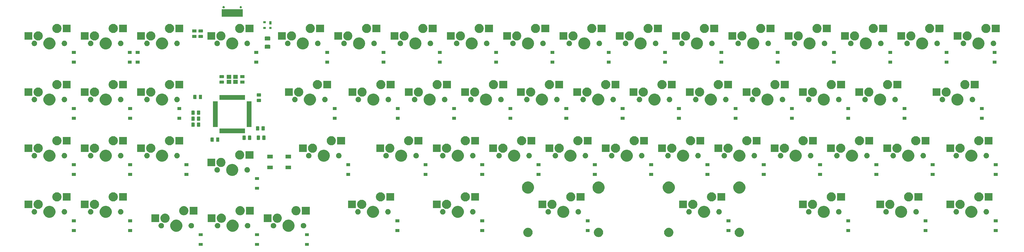
<source format=gbr>
G04 #@! TF.GenerationSoftware,KiCad,Pcbnew,(5.1.4-0-10_14)*
G04 #@! TF.CreationDate,2020-06-01T23:50:25-05:00*
G04 #@! TF.ProjectId,reverie,72657665-7269-4652-9e6b-696361645f70,rev?*
G04 #@! TF.SameCoordinates,Original*
G04 #@! TF.FileFunction,Soldermask,Bot*
G04 #@! TF.FilePolarity,Negative*
%FSLAX46Y46*%
G04 Gerber Fmt 4.6, Leading zero omitted, Abs format (unit mm)*
G04 Created by KiCad (PCBNEW (5.1.4-0-10_14)) date 2020-06-01 23:50:25*
%MOMM*%
%LPD*%
G04 APERTURE LIST*
%ADD10C,0.100000*%
G04 APERTURE END LIST*
D10*
G36*
X88408000Y-151376000D02*
G01*
X87106000Y-151376000D01*
X87106000Y-150374000D01*
X88408000Y-150374000D01*
X88408000Y-151376000D01*
X88408000Y-151376000D01*
G37*
G36*
X71517000Y-151376000D02*
G01*
X70215000Y-151376000D01*
X70215000Y-150374000D01*
X71517000Y-150374000D01*
X71517000Y-151376000D01*
X71517000Y-151376000D01*
G37*
G36*
X52467000Y-151376000D02*
G01*
X51165000Y-151376000D01*
X51165000Y-150374000D01*
X52467000Y-150374000D01*
X52467000Y-151376000D01*
X52467000Y-151376000D01*
G37*
G36*
X234368267Y-145267263D02*
G01*
X234520411Y-145297526D01*
X234638912Y-145346611D01*
X234807041Y-145416252D01*
X234892639Y-145473447D01*
X235065004Y-145588617D01*
X235284383Y-145807996D01*
X235399553Y-145980361D01*
X235456748Y-146065959D01*
X235575474Y-146352590D01*
X235636000Y-146656875D01*
X235636000Y-146967125D01*
X235575474Y-147271410D01*
X235456748Y-147558041D01*
X235456747Y-147558042D01*
X235284383Y-147816004D01*
X235065004Y-148035383D01*
X234892639Y-148150553D01*
X234807041Y-148207748D01*
X234639137Y-148277296D01*
X234520411Y-148326474D01*
X234216125Y-148387000D01*
X233905875Y-148387000D01*
X233601589Y-148326474D01*
X233482863Y-148277296D01*
X233314959Y-148207748D01*
X233229361Y-148150553D01*
X233056996Y-148035383D01*
X232837617Y-147816004D01*
X232665253Y-147558042D01*
X232665252Y-147558041D01*
X232546526Y-147271410D01*
X232486000Y-146967125D01*
X232486000Y-146656875D01*
X232546526Y-146352590D01*
X232665252Y-146065959D01*
X232722447Y-145980361D01*
X232837617Y-145807996D01*
X233056996Y-145588617D01*
X233229361Y-145473447D01*
X233314959Y-145416252D01*
X233483088Y-145346611D01*
X233601589Y-145297526D01*
X233753733Y-145267263D01*
X233905875Y-145237000D01*
X234216125Y-145237000D01*
X234368267Y-145267263D01*
X234368267Y-145267263D01*
G37*
G36*
X210492267Y-145267263D02*
G01*
X210644411Y-145297526D01*
X210762912Y-145346611D01*
X210931041Y-145416252D01*
X211016639Y-145473447D01*
X211189004Y-145588617D01*
X211408383Y-145807996D01*
X211523553Y-145980361D01*
X211580748Y-146065959D01*
X211699474Y-146352590D01*
X211760000Y-146656875D01*
X211760000Y-146967125D01*
X211699474Y-147271410D01*
X211580748Y-147558041D01*
X211580747Y-147558042D01*
X211408383Y-147816004D01*
X211189004Y-148035383D01*
X211016639Y-148150553D01*
X210931041Y-148207748D01*
X210763137Y-148277296D01*
X210644411Y-148326474D01*
X210340125Y-148387000D01*
X210029875Y-148387000D01*
X209725589Y-148326474D01*
X209606863Y-148277296D01*
X209438959Y-148207748D01*
X209353361Y-148150553D01*
X209180996Y-148035383D01*
X208961617Y-147816004D01*
X208789253Y-147558042D01*
X208789252Y-147558041D01*
X208670526Y-147271410D01*
X208610000Y-146967125D01*
X208610000Y-146656875D01*
X208670526Y-146352590D01*
X208789252Y-146065959D01*
X208846447Y-145980361D01*
X208961617Y-145807996D01*
X209180996Y-145588617D01*
X209353361Y-145473447D01*
X209438959Y-145416252D01*
X209607088Y-145346611D01*
X209725589Y-145297526D01*
X209877733Y-145267263D01*
X210029875Y-145237000D01*
X210340125Y-145237000D01*
X210492267Y-145267263D01*
X210492267Y-145267263D01*
G37*
G36*
X186743267Y-145267263D02*
G01*
X186895411Y-145297526D01*
X187013912Y-145346611D01*
X187182041Y-145416252D01*
X187267639Y-145473447D01*
X187440004Y-145588617D01*
X187659383Y-145807996D01*
X187774553Y-145980361D01*
X187831748Y-146065959D01*
X187950474Y-146352590D01*
X188011000Y-146656875D01*
X188011000Y-146967125D01*
X187950474Y-147271410D01*
X187831748Y-147558041D01*
X187831747Y-147558042D01*
X187659383Y-147816004D01*
X187440004Y-148035383D01*
X187267639Y-148150553D01*
X187182041Y-148207748D01*
X187014137Y-148277296D01*
X186895411Y-148326474D01*
X186591125Y-148387000D01*
X186280875Y-148387000D01*
X185976589Y-148326474D01*
X185857863Y-148277296D01*
X185689959Y-148207748D01*
X185604361Y-148150553D01*
X185431996Y-148035383D01*
X185212617Y-147816004D01*
X185040253Y-147558042D01*
X185040252Y-147558041D01*
X184921526Y-147271410D01*
X184861000Y-146967125D01*
X184861000Y-146656875D01*
X184921526Y-146352590D01*
X185040252Y-146065959D01*
X185097447Y-145980361D01*
X185212617Y-145807996D01*
X185431996Y-145588617D01*
X185604361Y-145473447D01*
X185689959Y-145416252D01*
X185858088Y-145346611D01*
X185976589Y-145297526D01*
X186128733Y-145267263D01*
X186280875Y-145237000D01*
X186591125Y-145237000D01*
X186743267Y-145267263D01*
X186743267Y-145267263D01*
G37*
G36*
X162867267Y-145267263D02*
G01*
X163019411Y-145297526D01*
X163137912Y-145346611D01*
X163306041Y-145416252D01*
X163391639Y-145473447D01*
X163564004Y-145588617D01*
X163783383Y-145807996D01*
X163898553Y-145980361D01*
X163955748Y-146065959D01*
X164074474Y-146352590D01*
X164135000Y-146656875D01*
X164135000Y-146967125D01*
X164074474Y-147271410D01*
X163955748Y-147558041D01*
X163955747Y-147558042D01*
X163783383Y-147816004D01*
X163564004Y-148035383D01*
X163391639Y-148150553D01*
X163306041Y-148207748D01*
X163138137Y-148277296D01*
X163019411Y-148326474D01*
X162715125Y-148387000D01*
X162404875Y-148387000D01*
X162100589Y-148326474D01*
X161981863Y-148277296D01*
X161813959Y-148207748D01*
X161728361Y-148150553D01*
X161555996Y-148035383D01*
X161336617Y-147816004D01*
X161164253Y-147558042D01*
X161164252Y-147558041D01*
X161045526Y-147271410D01*
X160985000Y-146967125D01*
X160985000Y-146656875D01*
X161045526Y-146352590D01*
X161164252Y-146065959D01*
X161221447Y-145980361D01*
X161336617Y-145807996D01*
X161555996Y-145588617D01*
X161728361Y-145473447D01*
X161813959Y-145416252D01*
X161982088Y-145346611D01*
X162100589Y-145297526D01*
X162252733Y-145267263D01*
X162404875Y-145237000D01*
X162715125Y-145237000D01*
X162867267Y-145267263D01*
X162867267Y-145267263D01*
G37*
G36*
X88408000Y-148076000D02*
G01*
X87106000Y-148076000D01*
X87106000Y-147074000D01*
X88408000Y-147074000D01*
X88408000Y-148076000D01*
X88408000Y-148076000D01*
G37*
G36*
X71517000Y-148076000D02*
G01*
X70215000Y-148076000D01*
X70215000Y-147074000D01*
X71517000Y-147074000D01*
X71517000Y-148076000D01*
X71517000Y-148076000D01*
G37*
G36*
X52467000Y-148076000D02*
G01*
X51165000Y-148076000D01*
X51165000Y-147074000D01*
X52467000Y-147074000D01*
X52467000Y-148076000D01*
X52467000Y-148076000D01*
G37*
G36*
X9541000Y-146677000D02*
G01*
X8239000Y-146677000D01*
X8239000Y-145675000D01*
X9541000Y-145675000D01*
X9541000Y-146677000D01*
X9541000Y-146677000D01*
G37*
G36*
X119015000Y-146677000D02*
G01*
X117713000Y-146677000D01*
X117713000Y-145675000D01*
X119015000Y-145675000D01*
X119015000Y-146677000D01*
X119015000Y-146677000D01*
G37*
G36*
X147717000Y-146677000D02*
G01*
X146415000Y-146677000D01*
X146415000Y-145675000D01*
X147717000Y-145675000D01*
X147717000Y-146677000D01*
X147717000Y-146677000D01*
G37*
G36*
X321453000Y-146677000D02*
G01*
X320151000Y-146677000D01*
X320151000Y-145675000D01*
X321453000Y-145675000D01*
X321453000Y-146677000D01*
X321453000Y-146677000D01*
G37*
G36*
X297704000Y-146677000D02*
G01*
X296402000Y-146677000D01*
X296402000Y-145675000D01*
X297704000Y-145675000D01*
X297704000Y-146677000D01*
X297704000Y-146677000D01*
G37*
G36*
X271542000Y-146677000D02*
G01*
X270240000Y-146677000D01*
X270240000Y-145675000D01*
X271542000Y-145675000D01*
X271542000Y-146677000D01*
X271542000Y-146677000D01*
G37*
G36*
X231029000Y-146677000D02*
G01*
X229727000Y-146677000D01*
X229727000Y-145675000D01*
X231029000Y-145675000D01*
X231029000Y-146677000D01*
X231029000Y-146677000D01*
G37*
G36*
X183404000Y-146677000D02*
G01*
X182102000Y-146677000D01*
X182102000Y-145675000D01*
X183404000Y-145675000D01*
X183404000Y-146677000D01*
X183404000Y-146677000D01*
G37*
G36*
X28591000Y-146677000D02*
G01*
X27289000Y-146677000D01*
X27289000Y-145675000D01*
X28591000Y-145675000D01*
X28591000Y-146677000D01*
X28591000Y-146677000D01*
G37*
G36*
X44157474Y-142559684D02*
G01*
X44375474Y-142649983D01*
X44529623Y-142713833D01*
X44864548Y-142937623D01*
X45149377Y-143222452D01*
X45373167Y-143557377D01*
X45405562Y-143635586D01*
X45527316Y-143929526D01*
X45605900Y-144324594D01*
X45605900Y-144727406D01*
X45527316Y-145122474D01*
X45476451Y-145245272D01*
X45373167Y-145494623D01*
X45149377Y-145829548D01*
X44864548Y-146114377D01*
X44529623Y-146338167D01*
X44375474Y-146402017D01*
X44157474Y-146492316D01*
X43762406Y-146570900D01*
X43359594Y-146570900D01*
X42964526Y-146492316D01*
X42746526Y-146402017D01*
X42592377Y-146338167D01*
X42257452Y-146114377D01*
X41972623Y-145829548D01*
X41748833Y-145494623D01*
X41645549Y-145245272D01*
X41594684Y-145122474D01*
X41516100Y-144727406D01*
X41516100Y-144324594D01*
X41594684Y-143929526D01*
X41716438Y-143635586D01*
X41748833Y-143557377D01*
X41972623Y-143222452D01*
X42257452Y-142937623D01*
X42592377Y-142713833D01*
X42746526Y-142649983D01*
X42964526Y-142559684D01*
X43359594Y-142481100D01*
X43762406Y-142481100D01*
X44157474Y-142559684D01*
X44157474Y-142559684D01*
G37*
G36*
X63207474Y-142559684D02*
G01*
X63425474Y-142649983D01*
X63579623Y-142713833D01*
X63914548Y-142937623D01*
X64199377Y-143222452D01*
X64423167Y-143557377D01*
X64455562Y-143635586D01*
X64577316Y-143929526D01*
X64655900Y-144324594D01*
X64655900Y-144727406D01*
X64577316Y-145122474D01*
X64526451Y-145245272D01*
X64423167Y-145494623D01*
X64199377Y-145829548D01*
X63914548Y-146114377D01*
X63579623Y-146338167D01*
X63425474Y-146402017D01*
X63207474Y-146492316D01*
X62812406Y-146570900D01*
X62409594Y-146570900D01*
X62014526Y-146492316D01*
X61796526Y-146402017D01*
X61642377Y-146338167D01*
X61307452Y-146114377D01*
X61022623Y-145829548D01*
X60798833Y-145494623D01*
X60695549Y-145245272D01*
X60644684Y-145122474D01*
X60566100Y-144727406D01*
X60566100Y-144324594D01*
X60644684Y-143929526D01*
X60766438Y-143635586D01*
X60798833Y-143557377D01*
X61022623Y-143222452D01*
X61307452Y-142937623D01*
X61642377Y-142713833D01*
X61796526Y-142649983D01*
X62014526Y-142559684D01*
X62409594Y-142481100D01*
X62812406Y-142481100D01*
X63207474Y-142559684D01*
X63207474Y-142559684D01*
G37*
G36*
X82130474Y-142559684D02*
G01*
X82348474Y-142649983D01*
X82502623Y-142713833D01*
X82837548Y-142937623D01*
X83122377Y-143222452D01*
X83346167Y-143557377D01*
X83378562Y-143635586D01*
X83500316Y-143929526D01*
X83578900Y-144324594D01*
X83578900Y-144727406D01*
X83500316Y-145122474D01*
X83449451Y-145245272D01*
X83346167Y-145494623D01*
X83122377Y-145829548D01*
X82837548Y-146114377D01*
X82502623Y-146338167D01*
X82348474Y-146402017D01*
X82130474Y-146492316D01*
X81735406Y-146570900D01*
X81332594Y-146570900D01*
X80937526Y-146492316D01*
X80719526Y-146402017D01*
X80565377Y-146338167D01*
X80230452Y-146114377D01*
X79945623Y-145829548D01*
X79721833Y-145494623D01*
X79618549Y-145245272D01*
X79567684Y-145122474D01*
X79489100Y-144727406D01*
X79489100Y-144324594D01*
X79567684Y-143929526D01*
X79689438Y-143635586D01*
X79721833Y-143557377D01*
X79945623Y-143222452D01*
X80230452Y-142937623D01*
X80565377Y-142713833D01*
X80719526Y-142649983D01*
X80937526Y-142559684D01*
X81332594Y-142481100D01*
X81735406Y-142481100D01*
X82130474Y-142559684D01*
X82130474Y-142559684D01*
G37*
G36*
X38751104Y-143635585D02*
G01*
X38919626Y-143705389D01*
X39071291Y-143806728D01*
X39200272Y-143935709D01*
X39301611Y-144087374D01*
X39371415Y-144255896D01*
X39407000Y-144434797D01*
X39407000Y-144617203D01*
X39371415Y-144796104D01*
X39301611Y-144964626D01*
X39200272Y-145116291D01*
X39071291Y-145245272D01*
X38919626Y-145346611D01*
X38751104Y-145416415D01*
X38572203Y-145452000D01*
X38389797Y-145452000D01*
X38210896Y-145416415D01*
X38042374Y-145346611D01*
X37890709Y-145245272D01*
X37761728Y-145116291D01*
X37660389Y-144964626D01*
X37590585Y-144796104D01*
X37555000Y-144617203D01*
X37555000Y-144434797D01*
X37590585Y-144255896D01*
X37660389Y-144087374D01*
X37761728Y-143935709D01*
X37890709Y-143806728D01*
X38042374Y-143705389D01*
X38210896Y-143635585D01*
X38389797Y-143600000D01*
X38572203Y-143600000D01*
X38751104Y-143635585D01*
X38751104Y-143635585D01*
G37*
G36*
X48911104Y-143635585D02*
G01*
X49079626Y-143705389D01*
X49231291Y-143806728D01*
X49360272Y-143935709D01*
X49461611Y-144087374D01*
X49531415Y-144255896D01*
X49567000Y-144434797D01*
X49567000Y-144617203D01*
X49531415Y-144796104D01*
X49461611Y-144964626D01*
X49360272Y-145116291D01*
X49231291Y-145245272D01*
X49079626Y-145346611D01*
X48911104Y-145416415D01*
X48732203Y-145452000D01*
X48549797Y-145452000D01*
X48370896Y-145416415D01*
X48202374Y-145346611D01*
X48050709Y-145245272D01*
X47921728Y-145116291D01*
X47820389Y-144964626D01*
X47750585Y-144796104D01*
X47715000Y-144617203D01*
X47715000Y-144434797D01*
X47750585Y-144255896D01*
X47820389Y-144087374D01*
X47921728Y-143935709D01*
X48050709Y-143806728D01*
X48202374Y-143705389D01*
X48370896Y-143635585D01*
X48549797Y-143600000D01*
X48732203Y-143600000D01*
X48911104Y-143635585D01*
X48911104Y-143635585D01*
G37*
G36*
X57801104Y-143635585D02*
G01*
X57969626Y-143705389D01*
X58121291Y-143806728D01*
X58250272Y-143935709D01*
X58351611Y-144087374D01*
X58421415Y-144255896D01*
X58457000Y-144434797D01*
X58457000Y-144617203D01*
X58421415Y-144796104D01*
X58351611Y-144964626D01*
X58250272Y-145116291D01*
X58121291Y-145245272D01*
X57969626Y-145346611D01*
X57801104Y-145416415D01*
X57622203Y-145452000D01*
X57439797Y-145452000D01*
X57260896Y-145416415D01*
X57092374Y-145346611D01*
X56940709Y-145245272D01*
X56811728Y-145116291D01*
X56710389Y-144964626D01*
X56640585Y-144796104D01*
X56605000Y-144617203D01*
X56605000Y-144434797D01*
X56640585Y-144255896D01*
X56710389Y-144087374D01*
X56811728Y-143935709D01*
X56940709Y-143806728D01*
X57092374Y-143705389D01*
X57260896Y-143635585D01*
X57439797Y-143600000D01*
X57622203Y-143600000D01*
X57801104Y-143635585D01*
X57801104Y-143635585D01*
G37*
G36*
X67961104Y-143635585D02*
G01*
X68129626Y-143705389D01*
X68281291Y-143806728D01*
X68410272Y-143935709D01*
X68511611Y-144087374D01*
X68581415Y-144255896D01*
X68617000Y-144434797D01*
X68617000Y-144617203D01*
X68581415Y-144796104D01*
X68511611Y-144964626D01*
X68410272Y-145116291D01*
X68281291Y-145245272D01*
X68129626Y-145346611D01*
X67961104Y-145416415D01*
X67782203Y-145452000D01*
X67599797Y-145452000D01*
X67420896Y-145416415D01*
X67252374Y-145346611D01*
X67100709Y-145245272D01*
X66971728Y-145116291D01*
X66870389Y-144964626D01*
X66800585Y-144796104D01*
X66765000Y-144617203D01*
X66765000Y-144434797D01*
X66800585Y-144255896D01*
X66870389Y-144087374D01*
X66971728Y-143935709D01*
X67100709Y-143806728D01*
X67252374Y-143705389D01*
X67420896Y-143635585D01*
X67599797Y-143600000D01*
X67782203Y-143600000D01*
X67961104Y-143635585D01*
X67961104Y-143635585D01*
G37*
G36*
X76724104Y-143635585D02*
G01*
X76892626Y-143705389D01*
X77044291Y-143806728D01*
X77173272Y-143935709D01*
X77274611Y-144087374D01*
X77344415Y-144255896D01*
X77380000Y-144434797D01*
X77380000Y-144617203D01*
X77344415Y-144796104D01*
X77274611Y-144964626D01*
X77173272Y-145116291D01*
X77044291Y-145245272D01*
X76892626Y-145346611D01*
X76724104Y-145416415D01*
X76545203Y-145452000D01*
X76362797Y-145452000D01*
X76183896Y-145416415D01*
X76015374Y-145346611D01*
X75863709Y-145245272D01*
X75734728Y-145116291D01*
X75633389Y-144964626D01*
X75563585Y-144796104D01*
X75528000Y-144617203D01*
X75528000Y-144434797D01*
X75563585Y-144255896D01*
X75633389Y-144087374D01*
X75734728Y-143935709D01*
X75863709Y-143806728D01*
X76015374Y-143705389D01*
X76183896Y-143635585D01*
X76362797Y-143600000D01*
X76545203Y-143600000D01*
X76724104Y-143635585D01*
X76724104Y-143635585D01*
G37*
G36*
X86884104Y-143635585D02*
G01*
X87052626Y-143705389D01*
X87204291Y-143806728D01*
X87333272Y-143935709D01*
X87434611Y-144087374D01*
X87504415Y-144255896D01*
X87540000Y-144434797D01*
X87540000Y-144617203D01*
X87504415Y-144796104D01*
X87434611Y-144964626D01*
X87333272Y-145116291D01*
X87204291Y-145245272D01*
X87052626Y-145346611D01*
X86884104Y-145416415D01*
X86705203Y-145452000D01*
X86522797Y-145452000D01*
X86343896Y-145416415D01*
X86175374Y-145346611D01*
X86023709Y-145245272D01*
X85894728Y-145116291D01*
X85793389Y-144964626D01*
X85723585Y-144796104D01*
X85688000Y-144617203D01*
X85688000Y-144434797D01*
X85723585Y-144255896D01*
X85793389Y-144087374D01*
X85894728Y-143935709D01*
X86023709Y-143806728D01*
X86175374Y-143705389D01*
X86343896Y-143635585D01*
X86522797Y-143600000D01*
X86705203Y-143600000D01*
X86884104Y-143635585D01*
X86884104Y-143635585D01*
G37*
G36*
X40053585Y-140464802D02*
G01*
X40203410Y-140494604D01*
X40485674Y-140611521D01*
X40739705Y-140781259D01*
X40955741Y-140997295D01*
X41125479Y-141251326D01*
X41242396Y-141533590D01*
X41272198Y-141683415D01*
X41294059Y-141793315D01*
X41302000Y-141833240D01*
X41302000Y-142138760D01*
X41242396Y-142438410D01*
X41125479Y-142720674D01*
X40955741Y-142974705D01*
X40739705Y-143190741D01*
X40485674Y-143360479D01*
X40203410Y-143477396D01*
X40053585Y-143507198D01*
X39903761Y-143537000D01*
X39598239Y-143537000D01*
X39448415Y-143507198D01*
X39298590Y-143477396D01*
X39016326Y-143360479D01*
X38762295Y-143190741D01*
X38546259Y-142974705D01*
X38376521Y-142720674D01*
X38259604Y-142438410D01*
X38200000Y-142138760D01*
X38200000Y-141833240D01*
X38207942Y-141793315D01*
X38229802Y-141683415D01*
X38259604Y-141533590D01*
X38376521Y-141251326D01*
X38546259Y-140997295D01*
X38762295Y-140781259D01*
X39016326Y-140611521D01*
X39298590Y-140494604D01*
X39448415Y-140464802D01*
X39598239Y-140435000D01*
X39903761Y-140435000D01*
X40053585Y-140464802D01*
X40053585Y-140464802D01*
G37*
G36*
X59103585Y-140464802D02*
G01*
X59253410Y-140494604D01*
X59535674Y-140611521D01*
X59789705Y-140781259D01*
X60005741Y-140997295D01*
X60175479Y-141251326D01*
X60292396Y-141533590D01*
X60322198Y-141683415D01*
X60344059Y-141793315D01*
X60352000Y-141833240D01*
X60352000Y-142138760D01*
X60292396Y-142438410D01*
X60175479Y-142720674D01*
X60005741Y-142974705D01*
X59789705Y-143190741D01*
X59535674Y-143360479D01*
X59253410Y-143477396D01*
X59103585Y-143507198D01*
X58953761Y-143537000D01*
X58648239Y-143537000D01*
X58498415Y-143507198D01*
X58348590Y-143477396D01*
X58066326Y-143360479D01*
X57812295Y-143190741D01*
X57596259Y-142974705D01*
X57426521Y-142720674D01*
X57309604Y-142438410D01*
X57250000Y-142138760D01*
X57250000Y-141833240D01*
X57257942Y-141793315D01*
X57279802Y-141683415D01*
X57309604Y-141533590D01*
X57426521Y-141251326D01*
X57596259Y-140997295D01*
X57812295Y-140781259D01*
X58066326Y-140611521D01*
X58348590Y-140494604D01*
X58498415Y-140464802D01*
X58648239Y-140435000D01*
X58953761Y-140435000D01*
X59103585Y-140464802D01*
X59103585Y-140464802D01*
G37*
G36*
X78026585Y-140464802D02*
G01*
X78176410Y-140494604D01*
X78458674Y-140611521D01*
X78712705Y-140781259D01*
X78928741Y-140997295D01*
X79098479Y-141251326D01*
X79215396Y-141533590D01*
X79245198Y-141683415D01*
X79267059Y-141793315D01*
X79275000Y-141833240D01*
X79275000Y-142138760D01*
X79215396Y-142438410D01*
X79098479Y-142720674D01*
X78928741Y-142974705D01*
X78712705Y-143190741D01*
X78458674Y-143360479D01*
X78176410Y-143477396D01*
X78026585Y-143507198D01*
X77876761Y-143537000D01*
X77571239Y-143537000D01*
X77421415Y-143507198D01*
X77271590Y-143477396D01*
X76989326Y-143360479D01*
X76735295Y-143190741D01*
X76519259Y-142974705D01*
X76349521Y-142720674D01*
X76232604Y-142438410D01*
X76173000Y-142138760D01*
X76173000Y-141833240D01*
X76180942Y-141793315D01*
X76202802Y-141683415D01*
X76232604Y-141533590D01*
X76349521Y-141251326D01*
X76519259Y-140997295D01*
X76735295Y-140781259D01*
X76989326Y-140611521D01*
X77271590Y-140494604D01*
X77421415Y-140464802D01*
X77571239Y-140435000D01*
X77876761Y-140435000D01*
X78026585Y-140464802D01*
X78026585Y-140464802D01*
G37*
G36*
X9541000Y-143377000D02*
G01*
X8239000Y-143377000D01*
X8239000Y-142375000D01*
X9541000Y-142375000D01*
X9541000Y-143377000D01*
X9541000Y-143377000D01*
G37*
G36*
X297704000Y-143377000D02*
G01*
X296402000Y-143377000D01*
X296402000Y-142375000D01*
X297704000Y-142375000D01*
X297704000Y-143377000D01*
X297704000Y-143377000D01*
G37*
G36*
X271542000Y-143377000D02*
G01*
X270240000Y-143377000D01*
X270240000Y-142375000D01*
X271542000Y-142375000D01*
X271542000Y-143377000D01*
X271542000Y-143377000D01*
G37*
G36*
X183404000Y-143377000D02*
G01*
X182102000Y-143377000D01*
X182102000Y-142375000D01*
X183404000Y-142375000D01*
X183404000Y-143377000D01*
X183404000Y-143377000D01*
G37*
G36*
X321453000Y-143377000D02*
G01*
X320151000Y-143377000D01*
X320151000Y-142375000D01*
X321453000Y-142375000D01*
X321453000Y-143377000D01*
X321453000Y-143377000D01*
G37*
G36*
X119015000Y-143377000D02*
G01*
X117713000Y-143377000D01*
X117713000Y-142375000D01*
X119015000Y-142375000D01*
X119015000Y-143377000D01*
X119015000Y-143377000D01*
G37*
G36*
X28591000Y-143377000D02*
G01*
X27289000Y-143377000D01*
X27289000Y-142375000D01*
X28591000Y-142375000D01*
X28591000Y-143377000D01*
X28591000Y-143377000D01*
G37*
G36*
X231029000Y-143377000D02*
G01*
X229727000Y-143377000D01*
X229727000Y-142375000D01*
X231029000Y-142375000D01*
X231029000Y-143377000D01*
X231029000Y-143377000D01*
G37*
G36*
X147717000Y-143377000D02*
G01*
X146415000Y-143377000D01*
X146415000Y-142375000D01*
X147717000Y-142375000D01*
X147717000Y-143377000D01*
X147717000Y-143377000D01*
G37*
G36*
X75775000Y-143287000D02*
G01*
X73123000Y-143287000D01*
X73123000Y-140685000D01*
X75775000Y-140685000D01*
X75775000Y-143287000D01*
X75775000Y-143287000D01*
G37*
G36*
X56852000Y-143287000D02*
G01*
X54200000Y-143287000D01*
X54200000Y-140685000D01*
X56852000Y-140685000D01*
X56852000Y-143287000D01*
X56852000Y-143287000D01*
G37*
G36*
X37802000Y-143287000D02*
G01*
X35150000Y-143287000D01*
X35150000Y-140685000D01*
X37802000Y-140685000D01*
X37802000Y-143287000D01*
X37802000Y-143287000D01*
G37*
G36*
X110705474Y-137860684D02*
G01*
X110923474Y-137950983D01*
X111077623Y-138014833D01*
X111412548Y-138238623D01*
X111697377Y-138523452D01*
X111921167Y-138858377D01*
X111953562Y-138936586D01*
X112075316Y-139230526D01*
X112153900Y-139625594D01*
X112153900Y-140028406D01*
X112075316Y-140423474D01*
X112024451Y-140546272D01*
X111921167Y-140795623D01*
X111697377Y-141130548D01*
X111412548Y-141415377D01*
X111077623Y-141639167D01*
X110923474Y-141703017D01*
X110705474Y-141793316D01*
X110310406Y-141871900D01*
X109907594Y-141871900D01*
X109512526Y-141793316D01*
X109294526Y-141703017D01*
X109140377Y-141639167D01*
X108805452Y-141415377D01*
X108520623Y-141130548D01*
X108296833Y-140795623D01*
X108193549Y-140546272D01*
X108142684Y-140423474D01*
X108064100Y-140028406D01*
X108064100Y-139625594D01*
X108142684Y-139230526D01*
X108264438Y-138936586D01*
X108296833Y-138858377D01*
X108520623Y-138523452D01*
X108805452Y-138238623D01*
X109140377Y-138014833D01*
X109294526Y-137950983D01*
X109512526Y-137860684D01*
X109907594Y-137782100D01*
X110310406Y-137782100D01*
X110705474Y-137860684D01*
X110705474Y-137860684D01*
G37*
G36*
X20281474Y-137860684D02*
G01*
X20499474Y-137950983D01*
X20653623Y-138014833D01*
X20988548Y-138238623D01*
X21273377Y-138523452D01*
X21497167Y-138858377D01*
X21529562Y-138936586D01*
X21651316Y-139230526D01*
X21729900Y-139625594D01*
X21729900Y-140028406D01*
X21651316Y-140423474D01*
X21600451Y-140546272D01*
X21497167Y-140795623D01*
X21273377Y-141130548D01*
X20988548Y-141415377D01*
X20653623Y-141639167D01*
X20499474Y-141703017D01*
X20281474Y-141793316D01*
X19886406Y-141871900D01*
X19483594Y-141871900D01*
X19088526Y-141793316D01*
X18870526Y-141703017D01*
X18716377Y-141639167D01*
X18381452Y-141415377D01*
X18096623Y-141130548D01*
X17872833Y-140795623D01*
X17769549Y-140546272D01*
X17718684Y-140423474D01*
X17640100Y-140028406D01*
X17640100Y-139625594D01*
X17718684Y-139230526D01*
X17840438Y-138936586D01*
X17872833Y-138858377D01*
X18096623Y-138523452D01*
X18381452Y-138238623D01*
X18716377Y-138014833D01*
X18870526Y-137950983D01*
X19088526Y-137860684D01*
X19483594Y-137782100D01*
X19886406Y-137782100D01*
X20281474Y-137860684D01*
X20281474Y-137860684D01*
G37*
G36*
X139407474Y-137860684D02*
G01*
X139625474Y-137950983D01*
X139779623Y-138014833D01*
X140114548Y-138238623D01*
X140399377Y-138523452D01*
X140623167Y-138858377D01*
X140655562Y-138936586D01*
X140777316Y-139230526D01*
X140855900Y-139625594D01*
X140855900Y-140028406D01*
X140777316Y-140423474D01*
X140726451Y-140546272D01*
X140623167Y-140795623D01*
X140399377Y-141130548D01*
X140114548Y-141415377D01*
X139779623Y-141639167D01*
X139625474Y-141703017D01*
X139407474Y-141793316D01*
X139012406Y-141871900D01*
X138609594Y-141871900D01*
X138214526Y-141793316D01*
X137996526Y-141703017D01*
X137842377Y-141639167D01*
X137507452Y-141415377D01*
X137222623Y-141130548D01*
X136998833Y-140795623D01*
X136895549Y-140546272D01*
X136844684Y-140423474D01*
X136766100Y-140028406D01*
X136766100Y-139625594D01*
X136844684Y-139230526D01*
X136966438Y-138936586D01*
X136998833Y-138858377D01*
X137222623Y-138523452D01*
X137507452Y-138238623D01*
X137842377Y-138014833D01*
X137996526Y-137950983D01*
X138214526Y-137860684D01*
X138609594Y-137782100D01*
X139012406Y-137782100D01*
X139407474Y-137860684D01*
X139407474Y-137860684D01*
G37*
G36*
X263232474Y-137860684D02*
G01*
X263450474Y-137950983D01*
X263604623Y-138014833D01*
X263939548Y-138238623D01*
X264224377Y-138523452D01*
X264448167Y-138858377D01*
X264480562Y-138936586D01*
X264602316Y-139230526D01*
X264680900Y-139625594D01*
X264680900Y-140028406D01*
X264602316Y-140423474D01*
X264551451Y-140546272D01*
X264448167Y-140795623D01*
X264224377Y-141130548D01*
X263939548Y-141415377D01*
X263604623Y-141639167D01*
X263450474Y-141703017D01*
X263232474Y-141793316D01*
X262837406Y-141871900D01*
X262434594Y-141871900D01*
X262039526Y-141793316D01*
X261821526Y-141703017D01*
X261667377Y-141639167D01*
X261332452Y-141415377D01*
X261047623Y-141130548D01*
X260823833Y-140795623D01*
X260720549Y-140546272D01*
X260669684Y-140423474D01*
X260591100Y-140028406D01*
X260591100Y-139625594D01*
X260669684Y-139230526D01*
X260791438Y-138936586D01*
X260823833Y-138858377D01*
X261047623Y-138523452D01*
X261332452Y-138238623D01*
X261667377Y-138014833D01*
X261821526Y-137950983D01*
X262039526Y-137860684D01*
X262434594Y-137782100D01*
X262837406Y-137782100D01*
X263232474Y-137860684D01*
X263232474Y-137860684D01*
G37*
G36*
X313143474Y-137860684D02*
G01*
X313361474Y-137950983D01*
X313515623Y-138014833D01*
X313850548Y-138238623D01*
X314135377Y-138523452D01*
X314359167Y-138858377D01*
X314391562Y-138936586D01*
X314513316Y-139230526D01*
X314591900Y-139625594D01*
X314591900Y-140028406D01*
X314513316Y-140423474D01*
X314462451Y-140546272D01*
X314359167Y-140795623D01*
X314135377Y-141130548D01*
X313850548Y-141415377D01*
X313515623Y-141639167D01*
X313361474Y-141703017D01*
X313143474Y-141793316D01*
X312748406Y-141871900D01*
X312345594Y-141871900D01*
X311950526Y-141793316D01*
X311732526Y-141703017D01*
X311578377Y-141639167D01*
X311243452Y-141415377D01*
X310958623Y-141130548D01*
X310734833Y-140795623D01*
X310631549Y-140546272D01*
X310580684Y-140423474D01*
X310502100Y-140028406D01*
X310502100Y-139625594D01*
X310580684Y-139230526D01*
X310702438Y-138936586D01*
X310734833Y-138858377D01*
X310958623Y-138523452D01*
X311243452Y-138238623D01*
X311578377Y-138014833D01*
X311732526Y-137950983D01*
X311950526Y-137860684D01*
X312345594Y-137782100D01*
X312748406Y-137782100D01*
X313143474Y-137860684D01*
X313143474Y-137860684D01*
G37*
G36*
X1231474Y-137860684D02*
G01*
X1449474Y-137950983D01*
X1603623Y-138014833D01*
X1938548Y-138238623D01*
X2223377Y-138523452D01*
X2447167Y-138858377D01*
X2479562Y-138936586D01*
X2601316Y-139230526D01*
X2679900Y-139625594D01*
X2679900Y-140028406D01*
X2601316Y-140423474D01*
X2550451Y-140546272D01*
X2447167Y-140795623D01*
X2223377Y-141130548D01*
X1938548Y-141415377D01*
X1603623Y-141639167D01*
X1449474Y-141703017D01*
X1231474Y-141793316D01*
X836406Y-141871900D01*
X433594Y-141871900D01*
X38526Y-141793316D01*
X-179474Y-141703017D01*
X-333623Y-141639167D01*
X-668548Y-141415377D01*
X-953377Y-141130548D01*
X-1177167Y-140795623D01*
X-1280451Y-140546272D01*
X-1331316Y-140423474D01*
X-1409900Y-140028406D01*
X-1409900Y-139625594D01*
X-1331316Y-139230526D01*
X-1209562Y-138936586D01*
X-1177167Y-138858377D01*
X-953377Y-138523452D01*
X-668548Y-138238623D01*
X-333623Y-138014833D01*
X-179474Y-137950983D01*
X38526Y-137860684D01*
X433594Y-137782100D01*
X836406Y-137782100D01*
X1231474Y-137860684D01*
X1231474Y-137860684D01*
G37*
G36*
X175094474Y-137860684D02*
G01*
X175312474Y-137950983D01*
X175466623Y-138014833D01*
X175801548Y-138238623D01*
X176086377Y-138523452D01*
X176310167Y-138858377D01*
X176342562Y-138936586D01*
X176464316Y-139230526D01*
X176542900Y-139625594D01*
X176542900Y-140028406D01*
X176464316Y-140423474D01*
X176413451Y-140546272D01*
X176310167Y-140795623D01*
X176086377Y-141130548D01*
X175801548Y-141415377D01*
X175466623Y-141639167D01*
X175312474Y-141703017D01*
X175094474Y-141793316D01*
X174699406Y-141871900D01*
X174296594Y-141871900D01*
X173901526Y-141793316D01*
X173683526Y-141703017D01*
X173529377Y-141639167D01*
X173194452Y-141415377D01*
X172909623Y-141130548D01*
X172685833Y-140795623D01*
X172582549Y-140546272D01*
X172531684Y-140423474D01*
X172453100Y-140028406D01*
X172453100Y-139625594D01*
X172531684Y-139230526D01*
X172653438Y-138936586D01*
X172685833Y-138858377D01*
X172909623Y-138523452D01*
X173194452Y-138238623D01*
X173529377Y-138014833D01*
X173683526Y-137950983D01*
X173901526Y-137860684D01*
X174296594Y-137782100D01*
X174699406Y-137782100D01*
X175094474Y-137860684D01*
X175094474Y-137860684D01*
G37*
G36*
X222719474Y-137860684D02*
G01*
X222937474Y-137950983D01*
X223091623Y-138014833D01*
X223426548Y-138238623D01*
X223711377Y-138523452D01*
X223935167Y-138858377D01*
X223967562Y-138936586D01*
X224089316Y-139230526D01*
X224167900Y-139625594D01*
X224167900Y-140028406D01*
X224089316Y-140423474D01*
X224038451Y-140546272D01*
X223935167Y-140795623D01*
X223711377Y-141130548D01*
X223426548Y-141415377D01*
X223091623Y-141639167D01*
X222937474Y-141703017D01*
X222719474Y-141793316D01*
X222324406Y-141871900D01*
X221921594Y-141871900D01*
X221526526Y-141793316D01*
X221308526Y-141703017D01*
X221154377Y-141639167D01*
X220819452Y-141415377D01*
X220534623Y-141130548D01*
X220310833Y-140795623D01*
X220207549Y-140546272D01*
X220156684Y-140423474D01*
X220078100Y-140028406D01*
X220078100Y-139625594D01*
X220156684Y-139230526D01*
X220278438Y-138936586D01*
X220310833Y-138858377D01*
X220534623Y-138523452D01*
X220819452Y-138238623D01*
X221154377Y-138014833D01*
X221308526Y-137950983D01*
X221526526Y-137860684D01*
X221921594Y-137782100D01*
X222324406Y-137782100D01*
X222719474Y-137860684D01*
X222719474Y-137860684D01*
G37*
G36*
X289394474Y-137860684D02*
G01*
X289612474Y-137950983D01*
X289766623Y-138014833D01*
X290101548Y-138238623D01*
X290386377Y-138523452D01*
X290610167Y-138858377D01*
X290642562Y-138936586D01*
X290764316Y-139230526D01*
X290842900Y-139625594D01*
X290842900Y-140028406D01*
X290764316Y-140423474D01*
X290713451Y-140546272D01*
X290610167Y-140795623D01*
X290386377Y-141130548D01*
X290101548Y-141415377D01*
X289766623Y-141639167D01*
X289612474Y-141703017D01*
X289394474Y-141793316D01*
X288999406Y-141871900D01*
X288596594Y-141871900D01*
X288201526Y-141793316D01*
X287983526Y-141703017D01*
X287829377Y-141639167D01*
X287494452Y-141415377D01*
X287209623Y-141130548D01*
X286985833Y-140795623D01*
X286882549Y-140546272D01*
X286831684Y-140423474D01*
X286753100Y-140028406D01*
X286753100Y-139625594D01*
X286831684Y-139230526D01*
X286953438Y-138936586D01*
X286985833Y-138858377D01*
X287209623Y-138523452D01*
X287494452Y-138238623D01*
X287829377Y-138014833D01*
X287983526Y-137950983D01*
X288201526Y-137860684D01*
X288596594Y-137782100D01*
X288999406Y-137782100D01*
X289394474Y-137860684D01*
X289394474Y-137860684D01*
G37*
G36*
X84376585Y-137924802D02*
G01*
X84526410Y-137954604D01*
X84808674Y-138071521D01*
X85062705Y-138241259D01*
X85278741Y-138457295D01*
X85448479Y-138711326D01*
X85541784Y-138936586D01*
X85565396Y-138993591D01*
X85625000Y-139293239D01*
X85625000Y-139598761D01*
X85619662Y-139625595D01*
X85565396Y-139898410D01*
X85448479Y-140180674D01*
X85278741Y-140434705D01*
X85062705Y-140650741D01*
X84808674Y-140820479D01*
X84526410Y-140937396D01*
X84376585Y-140967198D01*
X84226761Y-140997000D01*
X83921239Y-140997000D01*
X83771415Y-140967198D01*
X83621590Y-140937396D01*
X83339326Y-140820479D01*
X83085295Y-140650741D01*
X82869259Y-140434705D01*
X82699521Y-140180674D01*
X82582604Y-139898410D01*
X82528338Y-139625595D01*
X82523000Y-139598761D01*
X82523000Y-139293239D01*
X82582604Y-138993591D01*
X82606216Y-138936586D01*
X82699521Y-138711326D01*
X82869259Y-138457295D01*
X83085295Y-138241259D01*
X83339326Y-138071521D01*
X83621590Y-137954604D01*
X83771415Y-137924802D01*
X83921239Y-137895000D01*
X84226761Y-137895000D01*
X84376585Y-137924802D01*
X84376585Y-137924802D01*
G37*
G36*
X65453585Y-137924802D02*
G01*
X65603410Y-137954604D01*
X65885674Y-138071521D01*
X66139705Y-138241259D01*
X66355741Y-138457295D01*
X66525479Y-138711326D01*
X66618784Y-138936586D01*
X66642396Y-138993591D01*
X66702000Y-139293239D01*
X66702000Y-139598761D01*
X66696662Y-139625595D01*
X66642396Y-139898410D01*
X66525479Y-140180674D01*
X66355741Y-140434705D01*
X66139705Y-140650741D01*
X65885674Y-140820479D01*
X65603410Y-140937396D01*
X65453585Y-140967198D01*
X65303761Y-140997000D01*
X64998239Y-140997000D01*
X64848415Y-140967198D01*
X64698590Y-140937396D01*
X64416326Y-140820479D01*
X64162295Y-140650741D01*
X63946259Y-140434705D01*
X63776521Y-140180674D01*
X63659604Y-139898410D01*
X63605338Y-139625595D01*
X63600000Y-139598761D01*
X63600000Y-139293239D01*
X63659604Y-138993591D01*
X63683216Y-138936586D01*
X63776521Y-138711326D01*
X63946259Y-138457295D01*
X64162295Y-138241259D01*
X64416326Y-138071521D01*
X64698590Y-137954604D01*
X64848415Y-137924802D01*
X64998239Y-137895000D01*
X65303761Y-137895000D01*
X65453585Y-137924802D01*
X65453585Y-137924802D01*
G37*
G36*
X46403585Y-137924802D02*
G01*
X46553410Y-137954604D01*
X46835674Y-138071521D01*
X47089705Y-138241259D01*
X47305741Y-138457295D01*
X47475479Y-138711326D01*
X47568784Y-138936586D01*
X47592396Y-138993591D01*
X47652000Y-139293239D01*
X47652000Y-139598761D01*
X47646662Y-139625595D01*
X47592396Y-139898410D01*
X47475479Y-140180674D01*
X47305741Y-140434705D01*
X47089705Y-140650741D01*
X46835674Y-140820479D01*
X46553410Y-140937396D01*
X46403585Y-140967198D01*
X46253761Y-140997000D01*
X45948239Y-140997000D01*
X45798415Y-140967198D01*
X45648590Y-140937396D01*
X45366326Y-140820479D01*
X45112295Y-140650741D01*
X44896259Y-140434705D01*
X44726521Y-140180674D01*
X44609604Y-139898410D01*
X44555338Y-139625595D01*
X44550000Y-139598761D01*
X44550000Y-139293239D01*
X44609604Y-138993591D01*
X44633216Y-138936586D01*
X44726521Y-138711326D01*
X44896259Y-138457295D01*
X45112295Y-138241259D01*
X45366326Y-138071521D01*
X45648590Y-137954604D01*
X45798415Y-137924802D01*
X45948239Y-137895000D01*
X46253761Y-137895000D01*
X46403585Y-137924802D01*
X46403585Y-137924802D01*
G37*
G36*
X283988104Y-138936585D02*
G01*
X284156626Y-139006389D01*
X284308291Y-139107728D01*
X284437272Y-139236709D01*
X284538611Y-139388374D01*
X284608415Y-139556896D01*
X284644000Y-139735797D01*
X284644000Y-139918203D01*
X284608415Y-140097104D01*
X284538611Y-140265626D01*
X284437272Y-140417291D01*
X284308291Y-140546272D01*
X284156626Y-140647611D01*
X283988104Y-140717415D01*
X283809203Y-140753000D01*
X283626797Y-140753000D01*
X283447896Y-140717415D01*
X283279374Y-140647611D01*
X283127709Y-140546272D01*
X282998728Y-140417291D01*
X282897389Y-140265626D01*
X282827585Y-140097104D01*
X282792000Y-139918203D01*
X282792000Y-139735797D01*
X282827585Y-139556896D01*
X282897389Y-139388374D01*
X282998728Y-139236709D01*
X283127709Y-139107728D01*
X283279374Y-139006389D01*
X283447896Y-138936585D01*
X283626797Y-138901000D01*
X283809203Y-138901000D01*
X283988104Y-138936585D01*
X283988104Y-138936585D01*
G37*
G36*
X267986104Y-138936585D02*
G01*
X268154626Y-139006389D01*
X268306291Y-139107728D01*
X268435272Y-139236709D01*
X268536611Y-139388374D01*
X268606415Y-139556896D01*
X268642000Y-139735797D01*
X268642000Y-139918203D01*
X268606415Y-140097104D01*
X268536611Y-140265626D01*
X268435272Y-140417291D01*
X268306291Y-140546272D01*
X268154626Y-140647611D01*
X267986104Y-140717415D01*
X267807203Y-140753000D01*
X267624797Y-140753000D01*
X267445896Y-140717415D01*
X267277374Y-140647611D01*
X267125709Y-140546272D01*
X266996728Y-140417291D01*
X266895389Y-140265626D01*
X266825585Y-140097104D01*
X266790000Y-139918203D01*
X266790000Y-139735797D01*
X266825585Y-139556896D01*
X266895389Y-139388374D01*
X266996728Y-139236709D01*
X267125709Y-139107728D01*
X267277374Y-139006389D01*
X267445896Y-138936585D01*
X267624797Y-138901000D01*
X267807203Y-138901000D01*
X267986104Y-138936585D01*
X267986104Y-138936585D01*
G37*
G36*
X294148104Y-138936585D02*
G01*
X294316626Y-139006389D01*
X294468291Y-139107728D01*
X294597272Y-139236709D01*
X294698611Y-139388374D01*
X294768415Y-139556896D01*
X294804000Y-139735797D01*
X294804000Y-139918203D01*
X294768415Y-140097104D01*
X294698611Y-140265626D01*
X294597272Y-140417291D01*
X294468291Y-140546272D01*
X294316626Y-140647611D01*
X294148104Y-140717415D01*
X293969203Y-140753000D01*
X293786797Y-140753000D01*
X293607896Y-140717415D01*
X293439374Y-140647611D01*
X293287709Y-140546272D01*
X293158728Y-140417291D01*
X293057389Y-140265626D01*
X292987585Y-140097104D01*
X292952000Y-139918203D01*
X292952000Y-139735797D01*
X292987585Y-139556896D01*
X293057389Y-139388374D01*
X293158728Y-139236709D01*
X293287709Y-139107728D01*
X293439374Y-139006389D01*
X293607896Y-138936585D01*
X293786797Y-138901000D01*
X293969203Y-138901000D01*
X294148104Y-138936585D01*
X294148104Y-138936585D01*
G37*
G36*
X217313104Y-138936585D02*
G01*
X217481626Y-139006389D01*
X217633291Y-139107728D01*
X217762272Y-139236709D01*
X217863611Y-139388374D01*
X217933415Y-139556896D01*
X217969000Y-139735797D01*
X217969000Y-139918203D01*
X217933415Y-140097104D01*
X217863611Y-140265626D01*
X217762272Y-140417291D01*
X217633291Y-140546272D01*
X217481626Y-140647611D01*
X217313104Y-140717415D01*
X217134203Y-140753000D01*
X216951797Y-140753000D01*
X216772896Y-140717415D01*
X216604374Y-140647611D01*
X216452709Y-140546272D01*
X216323728Y-140417291D01*
X216222389Y-140265626D01*
X216152585Y-140097104D01*
X216117000Y-139918203D01*
X216117000Y-139735797D01*
X216152585Y-139556896D01*
X216222389Y-139388374D01*
X216323728Y-139236709D01*
X216452709Y-139107728D01*
X216604374Y-139006389D01*
X216772896Y-138936585D01*
X216951797Y-138901000D01*
X217134203Y-138901000D01*
X217313104Y-138936585D01*
X217313104Y-138936585D01*
G37*
G36*
X307737104Y-138936585D02*
G01*
X307905626Y-139006389D01*
X308057291Y-139107728D01*
X308186272Y-139236709D01*
X308287611Y-139388374D01*
X308357415Y-139556896D01*
X308393000Y-139735797D01*
X308393000Y-139918203D01*
X308357415Y-140097104D01*
X308287611Y-140265626D01*
X308186272Y-140417291D01*
X308057291Y-140546272D01*
X307905626Y-140647611D01*
X307737104Y-140717415D01*
X307558203Y-140753000D01*
X307375797Y-140753000D01*
X307196896Y-140717415D01*
X307028374Y-140647611D01*
X306876709Y-140546272D01*
X306747728Y-140417291D01*
X306646389Y-140265626D01*
X306576585Y-140097104D01*
X306541000Y-139918203D01*
X306541000Y-139735797D01*
X306576585Y-139556896D01*
X306646389Y-139388374D01*
X306747728Y-139236709D01*
X306876709Y-139107728D01*
X307028374Y-139006389D01*
X307196896Y-138936585D01*
X307375797Y-138901000D01*
X307558203Y-138901000D01*
X307737104Y-138936585D01*
X307737104Y-138936585D01*
G37*
G36*
X257826104Y-138936585D02*
G01*
X257994626Y-139006389D01*
X258146291Y-139107728D01*
X258275272Y-139236709D01*
X258376611Y-139388374D01*
X258446415Y-139556896D01*
X258482000Y-139735797D01*
X258482000Y-139918203D01*
X258446415Y-140097104D01*
X258376611Y-140265626D01*
X258275272Y-140417291D01*
X258146291Y-140546272D01*
X257994626Y-140647611D01*
X257826104Y-140717415D01*
X257647203Y-140753000D01*
X257464797Y-140753000D01*
X257285896Y-140717415D01*
X257117374Y-140647611D01*
X256965709Y-140546272D01*
X256836728Y-140417291D01*
X256735389Y-140265626D01*
X256665585Y-140097104D01*
X256630000Y-139918203D01*
X256630000Y-139735797D01*
X256665585Y-139556896D01*
X256735389Y-139388374D01*
X256836728Y-139236709D01*
X256965709Y-139107728D01*
X257117374Y-139006389D01*
X257285896Y-138936585D01*
X257464797Y-138901000D01*
X257647203Y-138901000D01*
X257826104Y-138936585D01*
X257826104Y-138936585D01*
G37*
G36*
X317897104Y-138936585D02*
G01*
X318065626Y-139006389D01*
X318217291Y-139107728D01*
X318346272Y-139236709D01*
X318447611Y-139388374D01*
X318517415Y-139556896D01*
X318553000Y-139735797D01*
X318553000Y-139918203D01*
X318517415Y-140097104D01*
X318447611Y-140265626D01*
X318346272Y-140417291D01*
X318217291Y-140546272D01*
X318065626Y-140647611D01*
X317897104Y-140717415D01*
X317718203Y-140753000D01*
X317535797Y-140753000D01*
X317356896Y-140717415D01*
X317188374Y-140647611D01*
X317036709Y-140546272D01*
X316907728Y-140417291D01*
X316806389Y-140265626D01*
X316736585Y-140097104D01*
X316701000Y-139918203D01*
X316701000Y-139735797D01*
X316736585Y-139556896D01*
X316806389Y-139388374D01*
X316907728Y-139236709D01*
X317036709Y-139107728D01*
X317188374Y-139006389D01*
X317356896Y-138936585D01*
X317535797Y-138901000D01*
X317718203Y-138901000D01*
X317897104Y-138936585D01*
X317897104Y-138936585D01*
G37*
G36*
X227473104Y-138936585D02*
G01*
X227641626Y-139006389D01*
X227793291Y-139107728D01*
X227922272Y-139236709D01*
X228023611Y-139388374D01*
X228093415Y-139556896D01*
X228129000Y-139735797D01*
X228129000Y-139918203D01*
X228093415Y-140097104D01*
X228023611Y-140265626D01*
X227922272Y-140417291D01*
X227793291Y-140546272D01*
X227641626Y-140647611D01*
X227473104Y-140717415D01*
X227294203Y-140753000D01*
X227111797Y-140753000D01*
X226932896Y-140717415D01*
X226764374Y-140647611D01*
X226612709Y-140546272D01*
X226483728Y-140417291D01*
X226382389Y-140265626D01*
X226312585Y-140097104D01*
X226277000Y-139918203D01*
X226277000Y-139735797D01*
X226312585Y-139556896D01*
X226382389Y-139388374D01*
X226483728Y-139236709D01*
X226612709Y-139107728D01*
X226764374Y-139006389D01*
X226932896Y-138936585D01*
X227111797Y-138901000D01*
X227294203Y-138901000D01*
X227473104Y-138936585D01*
X227473104Y-138936585D01*
G37*
G36*
X169688104Y-138936585D02*
G01*
X169856626Y-139006389D01*
X170008291Y-139107728D01*
X170137272Y-139236709D01*
X170238611Y-139388374D01*
X170308415Y-139556896D01*
X170344000Y-139735797D01*
X170344000Y-139918203D01*
X170308415Y-140097104D01*
X170238611Y-140265626D01*
X170137272Y-140417291D01*
X170008291Y-140546272D01*
X169856626Y-140647611D01*
X169688104Y-140717415D01*
X169509203Y-140753000D01*
X169326797Y-140753000D01*
X169147896Y-140717415D01*
X168979374Y-140647611D01*
X168827709Y-140546272D01*
X168698728Y-140417291D01*
X168597389Y-140265626D01*
X168527585Y-140097104D01*
X168492000Y-139918203D01*
X168492000Y-139735797D01*
X168527585Y-139556896D01*
X168597389Y-139388374D01*
X168698728Y-139236709D01*
X168827709Y-139107728D01*
X168979374Y-139006389D01*
X169147896Y-138936585D01*
X169326797Y-138901000D01*
X169509203Y-138901000D01*
X169688104Y-138936585D01*
X169688104Y-138936585D01*
G37*
G36*
X144161104Y-138936585D02*
G01*
X144329626Y-139006389D01*
X144481291Y-139107728D01*
X144610272Y-139236709D01*
X144711611Y-139388374D01*
X144781415Y-139556896D01*
X144817000Y-139735797D01*
X144817000Y-139918203D01*
X144781415Y-140097104D01*
X144711611Y-140265626D01*
X144610272Y-140417291D01*
X144481291Y-140546272D01*
X144329626Y-140647611D01*
X144161104Y-140717415D01*
X143982203Y-140753000D01*
X143799797Y-140753000D01*
X143620896Y-140717415D01*
X143452374Y-140647611D01*
X143300709Y-140546272D01*
X143171728Y-140417291D01*
X143070389Y-140265626D01*
X143000585Y-140097104D01*
X142965000Y-139918203D01*
X142965000Y-139735797D01*
X143000585Y-139556896D01*
X143070389Y-139388374D01*
X143171728Y-139236709D01*
X143300709Y-139107728D01*
X143452374Y-139006389D01*
X143620896Y-138936585D01*
X143799797Y-138901000D01*
X143982203Y-138901000D01*
X144161104Y-138936585D01*
X144161104Y-138936585D01*
G37*
G36*
X25035104Y-138936585D02*
G01*
X25203626Y-139006389D01*
X25355291Y-139107728D01*
X25484272Y-139236709D01*
X25585611Y-139388374D01*
X25655415Y-139556896D01*
X25691000Y-139735797D01*
X25691000Y-139918203D01*
X25655415Y-140097104D01*
X25585611Y-140265626D01*
X25484272Y-140417291D01*
X25355291Y-140546272D01*
X25203626Y-140647611D01*
X25035104Y-140717415D01*
X24856203Y-140753000D01*
X24673797Y-140753000D01*
X24494896Y-140717415D01*
X24326374Y-140647611D01*
X24174709Y-140546272D01*
X24045728Y-140417291D01*
X23944389Y-140265626D01*
X23874585Y-140097104D01*
X23839000Y-139918203D01*
X23839000Y-139735797D01*
X23874585Y-139556896D01*
X23944389Y-139388374D01*
X24045728Y-139236709D01*
X24174709Y-139107728D01*
X24326374Y-139006389D01*
X24494896Y-138936585D01*
X24673797Y-138901000D01*
X24856203Y-138901000D01*
X25035104Y-138936585D01*
X25035104Y-138936585D01*
G37*
G36*
X14875104Y-138936585D02*
G01*
X15043626Y-139006389D01*
X15195291Y-139107728D01*
X15324272Y-139236709D01*
X15425611Y-139388374D01*
X15495415Y-139556896D01*
X15531000Y-139735797D01*
X15531000Y-139918203D01*
X15495415Y-140097104D01*
X15425611Y-140265626D01*
X15324272Y-140417291D01*
X15195291Y-140546272D01*
X15043626Y-140647611D01*
X14875104Y-140717415D01*
X14696203Y-140753000D01*
X14513797Y-140753000D01*
X14334896Y-140717415D01*
X14166374Y-140647611D01*
X14014709Y-140546272D01*
X13885728Y-140417291D01*
X13784389Y-140265626D01*
X13714585Y-140097104D01*
X13679000Y-139918203D01*
X13679000Y-139735797D01*
X13714585Y-139556896D01*
X13784389Y-139388374D01*
X13885728Y-139236709D01*
X14014709Y-139107728D01*
X14166374Y-139006389D01*
X14334896Y-138936585D01*
X14513797Y-138901000D01*
X14696203Y-138901000D01*
X14875104Y-138936585D01*
X14875104Y-138936585D01*
G37*
G36*
X134001104Y-138936585D02*
G01*
X134169626Y-139006389D01*
X134321291Y-139107728D01*
X134450272Y-139236709D01*
X134551611Y-139388374D01*
X134621415Y-139556896D01*
X134657000Y-139735797D01*
X134657000Y-139918203D01*
X134621415Y-140097104D01*
X134551611Y-140265626D01*
X134450272Y-140417291D01*
X134321291Y-140546272D01*
X134169626Y-140647611D01*
X134001104Y-140717415D01*
X133822203Y-140753000D01*
X133639797Y-140753000D01*
X133460896Y-140717415D01*
X133292374Y-140647611D01*
X133140709Y-140546272D01*
X133011728Y-140417291D01*
X132910389Y-140265626D01*
X132840585Y-140097104D01*
X132805000Y-139918203D01*
X132805000Y-139735797D01*
X132840585Y-139556896D01*
X132910389Y-139388374D01*
X133011728Y-139236709D01*
X133140709Y-139107728D01*
X133292374Y-139006389D01*
X133460896Y-138936585D01*
X133639797Y-138901000D01*
X133822203Y-138901000D01*
X134001104Y-138936585D01*
X134001104Y-138936585D01*
G37*
G36*
X179848104Y-138936585D02*
G01*
X180016626Y-139006389D01*
X180168291Y-139107728D01*
X180297272Y-139236709D01*
X180398611Y-139388374D01*
X180468415Y-139556896D01*
X180504000Y-139735797D01*
X180504000Y-139918203D01*
X180468415Y-140097104D01*
X180398611Y-140265626D01*
X180297272Y-140417291D01*
X180168291Y-140546272D01*
X180016626Y-140647611D01*
X179848104Y-140717415D01*
X179669203Y-140753000D01*
X179486797Y-140753000D01*
X179307896Y-140717415D01*
X179139374Y-140647611D01*
X178987709Y-140546272D01*
X178858728Y-140417291D01*
X178757389Y-140265626D01*
X178687585Y-140097104D01*
X178652000Y-139918203D01*
X178652000Y-139735797D01*
X178687585Y-139556896D01*
X178757389Y-139388374D01*
X178858728Y-139236709D01*
X178987709Y-139107728D01*
X179139374Y-139006389D01*
X179307896Y-138936585D01*
X179486797Y-138901000D01*
X179669203Y-138901000D01*
X179848104Y-138936585D01*
X179848104Y-138936585D01*
G37*
G36*
X115459104Y-138936585D02*
G01*
X115627626Y-139006389D01*
X115779291Y-139107728D01*
X115908272Y-139236709D01*
X116009611Y-139388374D01*
X116079415Y-139556896D01*
X116115000Y-139735797D01*
X116115000Y-139918203D01*
X116079415Y-140097104D01*
X116009611Y-140265626D01*
X115908272Y-140417291D01*
X115779291Y-140546272D01*
X115627626Y-140647611D01*
X115459104Y-140717415D01*
X115280203Y-140753000D01*
X115097797Y-140753000D01*
X114918896Y-140717415D01*
X114750374Y-140647611D01*
X114598709Y-140546272D01*
X114469728Y-140417291D01*
X114368389Y-140265626D01*
X114298585Y-140097104D01*
X114263000Y-139918203D01*
X114263000Y-139735797D01*
X114298585Y-139556896D01*
X114368389Y-139388374D01*
X114469728Y-139236709D01*
X114598709Y-139107728D01*
X114750374Y-139006389D01*
X114918896Y-138936585D01*
X115097797Y-138901000D01*
X115280203Y-138901000D01*
X115459104Y-138936585D01*
X115459104Y-138936585D01*
G37*
G36*
X105299104Y-138936585D02*
G01*
X105467626Y-139006389D01*
X105619291Y-139107728D01*
X105748272Y-139236709D01*
X105849611Y-139388374D01*
X105919415Y-139556896D01*
X105955000Y-139735797D01*
X105955000Y-139918203D01*
X105919415Y-140097104D01*
X105849611Y-140265626D01*
X105748272Y-140417291D01*
X105619291Y-140546272D01*
X105467626Y-140647611D01*
X105299104Y-140717415D01*
X105120203Y-140753000D01*
X104937797Y-140753000D01*
X104758896Y-140717415D01*
X104590374Y-140647611D01*
X104438709Y-140546272D01*
X104309728Y-140417291D01*
X104208389Y-140265626D01*
X104138585Y-140097104D01*
X104103000Y-139918203D01*
X104103000Y-139735797D01*
X104138585Y-139556896D01*
X104208389Y-139388374D01*
X104309728Y-139236709D01*
X104438709Y-139107728D01*
X104590374Y-139006389D01*
X104758896Y-138936585D01*
X104937797Y-138901000D01*
X105120203Y-138901000D01*
X105299104Y-138936585D01*
X105299104Y-138936585D01*
G37*
G36*
X5985104Y-138936585D02*
G01*
X6153626Y-139006389D01*
X6305291Y-139107728D01*
X6434272Y-139236709D01*
X6535611Y-139388374D01*
X6605415Y-139556896D01*
X6641000Y-139735797D01*
X6641000Y-139918203D01*
X6605415Y-140097104D01*
X6535611Y-140265626D01*
X6434272Y-140417291D01*
X6305291Y-140546272D01*
X6153626Y-140647611D01*
X5985104Y-140717415D01*
X5806203Y-140753000D01*
X5623797Y-140753000D01*
X5444896Y-140717415D01*
X5276374Y-140647611D01*
X5124709Y-140546272D01*
X4995728Y-140417291D01*
X4894389Y-140265626D01*
X4824585Y-140097104D01*
X4789000Y-139918203D01*
X4789000Y-139735797D01*
X4824585Y-139556896D01*
X4894389Y-139388374D01*
X4995728Y-139236709D01*
X5124709Y-139107728D01*
X5276374Y-139006389D01*
X5444896Y-138936585D01*
X5623797Y-138901000D01*
X5806203Y-138901000D01*
X5985104Y-138936585D01*
X5985104Y-138936585D01*
G37*
G36*
X-4174896Y-138936585D02*
G01*
X-4006374Y-139006389D01*
X-3854709Y-139107728D01*
X-3725728Y-139236709D01*
X-3624389Y-139388374D01*
X-3554585Y-139556896D01*
X-3519000Y-139735797D01*
X-3519000Y-139918203D01*
X-3554585Y-140097104D01*
X-3624389Y-140265626D01*
X-3725728Y-140417291D01*
X-3854709Y-140546272D01*
X-4006374Y-140647611D01*
X-4174896Y-140717415D01*
X-4353797Y-140753000D01*
X-4536203Y-140753000D01*
X-4715104Y-140717415D01*
X-4883626Y-140647611D01*
X-5035291Y-140546272D01*
X-5164272Y-140417291D01*
X-5265611Y-140265626D01*
X-5335415Y-140097104D01*
X-5371000Y-139918203D01*
X-5371000Y-139735797D01*
X-5335415Y-139556896D01*
X-5265611Y-139388374D01*
X-5164272Y-139236709D01*
X-5035291Y-139107728D01*
X-4883626Y-139006389D01*
X-4715104Y-138936585D01*
X-4536203Y-138901000D01*
X-4353797Y-138901000D01*
X-4174896Y-138936585D01*
X-4174896Y-138936585D01*
G37*
G36*
X69779000Y-140747000D02*
G01*
X67127000Y-140747000D01*
X67127000Y-138145000D01*
X69779000Y-138145000D01*
X69779000Y-140747000D01*
X69779000Y-140747000D01*
G37*
G36*
X88702000Y-140747000D02*
G01*
X86050000Y-140747000D01*
X86050000Y-138145000D01*
X88702000Y-138145000D01*
X88702000Y-140747000D01*
X88702000Y-140747000D01*
G37*
G36*
X50729000Y-140747000D02*
G01*
X48077000Y-140747000D01*
X48077000Y-138145000D01*
X50729000Y-138145000D01*
X50729000Y-140747000D01*
X50729000Y-140747000D01*
G37*
G36*
X218615585Y-135765802D02*
G01*
X218765410Y-135795604D01*
X219047674Y-135912521D01*
X219301705Y-136082259D01*
X219517741Y-136298295D01*
X219687479Y-136552326D01*
X219804396Y-136834590D01*
X219864000Y-137134240D01*
X219864000Y-137439760D01*
X219804396Y-137739410D01*
X219687479Y-138021674D01*
X219517741Y-138275705D01*
X219301705Y-138491741D01*
X219047674Y-138661479D01*
X218765410Y-138778396D01*
X218615585Y-138808198D01*
X218465761Y-138838000D01*
X218160239Y-138838000D01*
X218010415Y-138808198D01*
X217860590Y-138778396D01*
X217578326Y-138661479D01*
X217324295Y-138491741D01*
X217108259Y-138275705D01*
X216938521Y-138021674D01*
X216821604Y-137739410D01*
X216762000Y-137439760D01*
X216762000Y-137134240D01*
X216821604Y-136834590D01*
X216938521Y-136552326D01*
X217108259Y-136298295D01*
X217324295Y-136082259D01*
X217578326Y-135912521D01*
X217860590Y-135795604D01*
X218010415Y-135765802D01*
X218160239Y-135736000D01*
X218465761Y-135736000D01*
X218615585Y-135765802D01*
X218615585Y-135765802D01*
G37*
G36*
X259128585Y-135765802D02*
G01*
X259278410Y-135795604D01*
X259560674Y-135912521D01*
X259814705Y-136082259D01*
X260030741Y-136298295D01*
X260200479Y-136552326D01*
X260317396Y-136834590D01*
X260377000Y-137134240D01*
X260377000Y-137439760D01*
X260317396Y-137739410D01*
X260200479Y-138021674D01*
X260030741Y-138275705D01*
X259814705Y-138491741D01*
X259560674Y-138661479D01*
X259278410Y-138778396D01*
X259128585Y-138808198D01*
X258978761Y-138838000D01*
X258673239Y-138838000D01*
X258523415Y-138808198D01*
X258373590Y-138778396D01*
X258091326Y-138661479D01*
X257837295Y-138491741D01*
X257621259Y-138275705D01*
X257451521Y-138021674D01*
X257334604Y-137739410D01*
X257275000Y-137439760D01*
X257275000Y-137134240D01*
X257334604Y-136834590D01*
X257451521Y-136552326D01*
X257621259Y-136298295D01*
X257837295Y-136082259D01*
X258091326Y-135912521D01*
X258373590Y-135795604D01*
X258523415Y-135765802D01*
X258673239Y-135736000D01*
X258978761Y-135736000D01*
X259128585Y-135765802D01*
X259128585Y-135765802D01*
G37*
G36*
X16177585Y-135765802D02*
G01*
X16327410Y-135795604D01*
X16609674Y-135912521D01*
X16863705Y-136082259D01*
X17079741Y-136298295D01*
X17249479Y-136552326D01*
X17366396Y-136834590D01*
X17426000Y-137134240D01*
X17426000Y-137439760D01*
X17366396Y-137739410D01*
X17249479Y-138021674D01*
X17079741Y-138275705D01*
X16863705Y-138491741D01*
X16609674Y-138661479D01*
X16327410Y-138778396D01*
X16177585Y-138808198D01*
X16027761Y-138838000D01*
X15722239Y-138838000D01*
X15572415Y-138808198D01*
X15422590Y-138778396D01*
X15140326Y-138661479D01*
X14886295Y-138491741D01*
X14670259Y-138275705D01*
X14500521Y-138021674D01*
X14383604Y-137739410D01*
X14324000Y-137439760D01*
X14324000Y-137134240D01*
X14383604Y-136834590D01*
X14500521Y-136552326D01*
X14670259Y-136298295D01*
X14886295Y-136082259D01*
X15140326Y-135912521D01*
X15422590Y-135795604D01*
X15572415Y-135765802D01*
X15722239Y-135736000D01*
X16027761Y-135736000D01*
X16177585Y-135765802D01*
X16177585Y-135765802D01*
G37*
G36*
X135303585Y-135765802D02*
G01*
X135453410Y-135795604D01*
X135735674Y-135912521D01*
X135989705Y-136082259D01*
X136205741Y-136298295D01*
X136375479Y-136552326D01*
X136492396Y-136834590D01*
X136552000Y-137134240D01*
X136552000Y-137439760D01*
X136492396Y-137739410D01*
X136375479Y-138021674D01*
X136205741Y-138275705D01*
X135989705Y-138491741D01*
X135735674Y-138661479D01*
X135453410Y-138778396D01*
X135303585Y-138808198D01*
X135153761Y-138838000D01*
X134848239Y-138838000D01*
X134698415Y-138808198D01*
X134548590Y-138778396D01*
X134266326Y-138661479D01*
X134012295Y-138491741D01*
X133796259Y-138275705D01*
X133626521Y-138021674D01*
X133509604Y-137739410D01*
X133450000Y-137439760D01*
X133450000Y-137134240D01*
X133509604Y-136834590D01*
X133626521Y-136552326D01*
X133796259Y-136298295D01*
X134012295Y-136082259D01*
X134266326Y-135912521D01*
X134548590Y-135795604D01*
X134698415Y-135765802D01*
X134848239Y-135736000D01*
X135153761Y-135736000D01*
X135303585Y-135765802D01*
X135303585Y-135765802D01*
G37*
G36*
X-2872415Y-135765802D02*
G01*
X-2722590Y-135795604D01*
X-2440326Y-135912521D01*
X-2186295Y-136082259D01*
X-1970259Y-136298295D01*
X-1800521Y-136552326D01*
X-1683604Y-136834590D01*
X-1624000Y-137134240D01*
X-1624000Y-137439760D01*
X-1683604Y-137739410D01*
X-1800521Y-138021674D01*
X-1970259Y-138275705D01*
X-2186295Y-138491741D01*
X-2440326Y-138661479D01*
X-2722590Y-138778396D01*
X-2872415Y-138808198D01*
X-3022239Y-138838000D01*
X-3327761Y-138838000D01*
X-3477585Y-138808198D01*
X-3627410Y-138778396D01*
X-3909674Y-138661479D01*
X-4163705Y-138491741D01*
X-4379741Y-138275705D01*
X-4549479Y-138021674D01*
X-4666396Y-137739410D01*
X-4726000Y-137439760D01*
X-4726000Y-137134240D01*
X-4666396Y-136834590D01*
X-4549479Y-136552326D01*
X-4379741Y-136298295D01*
X-4163705Y-136082259D01*
X-3909674Y-135912521D01*
X-3627410Y-135795604D01*
X-3477585Y-135765802D01*
X-3327761Y-135736000D01*
X-3022239Y-135736000D01*
X-2872415Y-135765802D01*
X-2872415Y-135765802D01*
G37*
G36*
X170990585Y-135765802D02*
G01*
X171140410Y-135795604D01*
X171422674Y-135912521D01*
X171676705Y-136082259D01*
X171892741Y-136298295D01*
X172062479Y-136552326D01*
X172179396Y-136834590D01*
X172239000Y-137134240D01*
X172239000Y-137439760D01*
X172179396Y-137739410D01*
X172062479Y-138021674D01*
X171892741Y-138275705D01*
X171676705Y-138491741D01*
X171422674Y-138661479D01*
X171140410Y-138778396D01*
X170990585Y-138808198D01*
X170840761Y-138838000D01*
X170535239Y-138838000D01*
X170385415Y-138808198D01*
X170235590Y-138778396D01*
X169953326Y-138661479D01*
X169699295Y-138491741D01*
X169483259Y-138275705D01*
X169313521Y-138021674D01*
X169196604Y-137739410D01*
X169137000Y-137439760D01*
X169137000Y-137134240D01*
X169196604Y-136834590D01*
X169313521Y-136552326D01*
X169483259Y-136298295D01*
X169699295Y-136082259D01*
X169953326Y-135912521D01*
X170235590Y-135795604D01*
X170385415Y-135765802D01*
X170535239Y-135736000D01*
X170840761Y-135736000D01*
X170990585Y-135765802D01*
X170990585Y-135765802D01*
G37*
G36*
X285290585Y-135765802D02*
G01*
X285440410Y-135795604D01*
X285722674Y-135912521D01*
X285976705Y-136082259D01*
X286192741Y-136298295D01*
X286362479Y-136552326D01*
X286479396Y-136834590D01*
X286539000Y-137134240D01*
X286539000Y-137439760D01*
X286479396Y-137739410D01*
X286362479Y-138021674D01*
X286192741Y-138275705D01*
X285976705Y-138491741D01*
X285722674Y-138661479D01*
X285440410Y-138778396D01*
X285290585Y-138808198D01*
X285140761Y-138838000D01*
X284835239Y-138838000D01*
X284685415Y-138808198D01*
X284535590Y-138778396D01*
X284253326Y-138661479D01*
X283999295Y-138491741D01*
X283783259Y-138275705D01*
X283613521Y-138021674D01*
X283496604Y-137739410D01*
X283437000Y-137439760D01*
X283437000Y-137134240D01*
X283496604Y-136834590D01*
X283613521Y-136552326D01*
X283783259Y-136298295D01*
X283999295Y-136082259D01*
X284253326Y-135912521D01*
X284535590Y-135795604D01*
X284685415Y-135765802D01*
X284835239Y-135736000D01*
X285140761Y-135736000D01*
X285290585Y-135765802D01*
X285290585Y-135765802D01*
G37*
G36*
X106601585Y-135765802D02*
G01*
X106751410Y-135795604D01*
X107033674Y-135912521D01*
X107287705Y-136082259D01*
X107503741Y-136298295D01*
X107673479Y-136552326D01*
X107790396Y-136834590D01*
X107850000Y-137134240D01*
X107850000Y-137439760D01*
X107790396Y-137739410D01*
X107673479Y-138021674D01*
X107503741Y-138275705D01*
X107287705Y-138491741D01*
X107033674Y-138661479D01*
X106751410Y-138778396D01*
X106601585Y-138808198D01*
X106451761Y-138838000D01*
X106146239Y-138838000D01*
X105996415Y-138808198D01*
X105846590Y-138778396D01*
X105564326Y-138661479D01*
X105310295Y-138491741D01*
X105094259Y-138275705D01*
X104924521Y-138021674D01*
X104807604Y-137739410D01*
X104748000Y-137439760D01*
X104748000Y-137134240D01*
X104807604Y-136834590D01*
X104924521Y-136552326D01*
X105094259Y-136298295D01*
X105310295Y-136082259D01*
X105564326Y-135912521D01*
X105846590Y-135795604D01*
X105996415Y-135765802D01*
X106146239Y-135736000D01*
X106451761Y-135736000D01*
X106601585Y-135765802D01*
X106601585Y-135765802D01*
G37*
G36*
X309039585Y-135765802D02*
G01*
X309189410Y-135795604D01*
X309471674Y-135912521D01*
X309725705Y-136082259D01*
X309941741Y-136298295D01*
X310111479Y-136552326D01*
X310228396Y-136834590D01*
X310288000Y-137134240D01*
X310288000Y-137439760D01*
X310228396Y-137739410D01*
X310111479Y-138021674D01*
X309941741Y-138275705D01*
X309725705Y-138491741D01*
X309471674Y-138661479D01*
X309189410Y-138778396D01*
X309039585Y-138808198D01*
X308889761Y-138838000D01*
X308584239Y-138838000D01*
X308434415Y-138808198D01*
X308284590Y-138778396D01*
X308002326Y-138661479D01*
X307748295Y-138491741D01*
X307532259Y-138275705D01*
X307362521Y-138021674D01*
X307245604Y-137739410D01*
X307186000Y-137439760D01*
X307186000Y-137134240D01*
X307245604Y-136834590D01*
X307362521Y-136552326D01*
X307532259Y-136298295D01*
X307748295Y-136082259D01*
X308002326Y-135912521D01*
X308284590Y-135795604D01*
X308434415Y-135765802D01*
X308584239Y-135736000D01*
X308889761Y-135736000D01*
X309039585Y-135765802D01*
X309039585Y-135765802D01*
G37*
G36*
X256877000Y-138588000D02*
G01*
X254225000Y-138588000D01*
X254225000Y-135986000D01*
X256877000Y-135986000D01*
X256877000Y-138588000D01*
X256877000Y-138588000D01*
G37*
G36*
X283039000Y-138588000D02*
G01*
X280387000Y-138588000D01*
X280387000Y-135986000D01*
X283039000Y-135986000D01*
X283039000Y-138588000D01*
X283039000Y-138588000D01*
G37*
G36*
X306788000Y-138588000D02*
G01*
X304136000Y-138588000D01*
X304136000Y-135986000D01*
X306788000Y-135986000D01*
X306788000Y-138588000D01*
X306788000Y-138588000D01*
G37*
G36*
X216364000Y-138588000D02*
G01*
X213712000Y-138588000D01*
X213712000Y-135986000D01*
X216364000Y-135986000D01*
X216364000Y-138588000D01*
X216364000Y-138588000D01*
G37*
G36*
X168739000Y-138588000D02*
G01*
X166087000Y-138588000D01*
X166087000Y-135986000D01*
X168739000Y-135986000D01*
X168739000Y-138588000D01*
X168739000Y-138588000D01*
G37*
G36*
X-5124000Y-138588000D02*
G01*
X-7776000Y-138588000D01*
X-7776000Y-135986000D01*
X-5124000Y-135986000D01*
X-5124000Y-138588000D01*
X-5124000Y-138588000D01*
G37*
G36*
X133052000Y-138588000D02*
G01*
X130400000Y-138588000D01*
X130400000Y-135986000D01*
X133052000Y-135986000D01*
X133052000Y-138588000D01*
X133052000Y-138588000D01*
G37*
G36*
X104350000Y-138588000D02*
G01*
X101698000Y-138588000D01*
X101698000Y-135986000D01*
X104350000Y-135986000D01*
X104350000Y-138588000D01*
X104350000Y-138588000D01*
G37*
G36*
X13926000Y-138588000D02*
G01*
X11274000Y-138588000D01*
X11274000Y-135986000D01*
X13926000Y-135986000D01*
X13926000Y-138588000D01*
X13926000Y-138588000D01*
G37*
G36*
X3477585Y-133225802D02*
G01*
X3627410Y-133255604D01*
X3909674Y-133372521D01*
X4163705Y-133542259D01*
X4379741Y-133758295D01*
X4549479Y-134012326D01*
X4666396Y-134294590D01*
X4726000Y-134594240D01*
X4726000Y-134899760D01*
X4666396Y-135199410D01*
X4549479Y-135481674D01*
X4379741Y-135735705D01*
X4163705Y-135951741D01*
X3909674Y-136121479D01*
X3627410Y-136238396D01*
X3477585Y-136268198D01*
X3327761Y-136298000D01*
X3022239Y-136298000D01*
X2872415Y-136268198D01*
X2722590Y-136238396D01*
X2440326Y-136121479D01*
X2186295Y-135951741D01*
X1970259Y-135735705D01*
X1800521Y-135481674D01*
X1683604Y-135199410D01*
X1624000Y-134899760D01*
X1624000Y-134594240D01*
X1683604Y-134294590D01*
X1800521Y-134012326D01*
X1970259Y-133758295D01*
X2186295Y-133542259D01*
X2440326Y-133372521D01*
X2722590Y-133255604D01*
X2872415Y-133225802D01*
X3022239Y-133196000D01*
X3327761Y-133196000D01*
X3477585Y-133225802D01*
X3477585Y-133225802D01*
G37*
G36*
X22527585Y-133225802D02*
G01*
X22677410Y-133255604D01*
X22959674Y-133372521D01*
X23213705Y-133542259D01*
X23429741Y-133758295D01*
X23599479Y-134012326D01*
X23716396Y-134294590D01*
X23776000Y-134594240D01*
X23776000Y-134899760D01*
X23716396Y-135199410D01*
X23599479Y-135481674D01*
X23429741Y-135735705D01*
X23213705Y-135951741D01*
X22959674Y-136121479D01*
X22677410Y-136238396D01*
X22527585Y-136268198D01*
X22377761Y-136298000D01*
X22072239Y-136298000D01*
X21922415Y-136268198D01*
X21772590Y-136238396D01*
X21490326Y-136121479D01*
X21236295Y-135951741D01*
X21020259Y-135735705D01*
X20850521Y-135481674D01*
X20733604Y-135199410D01*
X20674000Y-134899760D01*
X20674000Y-134594240D01*
X20733604Y-134294590D01*
X20850521Y-134012326D01*
X21020259Y-133758295D01*
X21236295Y-133542259D01*
X21490326Y-133372521D01*
X21772590Y-133255604D01*
X21922415Y-133225802D01*
X22072239Y-133196000D01*
X22377761Y-133196000D01*
X22527585Y-133225802D01*
X22527585Y-133225802D01*
G37*
G36*
X315389585Y-133225802D02*
G01*
X315539410Y-133255604D01*
X315821674Y-133372521D01*
X316075705Y-133542259D01*
X316291741Y-133758295D01*
X316461479Y-134012326D01*
X316578396Y-134294590D01*
X316638000Y-134594240D01*
X316638000Y-134899760D01*
X316578396Y-135199410D01*
X316461479Y-135481674D01*
X316291741Y-135735705D01*
X316075705Y-135951741D01*
X315821674Y-136121479D01*
X315539410Y-136238396D01*
X315389585Y-136268198D01*
X315239761Y-136298000D01*
X314934239Y-136298000D01*
X314784415Y-136268198D01*
X314634590Y-136238396D01*
X314352326Y-136121479D01*
X314098295Y-135951741D01*
X313882259Y-135735705D01*
X313712521Y-135481674D01*
X313595604Y-135199410D01*
X313536000Y-134899760D01*
X313536000Y-134594240D01*
X313595604Y-134294590D01*
X313712521Y-134012326D01*
X313882259Y-133758295D01*
X314098295Y-133542259D01*
X314352326Y-133372521D01*
X314634590Y-133255604D01*
X314784415Y-133225802D01*
X314934239Y-133196000D01*
X315239761Y-133196000D01*
X315389585Y-133225802D01*
X315389585Y-133225802D01*
G37*
G36*
X291640585Y-133225802D02*
G01*
X291790410Y-133255604D01*
X292072674Y-133372521D01*
X292326705Y-133542259D01*
X292542741Y-133758295D01*
X292712479Y-134012326D01*
X292829396Y-134294590D01*
X292889000Y-134594240D01*
X292889000Y-134899760D01*
X292829396Y-135199410D01*
X292712479Y-135481674D01*
X292542741Y-135735705D01*
X292326705Y-135951741D01*
X292072674Y-136121479D01*
X291790410Y-136238396D01*
X291640585Y-136268198D01*
X291490761Y-136298000D01*
X291185239Y-136298000D01*
X291035415Y-136268198D01*
X290885590Y-136238396D01*
X290603326Y-136121479D01*
X290349295Y-135951741D01*
X290133259Y-135735705D01*
X289963521Y-135481674D01*
X289846604Y-135199410D01*
X289787000Y-134899760D01*
X289787000Y-134594240D01*
X289846604Y-134294590D01*
X289963521Y-134012326D01*
X290133259Y-133758295D01*
X290349295Y-133542259D01*
X290603326Y-133372521D01*
X290885590Y-133255604D01*
X291035415Y-133225802D01*
X291185239Y-133196000D01*
X291490761Y-133196000D01*
X291640585Y-133225802D01*
X291640585Y-133225802D01*
G37*
G36*
X265478585Y-133225802D02*
G01*
X265628410Y-133255604D01*
X265910674Y-133372521D01*
X266164705Y-133542259D01*
X266380741Y-133758295D01*
X266550479Y-134012326D01*
X266667396Y-134294590D01*
X266727000Y-134594240D01*
X266727000Y-134899760D01*
X266667396Y-135199410D01*
X266550479Y-135481674D01*
X266380741Y-135735705D01*
X266164705Y-135951741D01*
X265910674Y-136121479D01*
X265628410Y-136238396D01*
X265478585Y-136268198D01*
X265328761Y-136298000D01*
X265023239Y-136298000D01*
X264873415Y-136268198D01*
X264723590Y-136238396D01*
X264441326Y-136121479D01*
X264187295Y-135951741D01*
X263971259Y-135735705D01*
X263801521Y-135481674D01*
X263684604Y-135199410D01*
X263625000Y-134899760D01*
X263625000Y-134594240D01*
X263684604Y-134294590D01*
X263801521Y-134012326D01*
X263971259Y-133758295D01*
X264187295Y-133542259D01*
X264441326Y-133372521D01*
X264723590Y-133255604D01*
X264873415Y-133225802D01*
X265023239Y-133196000D01*
X265328761Y-133196000D01*
X265478585Y-133225802D01*
X265478585Y-133225802D01*
G37*
G36*
X224965585Y-133225802D02*
G01*
X225115410Y-133255604D01*
X225397674Y-133372521D01*
X225651705Y-133542259D01*
X225867741Y-133758295D01*
X226037479Y-134012326D01*
X226154396Y-134294590D01*
X226214000Y-134594240D01*
X226214000Y-134899760D01*
X226154396Y-135199410D01*
X226037479Y-135481674D01*
X225867741Y-135735705D01*
X225651705Y-135951741D01*
X225397674Y-136121479D01*
X225115410Y-136238396D01*
X224965585Y-136268198D01*
X224815761Y-136298000D01*
X224510239Y-136298000D01*
X224360415Y-136268198D01*
X224210590Y-136238396D01*
X223928326Y-136121479D01*
X223674295Y-135951741D01*
X223458259Y-135735705D01*
X223288521Y-135481674D01*
X223171604Y-135199410D01*
X223112000Y-134899760D01*
X223112000Y-134594240D01*
X223171604Y-134294590D01*
X223288521Y-134012326D01*
X223458259Y-133758295D01*
X223674295Y-133542259D01*
X223928326Y-133372521D01*
X224210590Y-133255604D01*
X224360415Y-133225802D01*
X224510239Y-133196000D01*
X224815761Y-133196000D01*
X224965585Y-133225802D01*
X224965585Y-133225802D01*
G37*
G36*
X177340585Y-133225802D02*
G01*
X177490410Y-133255604D01*
X177772674Y-133372521D01*
X178026705Y-133542259D01*
X178242741Y-133758295D01*
X178412479Y-134012326D01*
X178529396Y-134294590D01*
X178589000Y-134594240D01*
X178589000Y-134899760D01*
X178529396Y-135199410D01*
X178412479Y-135481674D01*
X178242741Y-135735705D01*
X178026705Y-135951741D01*
X177772674Y-136121479D01*
X177490410Y-136238396D01*
X177340585Y-136268198D01*
X177190761Y-136298000D01*
X176885239Y-136298000D01*
X176735415Y-136268198D01*
X176585590Y-136238396D01*
X176303326Y-136121479D01*
X176049295Y-135951741D01*
X175833259Y-135735705D01*
X175663521Y-135481674D01*
X175546604Y-135199410D01*
X175487000Y-134899760D01*
X175487000Y-134594240D01*
X175546604Y-134294590D01*
X175663521Y-134012326D01*
X175833259Y-133758295D01*
X176049295Y-133542259D01*
X176303326Y-133372521D01*
X176585590Y-133255604D01*
X176735415Y-133225802D01*
X176885239Y-133196000D01*
X177190761Y-133196000D01*
X177340585Y-133225802D01*
X177340585Y-133225802D01*
G37*
G36*
X141653585Y-133225802D02*
G01*
X141803410Y-133255604D01*
X142085674Y-133372521D01*
X142339705Y-133542259D01*
X142555741Y-133758295D01*
X142725479Y-134012326D01*
X142842396Y-134294590D01*
X142902000Y-134594240D01*
X142902000Y-134899760D01*
X142842396Y-135199410D01*
X142725479Y-135481674D01*
X142555741Y-135735705D01*
X142339705Y-135951741D01*
X142085674Y-136121479D01*
X141803410Y-136238396D01*
X141653585Y-136268198D01*
X141503761Y-136298000D01*
X141198239Y-136298000D01*
X141048415Y-136268198D01*
X140898590Y-136238396D01*
X140616326Y-136121479D01*
X140362295Y-135951741D01*
X140146259Y-135735705D01*
X139976521Y-135481674D01*
X139859604Y-135199410D01*
X139800000Y-134899760D01*
X139800000Y-134594240D01*
X139859604Y-134294590D01*
X139976521Y-134012326D01*
X140146259Y-133758295D01*
X140362295Y-133542259D01*
X140616326Y-133372521D01*
X140898590Y-133255604D01*
X141048415Y-133225802D01*
X141198239Y-133196000D01*
X141503761Y-133196000D01*
X141653585Y-133225802D01*
X141653585Y-133225802D01*
G37*
G36*
X112951585Y-133225802D02*
G01*
X113101410Y-133255604D01*
X113383674Y-133372521D01*
X113637705Y-133542259D01*
X113853741Y-133758295D01*
X114023479Y-134012326D01*
X114140396Y-134294590D01*
X114200000Y-134594240D01*
X114200000Y-134899760D01*
X114140396Y-135199410D01*
X114023479Y-135481674D01*
X113853741Y-135735705D01*
X113637705Y-135951741D01*
X113383674Y-136121479D01*
X113101410Y-136238396D01*
X112951585Y-136268198D01*
X112801761Y-136298000D01*
X112496239Y-136298000D01*
X112346415Y-136268198D01*
X112196590Y-136238396D01*
X111914326Y-136121479D01*
X111660295Y-135951741D01*
X111444259Y-135735705D01*
X111274521Y-135481674D01*
X111157604Y-135199410D01*
X111098000Y-134899760D01*
X111098000Y-134594240D01*
X111157604Y-134294590D01*
X111274521Y-134012326D01*
X111444259Y-133758295D01*
X111660295Y-133542259D01*
X111914326Y-133372521D01*
X112196590Y-133255604D01*
X112346415Y-133225802D01*
X112496239Y-133196000D01*
X112801761Y-133196000D01*
X112951585Y-133225802D01*
X112951585Y-133225802D01*
G37*
G36*
X319715000Y-136048000D02*
G01*
X317063000Y-136048000D01*
X317063000Y-133446000D01*
X319715000Y-133446000D01*
X319715000Y-136048000D01*
X319715000Y-136048000D01*
G37*
G36*
X181666000Y-136048000D02*
G01*
X179014000Y-136048000D01*
X179014000Y-133446000D01*
X181666000Y-133446000D01*
X181666000Y-136048000D01*
X181666000Y-136048000D01*
G37*
G36*
X295966000Y-136048000D02*
G01*
X293314000Y-136048000D01*
X293314000Y-133446000D01*
X295966000Y-133446000D01*
X295966000Y-136048000D01*
X295966000Y-136048000D01*
G37*
G36*
X7803000Y-136048000D02*
G01*
X5151000Y-136048000D01*
X5151000Y-133446000D01*
X7803000Y-133446000D01*
X7803000Y-136048000D01*
X7803000Y-136048000D01*
G37*
G36*
X26853000Y-136048000D02*
G01*
X24201000Y-136048000D01*
X24201000Y-133446000D01*
X26853000Y-133446000D01*
X26853000Y-136048000D01*
X26853000Y-136048000D01*
G37*
G36*
X117277000Y-136048000D02*
G01*
X114625000Y-136048000D01*
X114625000Y-133446000D01*
X117277000Y-133446000D01*
X117277000Y-136048000D01*
X117277000Y-136048000D01*
G37*
G36*
X269804000Y-136048000D02*
G01*
X267152000Y-136048000D01*
X267152000Y-133446000D01*
X269804000Y-133446000D01*
X269804000Y-136048000D01*
X269804000Y-136048000D01*
G37*
G36*
X229291000Y-136048000D02*
G01*
X226639000Y-136048000D01*
X226639000Y-133446000D01*
X229291000Y-133446000D01*
X229291000Y-136048000D01*
X229291000Y-136048000D01*
G37*
G36*
X145979000Y-136048000D02*
G01*
X143327000Y-136048000D01*
X143327000Y-133446000D01*
X145979000Y-133446000D01*
X145979000Y-136048000D01*
X145979000Y-136048000D01*
G37*
G36*
X187032474Y-129605684D02*
G01*
X187250474Y-129695983D01*
X187404623Y-129759833D01*
X187739548Y-129983623D01*
X188024377Y-130268452D01*
X188248167Y-130603377D01*
X188248167Y-130603378D01*
X188402316Y-130975526D01*
X188480900Y-131370594D01*
X188480900Y-131773406D01*
X188402316Y-132168474D01*
X188337066Y-132326000D01*
X188248167Y-132540623D01*
X188024377Y-132875548D01*
X187739548Y-133160377D01*
X187404623Y-133384167D01*
X187255344Y-133446000D01*
X187032474Y-133538316D01*
X186637406Y-133616900D01*
X186234594Y-133616900D01*
X185839526Y-133538316D01*
X185616656Y-133446000D01*
X185467377Y-133384167D01*
X185132452Y-133160377D01*
X184847623Y-132875548D01*
X184623833Y-132540623D01*
X184534934Y-132326000D01*
X184469684Y-132168474D01*
X184391100Y-131773406D01*
X184391100Y-131370594D01*
X184469684Y-130975526D01*
X184623833Y-130603378D01*
X184623833Y-130603377D01*
X184847623Y-130268452D01*
X185132452Y-129983623D01*
X185467377Y-129759833D01*
X185621526Y-129695983D01*
X185839526Y-129605684D01*
X186234594Y-129527100D01*
X186637406Y-129527100D01*
X187032474Y-129605684D01*
X187032474Y-129605684D01*
G37*
G36*
X163156474Y-129605684D02*
G01*
X163374474Y-129695983D01*
X163528623Y-129759833D01*
X163863548Y-129983623D01*
X164148377Y-130268452D01*
X164372167Y-130603377D01*
X164372167Y-130603378D01*
X164526316Y-130975526D01*
X164604900Y-131370594D01*
X164604900Y-131773406D01*
X164526316Y-132168474D01*
X164461066Y-132326000D01*
X164372167Y-132540623D01*
X164148377Y-132875548D01*
X163863548Y-133160377D01*
X163528623Y-133384167D01*
X163379344Y-133446000D01*
X163156474Y-133538316D01*
X162761406Y-133616900D01*
X162358594Y-133616900D01*
X161963526Y-133538316D01*
X161740656Y-133446000D01*
X161591377Y-133384167D01*
X161256452Y-133160377D01*
X160971623Y-132875548D01*
X160747833Y-132540623D01*
X160658934Y-132326000D01*
X160593684Y-132168474D01*
X160515100Y-131773406D01*
X160515100Y-131370594D01*
X160593684Y-130975526D01*
X160747833Y-130603378D01*
X160747833Y-130603377D01*
X160971623Y-130268452D01*
X161256452Y-129983623D01*
X161591377Y-129759833D01*
X161745526Y-129695983D01*
X161963526Y-129605684D01*
X162358594Y-129527100D01*
X162761406Y-129527100D01*
X163156474Y-129605684D01*
X163156474Y-129605684D01*
G37*
G36*
X210781474Y-129605684D02*
G01*
X210999474Y-129695983D01*
X211153623Y-129759833D01*
X211488548Y-129983623D01*
X211773377Y-130268452D01*
X211997167Y-130603377D01*
X211997167Y-130603378D01*
X212151316Y-130975526D01*
X212229900Y-131370594D01*
X212229900Y-131773406D01*
X212151316Y-132168474D01*
X212086066Y-132326000D01*
X211997167Y-132540623D01*
X211773377Y-132875548D01*
X211488548Y-133160377D01*
X211153623Y-133384167D01*
X211004344Y-133446000D01*
X210781474Y-133538316D01*
X210386406Y-133616900D01*
X209983594Y-133616900D01*
X209588526Y-133538316D01*
X209365656Y-133446000D01*
X209216377Y-133384167D01*
X208881452Y-133160377D01*
X208596623Y-132875548D01*
X208372833Y-132540623D01*
X208283934Y-132326000D01*
X208218684Y-132168474D01*
X208140100Y-131773406D01*
X208140100Y-131370594D01*
X208218684Y-130975526D01*
X208372833Y-130603378D01*
X208372833Y-130603377D01*
X208596623Y-130268452D01*
X208881452Y-129983623D01*
X209216377Y-129759833D01*
X209370526Y-129695983D01*
X209588526Y-129605684D01*
X209983594Y-129527100D01*
X210386406Y-129527100D01*
X210781474Y-129605684D01*
X210781474Y-129605684D01*
G37*
G36*
X234657474Y-129605684D02*
G01*
X234875474Y-129695983D01*
X235029623Y-129759833D01*
X235364548Y-129983623D01*
X235649377Y-130268452D01*
X235873167Y-130603377D01*
X235873167Y-130603378D01*
X236027316Y-130975526D01*
X236105900Y-131370594D01*
X236105900Y-131773406D01*
X236027316Y-132168474D01*
X235962066Y-132326000D01*
X235873167Y-132540623D01*
X235649377Y-132875548D01*
X235364548Y-133160377D01*
X235029623Y-133384167D01*
X234880344Y-133446000D01*
X234657474Y-133538316D01*
X234262406Y-133616900D01*
X233859594Y-133616900D01*
X233464526Y-133538316D01*
X233241656Y-133446000D01*
X233092377Y-133384167D01*
X232757452Y-133160377D01*
X232472623Y-132875548D01*
X232248833Y-132540623D01*
X232159934Y-132326000D01*
X232094684Y-132168474D01*
X232016100Y-131773406D01*
X232016100Y-131370594D01*
X232094684Y-130975526D01*
X232248833Y-130603378D01*
X232248833Y-130603377D01*
X232472623Y-130268452D01*
X232757452Y-129983623D01*
X233092377Y-129759833D01*
X233246526Y-129695983D01*
X233464526Y-129605684D01*
X233859594Y-129527100D01*
X234262406Y-129527100D01*
X234657474Y-129605684D01*
X234657474Y-129605684D01*
G37*
G36*
X71517000Y-132326000D02*
G01*
X70215000Y-132326000D01*
X70215000Y-131324000D01*
X71517000Y-131324000D01*
X71517000Y-132326000D01*
X71517000Y-132326000D01*
G37*
G36*
X71517000Y-129026000D02*
G01*
X70215000Y-129026000D01*
X70215000Y-128024000D01*
X71517000Y-128024000D01*
X71517000Y-129026000D01*
X71517000Y-129026000D01*
G37*
G36*
X63080474Y-123636684D02*
G01*
X63298474Y-123726983D01*
X63452623Y-123790833D01*
X63787548Y-124014623D01*
X64072377Y-124299452D01*
X64296167Y-124634377D01*
X64328562Y-124712586D01*
X64450316Y-125006526D01*
X64528900Y-125401594D01*
X64528900Y-125804406D01*
X64450316Y-126199474D01*
X64399451Y-126322272D01*
X64296167Y-126571623D01*
X64072377Y-126906548D01*
X63787548Y-127191377D01*
X63452623Y-127415167D01*
X63298474Y-127479017D01*
X63080474Y-127569316D01*
X62685406Y-127647900D01*
X62282594Y-127647900D01*
X61887526Y-127569316D01*
X61669526Y-127479017D01*
X61515377Y-127415167D01*
X61180452Y-127191377D01*
X60895623Y-126906548D01*
X60671833Y-126571623D01*
X60568549Y-126322272D01*
X60517684Y-126199474D01*
X60439100Y-125804406D01*
X60439100Y-125401594D01*
X60517684Y-125006526D01*
X60639438Y-124712586D01*
X60671833Y-124634377D01*
X60895623Y-124299452D01*
X61180452Y-124014623D01*
X61515377Y-123790833D01*
X61669526Y-123726983D01*
X61887526Y-123636684D01*
X62282594Y-123558100D01*
X62685406Y-123558100D01*
X63080474Y-123636684D01*
X63080474Y-123636684D01*
G37*
G36*
X9541000Y-127627000D02*
G01*
X8239000Y-127627000D01*
X8239000Y-126625000D01*
X9541000Y-126625000D01*
X9541000Y-127627000D01*
X9541000Y-127627000D01*
G37*
G36*
X28591000Y-127627000D02*
G01*
X27289000Y-127627000D01*
X27289000Y-126625000D01*
X28591000Y-126625000D01*
X28591000Y-127627000D01*
X28591000Y-127627000D01*
G37*
G36*
X321453000Y-127627000D02*
G01*
X320151000Y-127627000D01*
X320151000Y-126625000D01*
X321453000Y-126625000D01*
X321453000Y-127627000D01*
X321453000Y-127627000D01*
G37*
G36*
X300117000Y-127627000D02*
G01*
X298815000Y-127627000D01*
X298815000Y-126625000D01*
X300117000Y-126625000D01*
X300117000Y-127627000D01*
X300117000Y-127627000D01*
G37*
G36*
X47641000Y-127627000D02*
G01*
X46339000Y-127627000D01*
X46339000Y-126625000D01*
X47641000Y-126625000D01*
X47641000Y-127627000D01*
X47641000Y-127627000D01*
G37*
G36*
X102378000Y-127627000D02*
G01*
X101076000Y-127627000D01*
X101076000Y-126625000D01*
X102378000Y-126625000D01*
X102378000Y-127627000D01*
X102378000Y-127627000D01*
G37*
G36*
X128540000Y-127627000D02*
G01*
X127238000Y-127627000D01*
X127238000Y-126625000D01*
X128540000Y-126625000D01*
X128540000Y-127627000D01*
X128540000Y-127627000D01*
G37*
G36*
X147717000Y-127627000D02*
G01*
X146415000Y-127627000D01*
X146415000Y-126625000D01*
X147717000Y-126625000D01*
X147717000Y-127627000D01*
X147717000Y-127627000D01*
G37*
G36*
X166767000Y-127627000D02*
G01*
X165465000Y-127627000D01*
X165465000Y-126625000D01*
X166767000Y-126625000D01*
X166767000Y-127627000D01*
X166767000Y-127627000D01*
G37*
G36*
X185817000Y-127627000D02*
G01*
X184515000Y-127627000D01*
X184515000Y-126625000D01*
X185817000Y-126625000D01*
X185817000Y-127627000D01*
X185817000Y-127627000D01*
G37*
G36*
X204867000Y-127627000D02*
G01*
X203565000Y-127627000D01*
X203565000Y-126625000D01*
X204867000Y-126625000D01*
X204867000Y-127627000D01*
X204867000Y-127627000D01*
G37*
G36*
X223917000Y-127627000D02*
G01*
X222615000Y-127627000D01*
X222615000Y-126625000D01*
X223917000Y-126625000D01*
X223917000Y-127627000D01*
X223917000Y-127627000D01*
G37*
G36*
X242967000Y-127627000D02*
G01*
X241665000Y-127627000D01*
X241665000Y-126625000D01*
X242967000Y-126625000D01*
X242967000Y-127627000D01*
X242967000Y-127627000D01*
G37*
G36*
X262017000Y-127627000D02*
G01*
X260715000Y-127627000D01*
X260715000Y-126625000D01*
X262017000Y-126625000D01*
X262017000Y-127627000D01*
X262017000Y-127627000D01*
G37*
G36*
X281067000Y-127627000D02*
G01*
X279765000Y-127627000D01*
X279765000Y-126625000D01*
X281067000Y-126625000D01*
X281067000Y-127627000D01*
X281067000Y-127627000D01*
G37*
G36*
X57674104Y-124712585D02*
G01*
X57842626Y-124782389D01*
X57994291Y-124883728D01*
X58123272Y-125012709D01*
X58224611Y-125164374D01*
X58294415Y-125332896D01*
X58330000Y-125511797D01*
X58330000Y-125694203D01*
X58294415Y-125873104D01*
X58224611Y-126041626D01*
X58123272Y-126193291D01*
X57994291Y-126322272D01*
X57842626Y-126423611D01*
X57674104Y-126493415D01*
X57495203Y-126529000D01*
X57312797Y-126529000D01*
X57133896Y-126493415D01*
X56965374Y-126423611D01*
X56813709Y-126322272D01*
X56684728Y-126193291D01*
X56583389Y-126041626D01*
X56513585Y-125873104D01*
X56478000Y-125694203D01*
X56478000Y-125511797D01*
X56513585Y-125332896D01*
X56583389Y-125164374D01*
X56684728Y-125012709D01*
X56813709Y-124883728D01*
X56965374Y-124782389D01*
X57133896Y-124712585D01*
X57312797Y-124677000D01*
X57495203Y-124677000D01*
X57674104Y-124712585D01*
X57674104Y-124712585D01*
G37*
G36*
X67834104Y-124712585D02*
G01*
X68002626Y-124782389D01*
X68154291Y-124883728D01*
X68283272Y-125012709D01*
X68384611Y-125164374D01*
X68454415Y-125332896D01*
X68490000Y-125511797D01*
X68490000Y-125694203D01*
X68454415Y-125873104D01*
X68384611Y-126041626D01*
X68283272Y-126193291D01*
X68154291Y-126322272D01*
X68002626Y-126423611D01*
X67834104Y-126493415D01*
X67655203Y-126529000D01*
X67472797Y-126529000D01*
X67293896Y-126493415D01*
X67125374Y-126423611D01*
X66973709Y-126322272D01*
X66844728Y-126193291D01*
X66743389Y-126041626D01*
X66673585Y-125873104D01*
X66638000Y-125694203D01*
X66638000Y-125511797D01*
X66673585Y-125332896D01*
X66743389Y-125164374D01*
X66844728Y-125012709D01*
X66973709Y-124883728D01*
X67125374Y-124782389D01*
X67293896Y-124712585D01*
X67472797Y-124677000D01*
X67655203Y-124677000D01*
X67834104Y-124712585D01*
X67834104Y-124712585D01*
G37*
G36*
X76210000Y-125387000D02*
G01*
X74308000Y-125387000D01*
X74308000Y-124185000D01*
X76210000Y-124185000D01*
X76210000Y-125387000D01*
X76210000Y-125387000D01*
G37*
G36*
X82410000Y-125387000D02*
G01*
X80508000Y-125387000D01*
X80508000Y-124185000D01*
X82410000Y-124185000D01*
X82410000Y-125387000D01*
X82410000Y-125387000D01*
G37*
G36*
X58976585Y-121541802D02*
G01*
X59126410Y-121571604D01*
X59408674Y-121688521D01*
X59662705Y-121858259D01*
X59878741Y-122074295D01*
X60048479Y-122328326D01*
X60165396Y-122610590D01*
X60225000Y-122910240D01*
X60225000Y-123215760D01*
X60165396Y-123515410D01*
X60048479Y-123797674D01*
X59878741Y-124051705D01*
X59662705Y-124267741D01*
X59408674Y-124437479D01*
X59126410Y-124554396D01*
X58976585Y-124584198D01*
X58826761Y-124614000D01*
X58521239Y-124614000D01*
X58371415Y-124584198D01*
X58221590Y-124554396D01*
X57939326Y-124437479D01*
X57685295Y-124267741D01*
X57469259Y-124051705D01*
X57299521Y-123797674D01*
X57182604Y-123515410D01*
X57123000Y-123215760D01*
X57123000Y-122910240D01*
X57182604Y-122610590D01*
X57299521Y-122328326D01*
X57469259Y-122074295D01*
X57685295Y-121858259D01*
X57939326Y-121688521D01*
X58221590Y-121571604D01*
X58371415Y-121541802D01*
X58521239Y-121512000D01*
X58826761Y-121512000D01*
X58976585Y-121541802D01*
X58976585Y-121541802D01*
G37*
G36*
X56725000Y-124364000D02*
G01*
X54073000Y-124364000D01*
X54073000Y-121762000D01*
X56725000Y-121762000D01*
X56725000Y-124364000D01*
X56725000Y-124364000D01*
G37*
G36*
X242967000Y-124327000D02*
G01*
X241665000Y-124327000D01*
X241665000Y-123325000D01*
X242967000Y-123325000D01*
X242967000Y-124327000D01*
X242967000Y-124327000D01*
G37*
G36*
X321453000Y-124327000D02*
G01*
X320151000Y-124327000D01*
X320151000Y-123325000D01*
X321453000Y-123325000D01*
X321453000Y-124327000D01*
X321453000Y-124327000D01*
G37*
G36*
X9541000Y-124327000D02*
G01*
X8239000Y-124327000D01*
X8239000Y-123325000D01*
X9541000Y-123325000D01*
X9541000Y-124327000D01*
X9541000Y-124327000D01*
G37*
G36*
X28591000Y-124327000D02*
G01*
X27289000Y-124327000D01*
X27289000Y-123325000D01*
X28591000Y-123325000D01*
X28591000Y-124327000D01*
X28591000Y-124327000D01*
G37*
G36*
X47641000Y-124327000D02*
G01*
X46339000Y-124327000D01*
X46339000Y-123325000D01*
X47641000Y-123325000D01*
X47641000Y-124327000D01*
X47641000Y-124327000D01*
G37*
G36*
X281067000Y-124327000D02*
G01*
X279765000Y-124327000D01*
X279765000Y-123325000D01*
X281067000Y-123325000D01*
X281067000Y-124327000D01*
X281067000Y-124327000D01*
G37*
G36*
X102378000Y-124327000D02*
G01*
X101076000Y-124327000D01*
X101076000Y-123325000D01*
X102378000Y-123325000D01*
X102378000Y-124327000D01*
X102378000Y-124327000D01*
G37*
G36*
X128540000Y-124327000D02*
G01*
X127238000Y-124327000D01*
X127238000Y-123325000D01*
X128540000Y-123325000D01*
X128540000Y-124327000D01*
X128540000Y-124327000D01*
G37*
G36*
X147717000Y-124327000D02*
G01*
X146415000Y-124327000D01*
X146415000Y-123325000D01*
X147717000Y-123325000D01*
X147717000Y-124327000D01*
X147717000Y-124327000D01*
G37*
G36*
X166767000Y-124327000D02*
G01*
X165465000Y-124327000D01*
X165465000Y-123325000D01*
X166767000Y-123325000D01*
X166767000Y-124327000D01*
X166767000Y-124327000D01*
G37*
G36*
X262017000Y-124327000D02*
G01*
X260715000Y-124327000D01*
X260715000Y-123325000D01*
X262017000Y-123325000D01*
X262017000Y-124327000D01*
X262017000Y-124327000D01*
G37*
G36*
X185817000Y-124327000D02*
G01*
X184515000Y-124327000D01*
X184515000Y-123325000D01*
X185817000Y-123325000D01*
X185817000Y-124327000D01*
X185817000Y-124327000D01*
G37*
G36*
X223917000Y-124327000D02*
G01*
X222615000Y-124327000D01*
X222615000Y-123325000D01*
X223917000Y-123325000D01*
X223917000Y-124327000D01*
X223917000Y-124327000D01*
G37*
G36*
X204867000Y-124327000D02*
G01*
X203565000Y-124327000D01*
X203565000Y-123325000D01*
X204867000Y-123325000D01*
X204867000Y-124327000D01*
X204867000Y-124327000D01*
G37*
G36*
X300117000Y-124327000D02*
G01*
X298815000Y-124327000D01*
X298815000Y-123325000D01*
X300117000Y-123325000D01*
X300117000Y-124327000D01*
X300117000Y-124327000D01*
G37*
G36*
X120230474Y-118810684D02*
G01*
X120448474Y-118900983D01*
X120602623Y-118964833D01*
X120937548Y-119188623D01*
X121222377Y-119473452D01*
X121446167Y-119808377D01*
X121478562Y-119886586D01*
X121600316Y-120180526D01*
X121678900Y-120575594D01*
X121678900Y-120978406D01*
X121600316Y-121373474D01*
X121518248Y-121571604D01*
X121446167Y-121745623D01*
X121222377Y-122080548D01*
X120937548Y-122365377D01*
X120602623Y-122589167D01*
X120448474Y-122653017D01*
X120230474Y-122743316D01*
X119835406Y-122821900D01*
X119432594Y-122821900D01*
X119037526Y-122743316D01*
X118819526Y-122653017D01*
X118665377Y-122589167D01*
X118330452Y-122365377D01*
X118045623Y-122080548D01*
X117821833Y-121745623D01*
X117749752Y-121571604D01*
X117667684Y-121373474D01*
X117589100Y-120978406D01*
X117589100Y-120575594D01*
X117667684Y-120180526D01*
X117789438Y-119886586D01*
X117821833Y-119808377D01*
X118045623Y-119473452D01*
X118330452Y-119188623D01*
X118665377Y-118964833D01*
X118819526Y-118900983D01*
X119037526Y-118810684D01*
X119432594Y-118732100D01*
X119835406Y-118732100D01*
X120230474Y-118810684D01*
X120230474Y-118810684D01*
G37*
G36*
X313143474Y-118810684D02*
G01*
X313361474Y-118900983D01*
X313515623Y-118964833D01*
X313850548Y-119188623D01*
X314135377Y-119473452D01*
X314359167Y-119808377D01*
X314391562Y-119886586D01*
X314513316Y-120180526D01*
X314591900Y-120575594D01*
X314591900Y-120978406D01*
X314513316Y-121373474D01*
X314431248Y-121571604D01*
X314359167Y-121745623D01*
X314135377Y-122080548D01*
X313850548Y-122365377D01*
X313515623Y-122589167D01*
X313361474Y-122653017D01*
X313143474Y-122743316D01*
X312748406Y-122821900D01*
X312345594Y-122821900D01*
X311950526Y-122743316D01*
X311732526Y-122653017D01*
X311578377Y-122589167D01*
X311243452Y-122365377D01*
X310958623Y-122080548D01*
X310734833Y-121745623D01*
X310662752Y-121571604D01*
X310580684Y-121373474D01*
X310502100Y-120978406D01*
X310502100Y-120575594D01*
X310580684Y-120180526D01*
X310702438Y-119886586D01*
X310734833Y-119808377D01*
X310958623Y-119473452D01*
X311243452Y-119188623D01*
X311578377Y-118964833D01*
X311732526Y-118900983D01*
X311950526Y-118810684D01*
X312345594Y-118732100D01*
X312748406Y-118732100D01*
X313143474Y-118810684D01*
X313143474Y-118810684D01*
G37*
G36*
X272757474Y-118810684D02*
G01*
X272975474Y-118900983D01*
X273129623Y-118964833D01*
X273464548Y-119188623D01*
X273749377Y-119473452D01*
X273973167Y-119808377D01*
X274005562Y-119886586D01*
X274127316Y-120180526D01*
X274205900Y-120575594D01*
X274205900Y-120978406D01*
X274127316Y-121373474D01*
X274045248Y-121571604D01*
X273973167Y-121745623D01*
X273749377Y-122080548D01*
X273464548Y-122365377D01*
X273129623Y-122589167D01*
X272975474Y-122653017D01*
X272757474Y-122743316D01*
X272362406Y-122821900D01*
X271959594Y-122821900D01*
X271564526Y-122743316D01*
X271346526Y-122653017D01*
X271192377Y-122589167D01*
X270857452Y-122365377D01*
X270572623Y-122080548D01*
X270348833Y-121745623D01*
X270276752Y-121571604D01*
X270194684Y-121373474D01*
X270116100Y-120978406D01*
X270116100Y-120575594D01*
X270194684Y-120180526D01*
X270316438Y-119886586D01*
X270348833Y-119808377D01*
X270572623Y-119473452D01*
X270857452Y-119188623D01*
X271192377Y-118964833D01*
X271346526Y-118900983D01*
X271564526Y-118810684D01*
X271959594Y-118732100D01*
X272362406Y-118732100D01*
X272757474Y-118810684D01*
X272757474Y-118810684D01*
G37*
G36*
X139407474Y-118810684D02*
G01*
X139625474Y-118900983D01*
X139779623Y-118964833D01*
X140114548Y-119188623D01*
X140399377Y-119473452D01*
X140623167Y-119808377D01*
X140655562Y-119886586D01*
X140777316Y-120180526D01*
X140855900Y-120575594D01*
X140855900Y-120978406D01*
X140777316Y-121373474D01*
X140695248Y-121571604D01*
X140623167Y-121745623D01*
X140399377Y-122080548D01*
X140114548Y-122365377D01*
X139779623Y-122589167D01*
X139625474Y-122653017D01*
X139407474Y-122743316D01*
X139012406Y-122821900D01*
X138609594Y-122821900D01*
X138214526Y-122743316D01*
X137996526Y-122653017D01*
X137842377Y-122589167D01*
X137507452Y-122365377D01*
X137222623Y-122080548D01*
X136998833Y-121745623D01*
X136926752Y-121571604D01*
X136844684Y-121373474D01*
X136766100Y-120978406D01*
X136766100Y-120575594D01*
X136844684Y-120180526D01*
X136966438Y-119886586D01*
X136998833Y-119808377D01*
X137222623Y-119473452D01*
X137507452Y-119188623D01*
X137842377Y-118964833D01*
X137996526Y-118900983D01*
X138214526Y-118810684D01*
X138609594Y-118732100D01*
X139012406Y-118732100D01*
X139407474Y-118810684D01*
X139407474Y-118810684D01*
G37*
G36*
X1231474Y-118810684D02*
G01*
X1449474Y-118900983D01*
X1603623Y-118964833D01*
X1938548Y-119188623D01*
X2223377Y-119473452D01*
X2447167Y-119808377D01*
X2479562Y-119886586D01*
X2601316Y-120180526D01*
X2679900Y-120575594D01*
X2679900Y-120978406D01*
X2601316Y-121373474D01*
X2519248Y-121571604D01*
X2447167Y-121745623D01*
X2223377Y-122080548D01*
X1938548Y-122365377D01*
X1603623Y-122589167D01*
X1449474Y-122653017D01*
X1231474Y-122743316D01*
X836406Y-122821900D01*
X433594Y-122821900D01*
X38526Y-122743316D01*
X-179474Y-122653017D01*
X-333623Y-122589167D01*
X-668548Y-122365377D01*
X-953377Y-122080548D01*
X-1177167Y-121745623D01*
X-1249248Y-121571604D01*
X-1331316Y-121373474D01*
X-1409900Y-120978406D01*
X-1409900Y-120575594D01*
X-1331316Y-120180526D01*
X-1209562Y-119886586D01*
X-1177167Y-119808377D01*
X-953377Y-119473452D01*
X-668548Y-119188623D01*
X-333623Y-118964833D01*
X-179474Y-118900983D01*
X38526Y-118810684D01*
X433594Y-118732100D01*
X836406Y-118732100D01*
X1231474Y-118810684D01*
X1231474Y-118810684D01*
G37*
G36*
X20281474Y-118810684D02*
G01*
X20499474Y-118900983D01*
X20653623Y-118964833D01*
X20988548Y-119188623D01*
X21273377Y-119473452D01*
X21497167Y-119808377D01*
X21529562Y-119886586D01*
X21651316Y-120180526D01*
X21729900Y-120575594D01*
X21729900Y-120978406D01*
X21651316Y-121373474D01*
X21569248Y-121571604D01*
X21497167Y-121745623D01*
X21273377Y-122080548D01*
X20988548Y-122365377D01*
X20653623Y-122589167D01*
X20499474Y-122653017D01*
X20281474Y-122743316D01*
X19886406Y-122821900D01*
X19483594Y-122821900D01*
X19088526Y-122743316D01*
X18870526Y-122653017D01*
X18716377Y-122589167D01*
X18381452Y-122365377D01*
X18096623Y-122080548D01*
X17872833Y-121745623D01*
X17800752Y-121571604D01*
X17718684Y-121373474D01*
X17640100Y-120978406D01*
X17640100Y-120575594D01*
X17718684Y-120180526D01*
X17840438Y-119886586D01*
X17872833Y-119808377D01*
X18096623Y-119473452D01*
X18381452Y-119188623D01*
X18716377Y-118964833D01*
X18870526Y-118900983D01*
X19088526Y-118810684D01*
X19483594Y-118732100D01*
X19886406Y-118732100D01*
X20281474Y-118810684D01*
X20281474Y-118810684D01*
G37*
G36*
X39331474Y-118810684D02*
G01*
X39549474Y-118900983D01*
X39703623Y-118964833D01*
X40038548Y-119188623D01*
X40323377Y-119473452D01*
X40547167Y-119808377D01*
X40579562Y-119886586D01*
X40701316Y-120180526D01*
X40779900Y-120575594D01*
X40779900Y-120978406D01*
X40701316Y-121373474D01*
X40619248Y-121571604D01*
X40547167Y-121745623D01*
X40323377Y-122080548D01*
X40038548Y-122365377D01*
X39703623Y-122589167D01*
X39549474Y-122653017D01*
X39331474Y-122743316D01*
X38936406Y-122821900D01*
X38533594Y-122821900D01*
X38138526Y-122743316D01*
X37920526Y-122653017D01*
X37766377Y-122589167D01*
X37431452Y-122365377D01*
X37146623Y-122080548D01*
X36922833Y-121745623D01*
X36850752Y-121571604D01*
X36768684Y-121373474D01*
X36690100Y-120978406D01*
X36690100Y-120575594D01*
X36768684Y-120180526D01*
X36890438Y-119886586D01*
X36922833Y-119808377D01*
X37146623Y-119473452D01*
X37431452Y-119188623D01*
X37766377Y-118964833D01*
X37920526Y-118900983D01*
X38138526Y-118810684D01*
X38533594Y-118732100D01*
X38936406Y-118732100D01*
X39331474Y-118810684D01*
X39331474Y-118810684D01*
G37*
G36*
X94068474Y-118810684D02*
G01*
X94286474Y-118900983D01*
X94440623Y-118964833D01*
X94775548Y-119188623D01*
X95060377Y-119473452D01*
X95284167Y-119808377D01*
X95316562Y-119886586D01*
X95438316Y-120180526D01*
X95516900Y-120575594D01*
X95516900Y-120978406D01*
X95438316Y-121373474D01*
X95356248Y-121571604D01*
X95284167Y-121745623D01*
X95060377Y-122080548D01*
X94775548Y-122365377D01*
X94440623Y-122589167D01*
X94286474Y-122653017D01*
X94068474Y-122743316D01*
X93673406Y-122821900D01*
X93270594Y-122821900D01*
X92875526Y-122743316D01*
X92657526Y-122653017D01*
X92503377Y-122589167D01*
X92168452Y-122365377D01*
X91883623Y-122080548D01*
X91659833Y-121745623D01*
X91587752Y-121571604D01*
X91505684Y-121373474D01*
X91427100Y-120978406D01*
X91427100Y-120575594D01*
X91505684Y-120180526D01*
X91627438Y-119886586D01*
X91659833Y-119808377D01*
X91883623Y-119473452D01*
X92168452Y-119188623D01*
X92503377Y-118964833D01*
X92657526Y-118900983D01*
X92875526Y-118810684D01*
X93270594Y-118732100D01*
X93673406Y-118732100D01*
X94068474Y-118810684D01*
X94068474Y-118810684D01*
G37*
G36*
X177507474Y-118810684D02*
G01*
X177725474Y-118900983D01*
X177879623Y-118964833D01*
X178214548Y-119188623D01*
X178499377Y-119473452D01*
X178723167Y-119808377D01*
X178755562Y-119886586D01*
X178877316Y-120180526D01*
X178955900Y-120575594D01*
X178955900Y-120978406D01*
X178877316Y-121373474D01*
X178795248Y-121571604D01*
X178723167Y-121745623D01*
X178499377Y-122080548D01*
X178214548Y-122365377D01*
X177879623Y-122589167D01*
X177725474Y-122653017D01*
X177507474Y-122743316D01*
X177112406Y-122821900D01*
X176709594Y-122821900D01*
X176314526Y-122743316D01*
X176096526Y-122653017D01*
X175942377Y-122589167D01*
X175607452Y-122365377D01*
X175322623Y-122080548D01*
X175098833Y-121745623D01*
X175026752Y-121571604D01*
X174944684Y-121373474D01*
X174866100Y-120978406D01*
X174866100Y-120575594D01*
X174944684Y-120180526D01*
X175066438Y-119886586D01*
X175098833Y-119808377D01*
X175322623Y-119473452D01*
X175607452Y-119188623D01*
X175942377Y-118964833D01*
X176096526Y-118900983D01*
X176314526Y-118810684D01*
X176709594Y-118732100D01*
X177112406Y-118732100D01*
X177507474Y-118810684D01*
X177507474Y-118810684D01*
G37*
G36*
X158457474Y-118810684D02*
G01*
X158675474Y-118900983D01*
X158829623Y-118964833D01*
X159164548Y-119188623D01*
X159449377Y-119473452D01*
X159673167Y-119808377D01*
X159705562Y-119886586D01*
X159827316Y-120180526D01*
X159905900Y-120575594D01*
X159905900Y-120978406D01*
X159827316Y-121373474D01*
X159745248Y-121571604D01*
X159673167Y-121745623D01*
X159449377Y-122080548D01*
X159164548Y-122365377D01*
X158829623Y-122589167D01*
X158675474Y-122653017D01*
X158457474Y-122743316D01*
X158062406Y-122821900D01*
X157659594Y-122821900D01*
X157264526Y-122743316D01*
X157046526Y-122653017D01*
X156892377Y-122589167D01*
X156557452Y-122365377D01*
X156272623Y-122080548D01*
X156048833Y-121745623D01*
X155976752Y-121571604D01*
X155894684Y-121373474D01*
X155816100Y-120978406D01*
X155816100Y-120575594D01*
X155894684Y-120180526D01*
X156016438Y-119886586D01*
X156048833Y-119808377D01*
X156272623Y-119473452D01*
X156557452Y-119188623D01*
X156892377Y-118964833D01*
X157046526Y-118900983D01*
X157264526Y-118810684D01*
X157659594Y-118732100D01*
X158062406Y-118732100D01*
X158457474Y-118810684D01*
X158457474Y-118810684D01*
G37*
G36*
X234657474Y-118810684D02*
G01*
X234875474Y-118900983D01*
X235029623Y-118964833D01*
X235364548Y-119188623D01*
X235649377Y-119473452D01*
X235873167Y-119808377D01*
X235905562Y-119886586D01*
X236027316Y-120180526D01*
X236105900Y-120575594D01*
X236105900Y-120978406D01*
X236027316Y-121373474D01*
X235945248Y-121571604D01*
X235873167Y-121745623D01*
X235649377Y-122080548D01*
X235364548Y-122365377D01*
X235029623Y-122589167D01*
X234875474Y-122653017D01*
X234657474Y-122743316D01*
X234262406Y-122821900D01*
X233859594Y-122821900D01*
X233464526Y-122743316D01*
X233246526Y-122653017D01*
X233092377Y-122589167D01*
X232757452Y-122365377D01*
X232472623Y-122080548D01*
X232248833Y-121745623D01*
X232176752Y-121571604D01*
X232094684Y-121373474D01*
X232016100Y-120978406D01*
X232016100Y-120575594D01*
X232094684Y-120180526D01*
X232216438Y-119886586D01*
X232248833Y-119808377D01*
X232472623Y-119473452D01*
X232757452Y-119188623D01*
X233092377Y-118964833D01*
X233246526Y-118900983D01*
X233464526Y-118810684D01*
X233859594Y-118732100D01*
X234262406Y-118732100D01*
X234657474Y-118810684D01*
X234657474Y-118810684D01*
G37*
G36*
X215607474Y-118810684D02*
G01*
X215825474Y-118900983D01*
X215979623Y-118964833D01*
X216314548Y-119188623D01*
X216599377Y-119473452D01*
X216823167Y-119808377D01*
X216855562Y-119886586D01*
X216977316Y-120180526D01*
X217055900Y-120575594D01*
X217055900Y-120978406D01*
X216977316Y-121373474D01*
X216895248Y-121571604D01*
X216823167Y-121745623D01*
X216599377Y-122080548D01*
X216314548Y-122365377D01*
X215979623Y-122589167D01*
X215825474Y-122653017D01*
X215607474Y-122743316D01*
X215212406Y-122821900D01*
X214809594Y-122821900D01*
X214414526Y-122743316D01*
X214196526Y-122653017D01*
X214042377Y-122589167D01*
X213707452Y-122365377D01*
X213422623Y-122080548D01*
X213198833Y-121745623D01*
X213126752Y-121571604D01*
X213044684Y-121373474D01*
X212966100Y-120978406D01*
X212966100Y-120575594D01*
X213044684Y-120180526D01*
X213166438Y-119886586D01*
X213198833Y-119808377D01*
X213422623Y-119473452D01*
X213707452Y-119188623D01*
X214042377Y-118964833D01*
X214196526Y-118900983D01*
X214414526Y-118810684D01*
X214809594Y-118732100D01*
X215212406Y-118732100D01*
X215607474Y-118810684D01*
X215607474Y-118810684D01*
G37*
G36*
X196557474Y-118810684D02*
G01*
X196775474Y-118900983D01*
X196929623Y-118964833D01*
X197264548Y-119188623D01*
X197549377Y-119473452D01*
X197773167Y-119808377D01*
X197805562Y-119886586D01*
X197927316Y-120180526D01*
X198005900Y-120575594D01*
X198005900Y-120978406D01*
X197927316Y-121373474D01*
X197845248Y-121571604D01*
X197773167Y-121745623D01*
X197549377Y-122080548D01*
X197264548Y-122365377D01*
X196929623Y-122589167D01*
X196775474Y-122653017D01*
X196557474Y-122743316D01*
X196162406Y-122821900D01*
X195759594Y-122821900D01*
X195364526Y-122743316D01*
X195146526Y-122653017D01*
X194992377Y-122589167D01*
X194657452Y-122365377D01*
X194372623Y-122080548D01*
X194148833Y-121745623D01*
X194076752Y-121571604D01*
X193994684Y-121373474D01*
X193916100Y-120978406D01*
X193916100Y-120575594D01*
X193994684Y-120180526D01*
X194116438Y-119886586D01*
X194148833Y-119808377D01*
X194372623Y-119473452D01*
X194657452Y-119188623D01*
X194992377Y-118964833D01*
X195146526Y-118900983D01*
X195364526Y-118810684D01*
X195759594Y-118732100D01*
X196162406Y-118732100D01*
X196557474Y-118810684D01*
X196557474Y-118810684D01*
G37*
G36*
X291807474Y-118810684D02*
G01*
X292025474Y-118900983D01*
X292179623Y-118964833D01*
X292514548Y-119188623D01*
X292799377Y-119473452D01*
X293023167Y-119808377D01*
X293055562Y-119886586D01*
X293177316Y-120180526D01*
X293255900Y-120575594D01*
X293255900Y-120978406D01*
X293177316Y-121373474D01*
X293095248Y-121571604D01*
X293023167Y-121745623D01*
X292799377Y-122080548D01*
X292514548Y-122365377D01*
X292179623Y-122589167D01*
X292025474Y-122653017D01*
X291807474Y-122743316D01*
X291412406Y-122821900D01*
X291009594Y-122821900D01*
X290614526Y-122743316D01*
X290396526Y-122653017D01*
X290242377Y-122589167D01*
X289907452Y-122365377D01*
X289622623Y-122080548D01*
X289398833Y-121745623D01*
X289326752Y-121571604D01*
X289244684Y-121373474D01*
X289166100Y-120978406D01*
X289166100Y-120575594D01*
X289244684Y-120180526D01*
X289366438Y-119886586D01*
X289398833Y-119808377D01*
X289622623Y-119473452D01*
X289907452Y-119188623D01*
X290242377Y-118964833D01*
X290396526Y-118900983D01*
X290614526Y-118810684D01*
X291009594Y-118732100D01*
X291412406Y-118732100D01*
X291807474Y-118810684D01*
X291807474Y-118810684D01*
G37*
G36*
X253707474Y-118810684D02*
G01*
X253925474Y-118900983D01*
X254079623Y-118964833D01*
X254414548Y-119188623D01*
X254699377Y-119473452D01*
X254923167Y-119808377D01*
X254955562Y-119886586D01*
X255077316Y-120180526D01*
X255155900Y-120575594D01*
X255155900Y-120978406D01*
X255077316Y-121373474D01*
X254995248Y-121571604D01*
X254923167Y-121745623D01*
X254699377Y-122080548D01*
X254414548Y-122365377D01*
X254079623Y-122589167D01*
X253925474Y-122653017D01*
X253707474Y-122743316D01*
X253312406Y-122821900D01*
X252909594Y-122821900D01*
X252514526Y-122743316D01*
X252296526Y-122653017D01*
X252142377Y-122589167D01*
X251807452Y-122365377D01*
X251522623Y-122080548D01*
X251298833Y-121745623D01*
X251226752Y-121571604D01*
X251144684Y-121373474D01*
X251066100Y-120978406D01*
X251066100Y-120575594D01*
X251144684Y-120180526D01*
X251266438Y-119886586D01*
X251298833Y-119808377D01*
X251522623Y-119473452D01*
X251807452Y-119188623D01*
X252142377Y-118964833D01*
X252296526Y-118900983D01*
X252514526Y-118810684D01*
X252909594Y-118732100D01*
X253312406Y-118732100D01*
X253707474Y-118810684D01*
X253707474Y-118810684D01*
G37*
G36*
X65326585Y-119001802D02*
G01*
X65476410Y-119031604D01*
X65758674Y-119148521D01*
X66012705Y-119318259D01*
X66228741Y-119534295D01*
X66398479Y-119788326D01*
X66515396Y-120070590D01*
X66515396Y-120070591D01*
X66568662Y-120338374D01*
X66575000Y-120370240D01*
X66575000Y-120675760D01*
X66515396Y-120975410D01*
X66398479Y-121257674D01*
X66228741Y-121511705D01*
X66012705Y-121727741D01*
X65758674Y-121897479D01*
X65476410Y-122014396D01*
X65326585Y-122044198D01*
X65176761Y-122074000D01*
X64871239Y-122074000D01*
X64721415Y-122044198D01*
X64571590Y-122014396D01*
X64289326Y-121897479D01*
X64035295Y-121727741D01*
X63819259Y-121511705D01*
X63649521Y-121257674D01*
X63532604Y-120975410D01*
X63473000Y-120675760D01*
X63473000Y-120370240D01*
X63479339Y-120338374D01*
X63532604Y-120070591D01*
X63532604Y-120070590D01*
X63649521Y-119788326D01*
X63819259Y-119534295D01*
X64035295Y-119318259D01*
X64289326Y-119148521D01*
X64571590Y-119031604D01*
X64721415Y-119001802D01*
X64871239Y-118972000D01*
X65176761Y-118972000D01*
X65326585Y-119001802D01*
X65326585Y-119001802D01*
G37*
G36*
X69652000Y-121824000D02*
G01*
X67000000Y-121824000D01*
X67000000Y-119222000D01*
X69652000Y-119222000D01*
X69652000Y-121824000D01*
X69652000Y-121824000D01*
G37*
G36*
X296561104Y-119886585D02*
G01*
X296729626Y-119956389D01*
X296881291Y-120057728D01*
X297010272Y-120186709D01*
X297111611Y-120338374D01*
X297181415Y-120506896D01*
X297217000Y-120685797D01*
X297217000Y-120868203D01*
X297181415Y-121047104D01*
X297111611Y-121215626D01*
X297010272Y-121367291D01*
X296881291Y-121496272D01*
X296729626Y-121597611D01*
X296561104Y-121667415D01*
X296382203Y-121703000D01*
X296199797Y-121703000D01*
X296020896Y-121667415D01*
X295852374Y-121597611D01*
X295700709Y-121496272D01*
X295571728Y-121367291D01*
X295470389Y-121215626D01*
X295400585Y-121047104D01*
X295365000Y-120868203D01*
X295365000Y-120685797D01*
X295400585Y-120506896D01*
X295470389Y-120338374D01*
X295571728Y-120186709D01*
X295700709Y-120057728D01*
X295852374Y-119956389D01*
X296020896Y-119886585D01*
X296199797Y-119851000D01*
X296382203Y-119851000D01*
X296561104Y-119886585D01*
X296561104Y-119886585D01*
G37*
G36*
X248301104Y-119886585D02*
G01*
X248469626Y-119956389D01*
X248621291Y-120057728D01*
X248750272Y-120186709D01*
X248851611Y-120338374D01*
X248921415Y-120506896D01*
X248957000Y-120685797D01*
X248957000Y-120868203D01*
X248921415Y-121047104D01*
X248851611Y-121215626D01*
X248750272Y-121367291D01*
X248621291Y-121496272D01*
X248469626Y-121597611D01*
X248301104Y-121667415D01*
X248122203Y-121703000D01*
X247939797Y-121703000D01*
X247760896Y-121667415D01*
X247592374Y-121597611D01*
X247440709Y-121496272D01*
X247311728Y-121367291D01*
X247210389Y-121215626D01*
X247140585Y-121047104D01*
X247105000Y-120868203D01*
X247105000Y-120685797D01*
X247140585Y-120506896D01*
X247210389Y-120338374D01*
X247311728Y-120186709D01*
X247440709Y-120057728D01*
X247592374Y-119956389D01*
X247760896Y-119886585D01*
X247939797Y-119851000D01*
X248122203Y-119851000D01*
X248301104Y-119886585D01*
X248301104Y-119886585D01*
G37*
G36*
X258461104Y-119886585D02*
G01*
X258629626Y-119956389D01*
X258781291Y-120057728D01*
X258910272Y-120186709D01*
X259011611Y-120338374D01*
X259081415Y-120506896D01*
X259117000Y-120685797D01*
X259117000Y-120868203D01*
X259081415Y-121047104D01*
X259011611Y-121215626D01*
X258910272Y-121367291D01*
X258781291Y-121496272D01*
X258629626Y-121597611D01*
X258461104Y-121667415D01*
X258282203Y-121703000D01*
X258099797Y-121703000D01*
X257920896Y-121667415D01*
X257752374Y-121597611D01*
X257600709Y-121496272D01*
X257471728Y-121367291D01*
X257370389Y-121215626D01*
X257300585Y-121047104D01*
X257265000Y-120868203D01*
X257265000Y-120685797D01*
X257300585Y-120506896D01*
X257370389Y-120338374D01*
X257471728Y-120186709D01*
X257600709Y-120057728D01*
X257752374Y-119956389D01*
X257920896Y-119886585D01*
X258099797Y-119851000D01*
X258282203Y-119851000D01*
X258461104Y-119886585D01*
X258461104Y-119886585D01*
G37*
G36*
X114824104Y-119886585D02*
G01*
X114992626Y-119956389D01*
X115144291Y-120057728D01*
X115273272Y-120186709D01*
X115374611Y-120338374D01*
X115444415Y-120506896D01*
X115480000Y-120685797D01*
X115480000Y-120868203D01*
X115444415Y-121047104D01*
X115374611Y-121215626D01*
X115273272Y-121367291D01*
X115144291Y-121496272D01*
X114992626Y-121597611D01*
X114824104Y-121667415D01*
X114645203Y-121703000D01*
X114462797Y-121703000D01*
X114283896Y-121667415D01*
X114115374Y-121597611D01*
X113963709Y-121496272D01*
X113834728Y-121367291D01*
X113733389Y-121215626D01*
X113663585Y-121047104D01*
X113628000Y-120868203D01*
X113628000Y-120685797D01*
X113663585Y-120506896D01*
X113733389Y-120338374D01*
X113834728Y-120186709D01*
X113963709Y-120057728D01*
X114115374Y-119956389D01*
X114283896Y-119886585D01*
X114462797Y-119851000D01*
X114645203Y-119851000D01*
X114824104Y-119886585D01*
X114824104Y-119886585D01*
G37*
G36*
X317897104Y-119886585D02*
G01*
X318065626Y-119956389D01*
X318217291Y-120057728D01*
X318346272Y-120186709D01*
X318447611Y-120338374D01*
X318517415Y-120506896D01*
X318553000Y-120685797D01*
X318553000Y-120868203D01*
X318517415Y-121047104D01*
X318447611Y-121215626D01*
X318346272Y-121367291D01*
X318217291Y-121496272D01*
X318065626Y-121597611D01*
X317897104Y-121667415D01*
X317718203Y-121703000D01*
X317535797Y-121703000D01*
X317356896Y-121667415D01*
X317188374Y-121597611D01*
X317036709Y-121496272D01*
X316907728Y-121367291D01*
X316806389Y-121215626D01*
X316736585Y-121047104D01*
X316701000Y-120868203D01*
X316701000Y-120685797D01*
X316736585Y-120506896D01*
X316806389Y-120338374D01*
X316907728Y-120186709D01*
X317036709Y-120057728D01*
X317188374Y-119956389D01*
X317356896Y-119886585D01*
X317535797Y-119851000D01*
X317718203Y-119851000D01*
X317897104Y-119886585D01*
X317897104Y-119886585D01*
G37*
G36*
X307737104Y-119886585D02*
G01*
X307905626Y-119956389D01*
X308057291Y-120057728D01*
X308186272Y-120186709D01*
X308287611Y-120338374D01*
X308357415Y-120506896D01*
X308393000Y-120685797D01*
X308393000Y-120868203D01*
X308357415Y-121047104D01*
X308287611Y-121215626D01*
X308186272Y-121367291D01*
X308057291Y-121496272D01*
X307905626Y-121597611D01*
X307737104Y-121667415D01*
X307558203Y-121703000D01*
X307375797Y-121703000D01*
X307196896Y-121667415D01*
X307028374Y-121597611D01*
X306876709Y-121496272D01*
X306747728Y-121367291D01*
X306646389Y-121215626D01*
X306576585Y-121047104D01*
X306541000Y-120868203D01*
X306541000Y-120685797D01*
X306576585Y-120506896D01*
X306646389Y-120338374D01*
X306747728Y-120186709D01*
X306876709Y-120057728D01*
X307028374Y-119956389D01*
X307196896Y-119886585D01*
X307375797Y-119851000D01*
X307558203Y-119851000D01*
X307737104Y-119886585D01*
X307737104Y-119886585D01*
G37*
G36*
X286401104Y-119886585D02*
G01*
X286569626Y-119956389D01*
X286721291Y-120057728D01*
X286850272Y-120186709D01*
X286951611Y-120338374D01*
X287021415Y-120506896D01*
X287057000Y-120685797D01*
X287057000Y-120868203D01*
X287021415Y-121047104D01*
X286951611Y-121215626D01*
X286850272Y-121367291D01*
X286721291Y-121496272D01*
X286569626Y-121597611D01*
X286401104Y-121667415D01*
X286222203Y-121703000D01*
X286039797Y-121703000D01*
X285860896Y-121667415D01*
X285692374Y-121597611D01*
X285540709Y-121496272D01*
X285411728Y-121367291D01*
X285310389Y-121215626D01*
X285240585Y-121047104D01*
X285205000Y-120868203D01*
X285205000Y-120685797D01*
X285240585Y-120506896D01*
X285310389Y-120338374D01*
X285411728Y-120186709D01*
X285540709Y-120057728D01*
X285692374Y-119956389D01*
X285860896Y-119886585D01*
X286039797Y-119851000D01*
X286222203Y-119851000D01*
X286401104Y-119886585D01*
X286401104Y-119886585D01*
G37*
G36*
X277511104Y-119886585D02*
G01*
X277679626Y-119956389D01*
X277831291Y-120057728D01*
X277960272Y-120186709D01*
X278061611Y-120338374D01*
X278131415Y-120506896D01*
X278167000Y-120685797D01*
X278167000Y-120868203D01*
X278131415Y-121047104D01*
X278061611Y-121215626D01*
X277960272Y-121367291D01*
X277831291Y-121496272D01*
X277679626Y-121597611D01*
X277511104Y-121667415D01*
X277332203Y-121703000D01*
X277149797Y-121703000D01*
X276970896Y-121667415D01*
X276802374Y-121597611D01*
X276650709Y-121496272D01*
X276521728Y-121367291D01*
X276420389Y-121215626D01*
X276350585Y-121047104D01*
X276315000Y-120868203D01*
X276315000Y-120685797D01*
X276350585Y-120506896D01*
X276420389Y-120338374D01*
X276521728Y-120186709D01*
X276650709Y-120057728D01*
X276802374Y-119956389D01*
X276970896Y-119886585D01*
X277149797Y-119851000D01*
X277332203Y-119851000D01*
X277511104Y-119886585D01*
X277511104Y-119886585D01*
G37*
G36*
X267351104Y-119886585D02*
G01*
X267519626Y-119956389D01*
X267671291Y-120057728D01*
X267800272Y-120186709D01*
X267901611Y-120338374D01*
X267971415Y-120506896D01*
X268007000Y-120685797D01*
X268007000Y-120868203D01*
X267971415Y-121047104D01*
X267901611Y-121215626D01*
X267800272Y-121367291D01*
X267671291Y-121496272D01*
X267519626Y-121597611D01*
X267351104Y-121667415D01*
X267172203Y-121703000D01*
X266989797Y-121703000D01*
X266810896Y-121667415D01*
X266642374Y-121597611D01*
X266490709Y-121496272D01*
X266361728Y-121367291D01*
X266260389Y-121215626D01*
X266190585Y-121047104D01*
X266155000Y-120868203D01*
X266155000Y-120685797D01*
X266190585Y-120506896D01*
X266260389Y-120338374D01*
X266361728Y-120186709D01*
X266490709Y-120057728D01*
X266642374Y-119956389D01*
X266810896Y-119886585D01*
X266989797Y-119851000D01*
X267172203Y-119851000D01*
X267351104Y-119886585D01*
X267351104Y-119886585D01*
G37*
G36*
X239411104Y-119886585D02*
G01*
X239579626Y-119956389D01*
X239731291Y-120057728D01*
X239860272Y-120186709D01*
X239961611Y-120338374D01*
X240031415Y-120506896D01*
X240067000Y-120685797D01*
X240067000Y-120868203D01*
X240031415Y-121047104D01*
X239961611Y-121215626D01*
X239860272Y-121367291D01*
X239731291Y-121496272D01*
X239579626Y-121597611D01*
X239411104Y-121667415D01*
X239232203Y-121703000D01*
X239049797Y-121703000D01*
X238870896Y-121667415D01*
X238702374Y-121597611D01*
X238550709Y-121496272D01*
X238421728Y-121367291D01*
X238320389Y-121215626D01*
X238250585Y-121047104D01*
X238215000Y-120868203D01*
X238215000Y-120685797D01*
X238250585Y-120506896D01*
X238320389Y-120338374D01*
X238421728Y-120186709D01*
X238550709Y-120057728D01*
X238702374Y-119956389D01*
X238870896Y-119886585D01*
X239049797Y-119851000D01*
X239232203Y-119851000D01*
X239411104Y-119886585D01*
X239411104Y-119886585D01*
G37*
G36*
X229251104Y-119886585D02*
G01*
X229419626Y-119956389D01*
X229571291Y-120057728D01*
X229700272Y-120186709D01*
X229801611Y-120338374D01*
X229871415Y-120506896D01*
X229907000Y-120685797D01*
X229907000Y-120868203D01*
X229871415Y-121047104D01*
X229801611Y-121215626D01*
X229700272Y-121367291D01*
X229571291Y-121496272D01*
X229419626Y-121597611D01*
X229251104Y-121667415D01*
X229072203Y-121703000D01*
X228889797Y-121703000D01*
X228710896Y-121667415D01*
X228542374Y-121597611D01*
X228390709Y-121496272D01*
X228261728Y-121367291D01*
X228160389Y-121215626D01*
X228090585Y-121047104D01*
X228055000Y-120868203D01*
X228055000Y-120685797D01*
X228090585Y-120506896D01*
X228160389Y-120338374D01*
X228261728Y-120186709D01*
X228390709Y-120057728D01*
X228542374Y-119956389D01*
X228710896Y-119886585D01*
X228889797Y-119851000D01*
X229072203Y-119851000D01*
X229251104Y-119886585D01*
X229251104Y-119886585D01*
G37*
G36*
X220361104Y-119886585D02*
G01*
X220529626Y-119956389D01*
X220681291Y-120057728D01*
X220810272Y-120186709D01*
X220911611Y-120338374D01*
X220981415Y-120506896D01*
X221017000Y-120685797D01*
X221017000Y-120868203D01*
X220981415Y-121047104D01*
X220911611Y-121215626D01*
X220810272Y-121367291D01*
X220681291Y-121496272D01*
X220529626Y-121597611D01*
X220361104Y-121667415D01*
X220182203Y-121703000D01*
X219999797Y-121703000D01*
X219820896Y-121667415D01*
X219652374Y-121597611D01*
X219500709Y-121496272D01*
X219371728Y-121367291D01*
X219270389Y-121215626D01*
X219200585Y-121047104D01*
X219165000Y-120868203D01*
X219165000Y-120685797D01*
X219200585Y-120506896D01*
X219270389Y-120338374D01*
X219371728Y-120186709D01*
X219500709Y-120057728D01*
X219652374Y-119956389D01*
X219820896Y-119886585D01*
X219999797Y-119851000D01*
X220182203Y-119851000D01*
X220361104Y-119886585D01*
X220361104Y-119886585D01*
G37*
G36*
X210201104Y-119886585D02*
G01*
X210369626Y-119956389D01*
X210521291Y-120057728D01*
X210650272Y-120186709D01*
X210751611Y-120338374D01*
X210821415Y-120506896D01*
X210857000Y-120685797D01*
X210857000Y-120868203D01*
X210821415Y-121047104D01*
X210751611Y-121215626D01*
X210650272Y-121367291D01*
X210521291Y-121496272D01*
X210369626Y-121597611D01*
X210201104Y-121667415D01*
X210022203Y-121703000D01*
X209839797Y-121703000D01*
X209660896Y-121667415D01*
X209492374Y-121597611D01*
X209340709Y-121496272D01*
X209211728Y-121367291D01*
X209110389Y-121215626D01*
X209040585Y-121047104D01*
X209005000Y-120868203D01*
X209005000Y-120685797D01*
X209040585Y-120506896D01*
X209110389Y-120338374D01*
X209211728Y-120186709D01*
X209340709Y-120057728D01*
X209492374Y-119956389D01*
X209660896Y-119886585D01*
X209839797Y-119851000D01*
X210022203Y-119851000D01*
X210201104Y-119886585D01*
X210201104Y-119886585D01*
G37*
G36*
X201311104Y-119886585D02*
G01*
X201479626Y-119956389D01*
X201631291Y-120057728D01*
X201760272Y-120186709D01*
X201861611Y-120338374D01*
X201931415Y-120506896D01*
X201967000Y-120685797D01*
X201967000Y-120868203D01*
X201931415Y-121047104D01*
X201861611Y-121215626D01*
X201760272Y-121367291D01*
X201631291Y-121496272D01*
X201479626Y-121597611D01*
X201311104Y-121667415D01*
X201132203Y-121703000D01*
X200949797Y-121703000D01*
X200770896Y-121667415D01*
X200602374Y-121597611D01*
X200450709Y-121496272D01*
X200321728Y-121367291D01*
X200220389Y-121215626D01*
X200150585Y-121047104D01*
X200115000Y-120868203D01*
X200115000Y-120685797D01*
X200150585Y-120506896D01*
X200220389Y-120338374D01*
X200321728Y-120186709D01*
X200450709Y-120057728D01*
X200602374Y-119956389D01*
X200770896Y-119886585D01*
X200949797Y-119851000D01*
X201132203Y-119851000D01*
X201311104Y-119886585D01*
X201311104Y-119886585D01*
G37*
G36*
X191151104Y-119886585D02*
G01*
X191319626Y-119956389D01*
X191471291Y-120057728D01*
X191600272Y-120186709D01*
X191701611Y-120338374D01*
X191771415Y-120506896D01*
X191807000Y-120685797D01*
X191807000Y-120868203D01*
X191771415Y-121047104D01*
X191701611Y-121215626D01*
X191600272Y-121367291D01*
X191471291Y-121496272D01*
X191319626Y-121597611D01*
X191151104Y-121667415D01*
X190972203Y-121703000D01*
X190789797Y-121703000D01*
X190610896Y-121667415D01*
X190442374Y-121597611D01*
X190290709Y-121496272D01*
X190161728Y-121367291D01*
X190060389Y-121215626D01*
X189990585Y-121047104D01*
X189955000Y-120868203D01*
X189955000Y-120685797D01*
X189990585Y-120506896D01*
X190060389Y-120338374D01*
X190161728Y-120186709D01*
X190290709Y-120057728D01*
X190442374Y-119956389D01*
X190610896Y-119886585D01*
X190789797Y-119851000D01*
X190972203Y-119851000D01*
X191151104Y-119886585D01*
X191151104Y-119886585D01*
G37*
G36*
X182261104Y-119886585D02*
G01*
X182429626Y-119956389D01*
X182581291Y-120057728D01*
X182710272Y-120186709D01*
X182811611Y-120338374D01*
X182881415Y-120506896D01*
X182917000Y-120685797D01*
X182917000Y-120868203D01*
X182881415Y-121047104D01*
X182811611Y-121215626D01*
X182710272Y-121367291D01*
X182581291Y-121496272D01*
X182429626Y-121597611D01*
X182261104Y-121667415D01*
X182082203Y-121703000D01*
X181899797Y-121703000D01*
X181720896Y-121667415D01*
X181552374Y-121597611D01*
X181400709Y-121496272D01*
X181271728Y-121367291D01*
X181170389Y-121215626D01*
X181100585Y-121047104D01*
X181065000Y-120868203D01*
X181065000Y-120685797D01*
X181100585Y-120506896D01*
X181170389Y-120338374D01*
X181271728Y-120186709D01*
X181400709Y-120057728D01*
X181552374Y-119956389D01*
X181720896Y-119886585D01*
X181899797Y-119851000D01*
X182082203Y-119851000D01*
X182261104Y-119886585D01*
X182261104Y-119886585D01*
G37*
G36*
X172101104Y-119886585D02*
G01*
X172269626Y-119956389D01*
X172421291Y-120057728D01*
X172550272Y-120186709D01*
X172651611Y-120338374D01*
X172721415Y-120506896D01*
X172757000Y-120685797D01*
X172757000Y-120868203D01*
X172721415Y-121047104D01*
X172651611Y-121215626D01*
X172550272Y-121367291D01*
X172421291Y-121496272D01*
X172269626Y-121597611D01*
X172101104Y-121667415D01*
X171922203Y-121703000D01*
X171739797Y-121703000D01*
X171560896Y-121667415D01*
X171392374Y-121597611D01*
X171240709Y-121496272D01*
X171111728Y-121367291D01*
X171010389Y-121215626D01*
X170940585Y-121047104D01*
X170905000Y-120868203D01*
X170905000Y-120685797D01*
X170940585Y-120506896D01*
X171010389Y-120338374D01*
X171111728Y-120186709D01*
X171240709Y-120057728D01*
X171392374Y-119956389D01*
X171560896Y-119886585D01*
X171739797Y-119851000D01*
X171922203Y-119851000D01*
X172101104Y-119886585D01*
X172101104Y-119886585D01*
G37*
G36*
X163211104Y-119886585D02*
G01*
X163379626Y-119956389D01*
X163531291Y-120057728D01*
X163660272Y-120186709D01*
X163761611Y-120338374D01*
X163831415Y-120506896D01*
X163867000Y-120685797D01*
X163867000Y-120868203D01*
X163831415Y-121047104D01*
X163761611Y-121215626D01*
X163660272Y-121367291D01*
X163531291Y-121496272D01*
X163379626Y-121597611D01*
X163211104Y-121667415D01*
X163032203Y-121703000D01*
X162849797Y-121703000D01*
X162670896Y-121667415D01*
X162502374Y-121597611D01*
X162350709Y-121496272D01*
X162221728Y-121367291D01*
X162120389Y-121215626D01*
X162050585Y-121047104D01*
X162015000Y-120868203D01*
X162015000Y-120685797D01*
X162050585Y-120506896D01*
X162120389Y-120338374D01*
X162221728Y-120186709D01*
X162350709Y-120057728D01*
X162502374Y-119956389D01*
X162670896Y-119886585D01*
X162849797Y-119851000D01*
X163032203Y-119851000D01*
X163211104Y-119886585D01*
X163211104Y-119886585D01*
G37*
G36*
X153051104Y-119886585D02*
G01*
X153219626Y-119956389D01*
X153371291Y-120057728D01*
X153500272Y-120186709D01*
X153601611Y-120338374D01*
X153671415Y-120506896D01*
X153707000Y-120685797D01*
X153707000Y-120868203D01*
X153671415Y-121047104D01*
X153601611Y-121215626D01*
X153500272Y-121367291D01*
X153371291Y-121496272D01*
X153219626Y-121597611D01*
X153051104Y-121667415D01*
X152872203Y-121703000D01*
X152689797Y-121703000D01*
X152510896Y-121667415D01*
X152342374Y-121597611D01*
X152190709Y-121496272D01*
X152061728Y-121367291D01*
X151960389Y-121215626D01*
X151890585Y-121047104D01*
X151855000Y-120868203D01*
X151855000Y-120685797D01*
X151890585Y-120506896D01*
X151960389Y-120338374D01*
X152061728Y-120186709D01*
X152190709Y-120057728D01*
X152342374Y-119956389D01*
X152510896Y-119886585D01*
X152689797Y-119851000D01*
X152872203Y-119851000D01*
X153051104Y-119886585D01*
X153051104Y-119886585D01*
G37*
G36*
X144161104Y-119886585D02*
G01*
X144329626Y-119956389D01*
X144481291Y-120057728D01*
X144610272Y-120186709D01*
X144711611Y-120338374D01*
X144781415Y-120506896D01*
X144817000Y-120685797D01*
X144817000Y-120868203D01*
X144781415Y-121047104D01*
X144711611Y-121215626D01*
X144610272Y-121367291D01*
X144481291Y-121496272D01*
X144329626Y-121597611D01*
X144161104Y-121667415D01*
X143982203Y-121703000D01*
X143799797Y-121703000D01*
X143620896Y-121667415D01*
X143452374Y-121597611D01*
X143300709Y-121496272D01*
X143171728Y-121367291D01*
X143070389Y-121215626D01*
X143000585Y-121047104D01*
X142965000Y-120868203D01*
X142965000Y-120685797D01*
X143000585Y-120506896D01*
X143070389Y-120338374D01*
X143171728Y-120186709D01*
X143300709Y-120057728D01*
X143452374Y-119956389D01*
X143620896Y-119886585D01*
X143799797Y-119851000D01*
X143982203Y-119851000D01*
X144161104Y-119886585D01*
X144161104Y-119886585D01*
G37*
G36*
X134001104Y-119886585D02*
G01*
X134169626Y-119956389D01*
X134321291Y-120057728D01*
X134450272Y-120186709D01*
X134551611Y-120338374D01*
X134621415Y-120506896D01*
X134657000Y-120685797D01*
X134657000Y-120868203D01*
X134621415Y-121047104D01*
X134551611Y-121215626D01*
X134450272Y-121367291D01*
X134321291Y-121496272D01*
X134169626Y-121597611D01*
X134001104Y-121667415D01*
X133822203Y-121703000D01*
X133639797Y-121703000D01*
X133460896Y-121667415D01*
X133292374Y-121597611D01*
X133140709Y-121496272D01*
X133011728Y-121367291D01*
X132910389Y-121215626D01*
X132840585Y-121047104D01*
X132805000Y-120868203D01*
X132805000Y-120685797D01*
X132840585Y-120506896D01*
X132910389Y-120338374D01*
X133011728Y-120186709D01*
X133140709Y-120057728D01*
X133292374Y-119956389D01*
X133460896Y-119886585D01*
X133639797Y-119851000D01*
X133822203Y-119851000D01*
X134001104Y-119886585D01*
X134001104Y-119886585D01*
G37*
G36*
X124984104Y-119886585D02*
G01*
X125152626Y-119956389D01*
X125304291Y-120057728D01*
X125433272Y-120186709D01*
X125534611Y-120338374D01*
X125604415Y-120506896D01*
X125640000Y-120685797D01*
X125640000Y-120868203D01*
X125604415Y-121047104D01*
X125534611Y-121215626D01*
X125433272Y-121367291D01*
X125304291Y-121496272D01*
X125152626Y-121597611D01*
X124984104Y-121667415D01*
X124805203Y-121703000D01*
X124622797Y-121703000D01*
X124443896Y-121667415D01*
X124275374Y-121597611D01*
X124123709Y-121496272D01*
X123994728Y-121367291D01*
X123893389Y-121215626D01*
X123823585Y-121047104D01*
X123788000Y-120868203D01*
X123788000Y-120685797D01*
X123823585Y-120506896D01*
X123893389Y-120338374D01*
X123994728Y-120186709D01*
X124123709Y-120057728D01*
X124275374Y-119956389D01*
X124443896Y-119886585D01*
X124622797Y-119851000D01*
X124805203Y-119851000D01*
X124984104Y-119886585D01*
X124984104Y-119886585D01*
G37*
G36*
X98822104Y-119886585D02*
G01*
X98990626Y-119956389D01*
X99142291Y-120057728D01*
X99271272Y-120186709D01*
X99372611Y-120338374D01*
X99442415Y-120506896D01*
X99478000Y-120685797D01*
X99478000Y-120868203D01*
X99442415Y-121047104D01*
X99372611Y-121215626D01*
X99271272Y-121367291D01*
X99142291Y-121496272D01*
X98990626Y-121597611D01*
X98822104Y-121667415D01*
X98643203Y-121703000D01*
X98460797Y-121703000D01*
X98281896Y-121667415D01*
X98113374Y-121597611D01*
X97961709Y-121496272D01*
X97832728Y-121367291D01*
X97731389Y-121215626D01*
X97661585Y-121047104D01*
X97626000Y-120868203D01*
X97626000Y-120685797D01*
X97661585Y-120506896D01*
X97731389Y-120338374D01*
X97832728Y-120186709D01*
X97961709Y-120057728D01*
X98113374Y-119956389D01*
X98281896Y-119886585D01*
X98460797Y-119851000D01*
X98643203Y-119851000D01*
X98822104Y-119886585D01*
X98822104Y-119886585D01*
G37*
G36*
X88662104Y-119886585D02*
G01*
X88830626Y-119956389D01*
X88982291Y-120057728D01*
X89111272Y-120186709D01*
X89212611Y-120338374D01*
X89282415Y-120506896D01*
X89318000Y-120685797D01*
X89318000Y-120868203D01*
X89282415Y-121047104D01*
X89212611Y-121215626D01*
X89111272Y-121367291D01*
X88982291Y-121496272D01*
X88830626Y-121597611D01*
X88662104Y-121667415D01*
X88483203Y-121703000D01*
X88300797Y-121703000D01*
X88121896Y-121667415D01*
X87953374Y-121597611D01*
X87801709Y-121496272D01*
X87672728Y-121367291D01*
X87571389Y-121215626D01*
X87501585Y-121047104D01*
X87466000Y-120868203D01*
X87466000Y-120685797D01*
X87501585Y-120506896D01*
X87571389Y-120338374D01*
X87672728Y-120186709D01*
X87801709Y-120057728D01*
X87953374Y-119956389D01*
X88121896Y-119886585D01*
X88300797Y-119851000D01*
X88483203Y-119851000D01*
X88662104Y-119886585D01*
X88662104Y-119886585D01*
G37*
G36*
X44085104Y-119886585D02*
G01*
X44253626Y-119956389D01*
X44405291Y-120057728D01*
X44534272Y-120186709D01*
X44635611Y-120338374D01*
X44705415Y-120506896D01*
X44741000Y-120685797D01*
X44741000Y-120868203D01*
X44705415Y-121047104D01*
X44635611Y-121215626D01*
X44534272Y-121367291D01*
X44405291Y-121496272D01*
X44253626Y-121597611D01*
X44085104Y-121667415D01*
X43906203Y-121703000D01*
X43723797Y-121703000D01*
X43544896Y-121667415D01*
X43376374Y-121597611D01*
X43224709Y-121496272D01*
X43095728Y-121367291D01*
X42994389Y-121215626D01*
X42924585Y-121047104D01*
X42889000Y-120868203D01*
X42889000Y-120685797D01*
X42924585Y-120506896D01*
X42994389Y-120338374D01*
X43095728Y-120186709D01*
X43224709Y-120057728D01*
X43376374Y-119956389D01*
X43544896Y-119886585D01*
X43723797Y-119851000D01*
X43906203Y-119851000D01*
X44085104Y-119886585D01*
X44085104Y-119886585D01*
G37*
G36*
X33925104Y-119886585D02*
G01*
X34093626Y-119956389D01*
X34245291Y-120057728D01*
X34374272Y-120186709D01*
X34475611Y-120338374D01*
X34545415Y-120506896D01*
X34581000Y-120685797D01*
X34581000Y-120868203D01*
X34545415Y-121047104D01*
X34475611Y-121215626D01*
X34374272Y-121367291D01*
X34245291Y-121496272D01*
X34093626Y-121597611D01*
X33925104Y-121667415D01*
X33746203Y-121703000D01*
X33563797Y-121703000D01*
X33384896Y-121667415D01*
X33216374Y-121597611D01*
X33064709Y-121496272D01*
X32935728Y-121367291D01*
X32834389Y-121215626D01*
X32764585Y-121047104D01*
X32729000Y-120868203D01*
X32729000Y-120685797D01*
X32764585Y-120506896D01*
X32834389Y-120338374D01*
X32935728Y-120186709D01*
X33064709Y-120057728D01*
X33216374Y-119956389D01*
X33384896Y-119886585D01*
X33563797Y-119851000D01*
X33746203Y-119851000D01*
X33925104Y-119886585D01*
X33925104Y-119886585D01*
G37*
G36*
X25035104Y-119886585D02*
G01*
X25203626Y-119956389D01*
X25355291Y-120057728D01*
X25484272Y-120186709D01*
X25585611Y-120338374D01*
X25655415Y-120506896D01*
X25691000Y-120685797D01*
X25691000Y-120868203D01*
X25655415Y-121047104D01*
X25585611Y-121215626D01*
X25484272Y-121367291D01*
X25355291Y-121496272D01*
X25203626Y-121597611D01*
X25035104Y-121667415D01*
X24856203Y-121703000D01*
X24673797Y-121703000D01*
X24494896Y-121667415D01*
X24326374Y-121597611D01*
X24174709Y-121496272D01*
X24045728Y-121367291D01*
X23944389Y-121215626D01*
X23874585Y-121047104D01*
X23839000Y-120868203D01*
X23839000Y-120685797D01*
X23874585Y-120506896D01*
X23944389Y-120338374D01*
X24045728Y-120186709D01*
X24174709Y-120057728D01*
X24326374Y-119956389D01*
X24494896Y-119886585D01*
X24673797Y-119851000D01*
X24856203Y-119851000D01*
X25035104Y-119886585D01*
X25035104Y-119886585D01*
G37*
G36*
X14875104Y-119886585D02*
G01*
X15043626Y-119956389D01*
X15195291Y-120057728D01*
X15324272Y-120186709D01*
X15425611Y-120338374D01*
X15495415Y-120506896D01*
X15531000Y-120685797D01*
X15531000Y-120868203D01*
X15495415Y-121047104D01*
X15425611Y-121215626D01*
X15324272Y-121367291D01*
X15195291Y-121496272D01*
X15043626Y-121597611D01*
X14875104Y-121667415D01*
X14696203Y-121703000D01*
X14513797Y-121703000D01*
X14334896Y-121667415D01*
X14166374Y-121597611D01*
X14014709Y-121496272D01*
X13885728Y-121367291D01*
X13784389Y-121215626D01*
X13714585Y-121047104D01*
X13679000Y-120868203D01*
X13679000Y-120685797D01*
X13714585Y-120506896D01*
X13784389Y-120338374D01*
X13885728Y-120186709D01*
X14014709Y-120057728D01*
X14166374Y-119956389D01*
X14334896Y-119886585D01*
X14513797Y-119851000D01*
X14696203Y-119851000D01*
X14875104Y-119886585D01*
X14875104Y-119886585D01*
G37*
G36*
X5985104Y-119886585D02*
G01*
X6153626Y-119956389D01*
X6305291Y-120057728D01*
X6434272Y-120186709D01*
X6535611Y-120338374D01*
X6605415Y-120506896D01*
X6641000Y-120685797D01*
X6641000Y-120868203D01*
X6605415Y-121047104D01*
X6535611Y-121215626D01*
X6434272Y-121367291D01*
X6305291Y-121496272D01*
X6153626Y-121597611D01*
X5985104Y-121667415D01*
X5806203Y-121703000D01*
X5623797Y-121703000D01*
X5444896Y-121667415D01*
X5276374Y-121597611D01*
X5124709Y-121496272D01*
X4995728Y-121367291D01*
X4894389Y-121215626D01*
X4824585Y-121047104D01*
X4789000Y-120868203D01*
X4789000Y-120685797D01*
X4824585Y-120506896D01*
X4894389Y-120338374D01*
X4995728Y-120186709D01*
X5124709Y-120057728D01*
X5276374Y-119956389D01*
X5444896Y-119886585D01*
X5623797Y-119851000D01*
X5806203Y-119851000D01*
X5985104Y-119886585D01*
X5985104Y-119886585D01*
G37*
G36*
X-4174896Y-119886585D02*
G01*
X-4006374Y-119956389D01*
X-3854709Y-120057728D01*
X-3725728Y-120186709D01*
X-3624389Y-120338374D01*
X-3554585Y-120506896D01*
X-3519000Y-120685797D01*
X-3519000Y-120868203D01*
X-3554585Y-121047104D01*
X-3624389Y-121215626D01*
X-3725728Y-121367291D01*
X-3854709Y-121496272D01*
X-4006374Y-121597611D01*
X-4174896Y-121667415D01*
X-4353797Y-121703000D01*
X-4536203Y-121703000D01*
X-4715104Y-121667415D01*
X-4883626Y-121597611D01*
X-5035291Y-121496272D01*
X-5164272Y-121367291D01*
X-5265611Y-121215626D01*
X-5335415Y-121047104D01*
X-5371000Y-120868203D01*
X-5371000Y-120685797D01*
X-5335415Y-120506896D01*
X-5265611Y-120338374D01*
X-5164272Y-120186709D01*
X-5035291Y-120057728D01*
X-4883626Y-119956389D01*
X-4715104Y-119886585D01*
X-4536203Y-119851000D01*
X-4353797Y-119851000D01*
X-4174896Y-119886585D01*
X-4174896Y-119886585D01*
G37*
G36*
X82410000Y-121687000D02*
G01*
X80508000Y-121687000D01*
X80508000Y-120485000D01*
X82410000Y-120485000D01*
X82410000Y-121687000D01*
X82410000Y-121687000D01*
G37*
G36*
X76210000Y-121687000D02*
G01*
X74308000Y-121687000D01*
X74308000Y-120485000D01*
X76210000Y-120485000D01*
X76210000Y-121687000D01*
X76210000Y-121687000D01*
G37*
G36*
X116126585Y-116715802D02*
G01*
X116276410Y-116745604D01*
X116558674Y-116862521D01*
X116812705Y-117032259D01*
X117028741Y-117248295D01*
X117198479Y-117502326D01*
X117315396Y-117784590D01*
X117375000Y-118084240D01*
X117375000Y-118389760D01*
X117315396Y-118689410D01*
X117198479Y-118971674D01*
X117028741Y-119225705D01*
X116812705Y-119441741D01*
X116558674Y-119611479D01*
X116276410Y-119728396D01*
X116126585Y-119758198D01*
X115976761Y-119788000D01*
X115671239Y-119788000D01*
X115521415Y-119758198D01*
X115371590Y-119728396D01*
X115089326Y-119611479D01*
X114835295Y-119441741D01*
X114619259Y-119225705D01*
X114449521Y-118971674D01*
X114332604Y-118689410D01*
X114273000Y-118389760D01*
X114273000Y-118084240D01*
X114332604Y-117784590D01*
X114449521Y-117502326D01*
X114619259Y-117248295D01*
X114835295Y-117032259D01*
X115089326Y-116862521D01*
X115371590Y-116745604D01*
X115521415Y-116715802D01*
X115671239Y-116686000D01*
X115976761Y-116686000D01*
X116126585Y-116715802D01*
X116126585Y-116715802D01*
G37*
G36*
X35227585Y-116715802D02*
G01*
X35377410Y-116745604D01*
X35659674Y-116862521D01*
X35913705Y-117032259D01*
X36129741Y-117248295D01*
X36299479Y-117502326D01*
X36416396Y-117784590D01*
X36476000Y-118084240D01*
X36476000Y-118389760D01*
X36416396Y-118689410D01*
X36299479Y-118971674D01*
X36129741Y-119225705D01*
X35913705Y-119441741D01*
X35659674Y-119611479D01*
X35377410Y-119728396D01*
X35227585Y-119758198D01*
X35077761Y-119788000D01*
X34772239Y-119788000D01*
X34622415Y-119758198D01*
X34472590Y-119728396D01*
X34190326Y-119611479D01*
X33936295Y-119441741D01*
X33720259Y-119225705D01*
X33550521Y-118971674D01*
X33433604Y-118689410D01*
X33374000Y-118389760D01*
X33374000Y-118084240D01*
X33433604Y-117784590D01*
X33550521Y-117502326D01*
X33720259Y-117248295D01*
X33936295Y-117032259D01*
X34190326Y-116862521D01*
X34472590Y-116745604D01*
X34622415Y-116715802D01*
X34772239Y-116686000D01*
X35077761Y-116686000D01*
X35227585Y-116715802D01*
X35227585Y-116715802D01*
G37*
G36*
X249603585Y-116715802D02*
G01*
X249753410Y-116745604D01*
X250035674Y-116862521D01*
X250289705Y-117032259D01*
X250505741Y-117248295D01*
X250675479Y-117502326D01*
X250792396Y-117784590D01*
X250852000Y-118084240D01*
X250852000Y-118389760D01*
X250792396Y-118689410D01*
X250675479Y-118971674D01*
X250505741Y-119225705D01*
X250289705Y-119441741D01*
X250035674Y-119611479D01*
X249753410Y-119728396D01*
X249603585Y-119758198D01*
X249453761Y-119788000D01*
X249148239Y-119788000D01*
X248998415Y-119758198D01*
X248848590Y-119728396D01*
X248566326Y-119611479D01*
X248312295Y-119441741D01*
X248096259Y-119225705D01*
X247926521Y-118971674D01*
X247809604Y-118689410D01*
X247750000Y-118389760D01*
X247750000Y-118084240D01*
X247809604Y-117784590D01*
X247926521Y-117502326D01*
X248096259Y-117248295D01*
X248312295Y-117032259D01*
X248566326Y-116862521D01*
X248848590Y-116745604D01*
X248998415Y-116715802D01*
X249148239Y-116686000D01*
X249453761Y-116686000D01*
X249603585Y-116715802D01*
X249603585Y-116715802D01*
G37*
G36*
X309039585Y-116715802D02*
G01*
X309189410Y-116745604D01*
X309471674Y-116862521D01*
X309725705Y-117032259D01*
X309941741Y-117248295D01*
X310111479Y-117502326D01*
X310228396Y-117784590D01*
X310288000Y-118084240D01*
X310288000Y-118389760D01*
X310228396Y-118689410D01*
X310111479Y-118971674D01*
X309941741Y-119225705D01*
X309725705Y-119441741D01*
X309471674Y-119611479D01*
X309189410Y-119728396D01*
X309039585Y-119758198D01*
X308889761Y-119788000D01*
X308584239Y-119788000D01*
X308434415Y-119758198D01*
X308284590Y-119728396D01*
X308002326Y-119611479D01*
X307748295Y-119441741D01*
X307532259Y-119225705D01*
X307362521Y-118971674D01*
X307245604Y-118689410D01*
X307186000Y-118389760D01*
X307186000Y-118084240D01*
X307245604Y-117784590D01*
X307362521Y-117502326D01*
X307532259Y-117248295D01*
X307748295Y-117032259D01*
X308002326Y-116862521D01*
X308284590Y-116745604D01*
X308434415Y-116715802D01*
X308584239Y-116686000D01*
X308889761Y-116686000D01*
X309039585Y-116715802D01*
X309039585Y-116715802D01*
G37*
G36*
X268653585Y-116715802D02*
G01*
X268803410Y-116745604D01*
X269085674Y-116862521D01*
X269339705Y-117032259D01*
X269555741Y-117248295D01*
X269725479Y-117502326D01*
X269842396Y-117784590D01*
X269902000Y-118084240D01*
X269902000Y-118389760D01*
X269842396Y-118689410D01*
X269725479Y-118971674D01*
X269555741Y-119225705D01*
X269339705Y-119441741D01*
X269085674Y-119611479D01*
X268803410Y-119728396D01*
X268653585Y-119758198D01*
X268503761Y-119788000D01*
X268198239Y-119788000D01*
X268048415Y-119758198D01*
X267898590Y-119728396D01*
X267616326Y-119611479D01*
X267362295Y-119441741D01*
X267146259Y-119225705D01*
X266976521Y-118971674D01*
X266859604Y-118689410D01*
X266800000Y-118389760D01*
X266800000Y-118084240D01*
X266859604Y-117784590D01*
X266976521Y-117502326D01*
X267146259Y-117248295D01*
X267362295Y-117032259D01*
X267616326Y-116862521D01*
X267898590Y-116745604D01*
X268048415Y-116715802D01*
X268198239Y-116686000D01*
X268503761Y-116686000D01*
X268653585Y-116715802D01*
X268653585Y-116715802D01*
G37*
G36*
X287703585Y-116715802D02*
G01*
X287853410Y-116745604D01*
X288135674Y-116862521D01*
X288389705Y-117032259D01*
X288605741Y-117248295D01*
X288775479Y-117502326D01*
X288892396Y-117784590D01*
X288952000Y-118084240D01*
X288952000Y-118389760D01*
X288892396Y-118689410D01*
X288775479Y-118971674D01*
X288605741Y-119225705D01*
X288389705Y-119441741D01*
X288135674Y-119611479D01*
X287853410Y-119728396D01*
X287703585Y-119758198D01*
X287553761Y-119788000D01*
X287248239Y-119788000D01*
X287098415Y-119758198D01*
X286948590Y-119728396D01*
X286666326Y-119611479D01*
X286412295Y-119441741D01*
X286196259Y-119225705D01*
X286026521Y-118971674D01*
X285909604Y-118689410D01*
X285850000Y-118389760D01*
X285850000Y-118084240D01*
X285909604Y-117784590D01*
X286026521Y-117502326D01*
X286196259Y-117248295D01*
X286412295Y-117032259D01*
X286666326Y-116862521D01*
X286948590Y-116745604D01*
X287098415Y-116715802D01*
X287248239Y-116686000D01*
X287553761Y-116686000D01*
X287703585Y-116715802D01*
X287703585Y-116715802D01*
G37*
G36*
X230553585Y-116715802D02*
G01*
X230703410Y-116745604D01*
X230985674Y-116862521D01*
X231239705Y-117032259D01*
X231455741Y-117248295D01*
X231625479Y-117502326D01*
X231742396Y-117784590D01*
X231802000Y-118084240D01*
X231802000Y-118389760D01*
X231742396Y-118689410D01*
X231625479Y-118971674D01*
X231455741Y-119225705D01*
X231239705Y-119441741D01*
X230985674Y-119611479D01*
X230703410Y-119728396D01*
X230553585Y-119758198D01*
X230403761Y-119788000D01*
X230098239Y-119788000D01*
X229948415Y-119758198D01*
X229798590Y-119728396D01*
X229516326Y-119611479D01*
X229262295Y-119441741D01*
X229046259Y-119225705D01*
X228876521Y-118971674D01*
X228759604Y-118689410D01*
X228700000Y-118389760D01*
X228700000Y-118084240D01*
X228759604Y-117784590D01*
X228876521Y-117502326D01*
X229046259Y-117248295D01*
X229262295Y-117032259D01*
X229516326Y-116862521D01*
X229798590Y-116745604D01*
X229948415Y-116715802D01*
X230098239Y-116686000D01*
X230403761Y-116686000D01*
X230553585Y-116715802D01*
X230553585Y-116715802D01*
G37*
G36*
X211503585Y-116715802D02*
G01*
X211653410Y-116745604D01*
X211935674Y-116862521D01*
X212189705Y-117032259D01*
X212405741Y-117248295D01*
X212575479Y-117502326D01*
X212692396Y-117784590D01*
X212752000Y-118084240D01*
X212752000Y-118389760D01*
X212692396Y-118689410D01*
X212575479Y-118971674D01*
X212405741Y-119225705D01*
X212189705Y-119441741D01*
X211935674Y-119611479D01*
X211653410Y-119728396D01*
X211503585Y-119758198D01*
X211353761Y-119788000D01*
X211048239Y-119788000D01*
X210898415Y-119758198D01*
X210748590Y-119728396D01*
X210466326Y-119611479D01*
X210212295Y-119441741D01*
X209996259Y-119225705D01*
X209826521Y-118971674D01*
X209709604Y-118689410D01*
X209650000Y-118389760D01*
X209650000Y-118084240D01*
X209709604Y-117784590D01*
X209826521Y-117502326D01*
X209996259Y-117248295D01*
X210212295Y-117032259D01*
X210466326Y-116862521D01*
X210748590Y-116745604D01*
X210898415Y-116715802D01*
X211048239Y-116686000D01*
X211353761Y-116686000D01*
X211503585Y-116715802D01*
X211503585Y-116715802D01*
G37*
G36*
X16177585Y-116715802D02*
G01*
X16327410Y-116745604D01*
X16609674Y-116862521D01*
X16863705Y-117032259D01*
X17079741Y-117248295D01*
X17249479Y-117502326D01*
X17366396Y-117784590D01*
X17426000Y-118084240D01*
X17426000Y-118389760D01*
X17366396Y-118689410D01*
X17249479Y-118971674D01*
X17079741Y-119225705D01*
X16863705Y-119441741D01*
X16609674Y-119611479D01*
X16327410Y-119728396D01*
X16177585Y-119758198D01*
X16027761Y-119788000D01*
X15722239Y-119788000D01*
X15572415Y-119758198D01*
X15422590Y-119728396D01*
X15140326Y-119611479D01*
X14886295Y-119441741D01*
X14670259Y-119225705D01*
X14500521Y-118971674D01*
X14383604Y-118689410D01*
X14324000Y-118389760D01*
X14324000Y-118084240D01*
X14383604Y-117784590D01*
X14500521Y-117502326D01*
X14670259Y-117248295D01*
X14886295Y-117032259D01*
X15140326Y-116862521D01*
X15422590Y-116745604D01*
X15572415Y-116715802D01*
X15722239Y-116686000D01*
X16027761Y-116686000D01*
X16177585Y-116715802D01*
X16177585Y-116715802D01*
G37*
G36*
X89964585Y-116715802D02*
G01*
X90114410Y-116745604D01*
X90396674Y-116862521D01*
X90650705Y-117032259D01*
X90866741Y-117248295D01*
X91036479Y-117502326D01*
X91153396Y-117784590D01*
X91213000Y-118084240D01*
X91213000Y-118389760D01*
X91153396Y-118689410D01*
X91036479Y-118971674D01*
X90866741Y-119225705D01*
X90650705Y-119441741D01*
X90396674Y-119611479D01*
X90114410Y-119728396D01*
X89964585Y-119758198D01*
X89814761Y-119788000D01*
X89509239Y-119788000D01*
X89359415Y-119758198D01*
X89209590Y-119728396D01*
X88927326Y-119611479D01*
X88673295Y-119441741D01*
X88457259Y-119225705D01*
X88287521Y-118971674D01*
X88170604Y-118689410D01*
X88111000Y-118389760D01*
X88111000Y-118084240D01*
X88170604Y-117784590D01*
X88287521Y-117502326D01*
X88457259Y-117248295D01*
X88673295Y-117032259D01*
X88927326Y-116862521D01*
X89209590Y-116745604D01*
X89359415Y-116715802D01*
X89509239Y-116686000D01*
X89814761Y-116686000D01*
X89964585Y-116715802D01*
X89964585Y-116715802D01*
G37*
G36*
X-2872415Y-116715802D02*
G01*
X-2722590Y-116745604D01*
X-2440326Y-116862521D01*
X-2186295Y-117032259D01*
X-1970259Y-117248295D01*
X-1800521Y-117502326D01*
X-1683604Y-117784590D01*
X-1624000Y-118084240D01*
X-1624000Y-118389760D01*
X-1683604Y-118689410D01*
X-1800521Y-118971674D01*
X-1970259Y-119225705D01*
X-2186295Y-119441741D01*
X-2440326Y-119611479D01*
X-2722590Y-119728396D01*
X-2872415Y-119758198D01*
X-3022239Y-119788000D01*
X-3327761Y-119788000D01*
X-3477585Y-119758198D01*
X-3627410Y-119728396D01*
X-3909674Y-119611479D01*
X-4163705Y-119441741D01*
X-4379741Y-119225705D01*
X-4549479Y-118971674D01*
X-4666396Y-118689410D01*
X-4726000Y-118389760D01*
X-4726000Y-118084240D01*
X-4666396Y-117784590D01*
X-4549479Y-117502326D01*
X-4379741Y-117248295D01*
X-4163705Y-117032259D01*
X-3909674Y-116862521D01*
X-3627410Y-116745604D01*
X-3477585Y-116715802D01*
X-3327761Y-116686000D01*
X-3022239Y-116686000D01*
X-2872415Y-116715802D01*
X-2872415Y-116715802D01*
G37*
G36*
X135303585Y-116715802D02*
G01*
X135453410Y-116745604D01*
X135735674Y-116862521D01*
X135989705Y-117032259D01*
X136205741Y-117248295D01*
X136375479Y-117502326D01*
X136492396Y-117784590D01*
X136552000Y-118084240D01*
X136552000Y-118389760D01*
X136492396Y-118689410D01*
X136375479Y-118971674D01*
X136205741Y-119225705D01*
X135989705Y-119441741D01*
X135735674Y-119611479D01*
X135453410Y-119728396D01*
X135303585Y-119758198D01*
X135153761Y-119788000D01*
X134848239Y-119788000D01*
X134698415Y-119758198D01*
X134548590Y-119728396D01*
X134266326Y-119611479D01*
X134012295Y-119441741D01*
X133796259Y-119225705D01*
X133626521Y-118971674D01*
X133509604Y-118689410D01*
X133450000Y-118389760D01*
X133450000Y-118084240D01*
X133509604Y-117784590D01*
X133626521Y-117502326D01*
X133796259Y-117248295D01*
X134012295Y-117032259D01*
X134266326Y-116862521D01*
X134548590Y-116745604D01*
X134698415Y-116715802D01*
X134848239Y-116686000D01*
X135153761Y-116686000D01*
X135303585Y-116715802D01*
X135303585Y-116715802D01*
G37*
G36*
X192453585Y-116715802D02*
G01*
X192603410Y-116745604D01*
X192885674Y-116862521D01*
X193139705Y-117032259D01*
X193355741Y-117248295D01*
X193525479Y-117502326D01*
X193642396Y-117784590D01*
X193702000Y-118084240D01*
X193702000Y-118389760D01*
X193642396Y-118689410D01*
X193525479Y-118971674D01*
X193355741Y-119225705D01*
X193139705Y-119441741D01*
X192885674Y-119611479D01*
X192603410Y-119728396D01*
X192453585Y-119758198D01*
X192303761Y-119788000D01*
X191998239Y-119788000D01*
X191848415Y-119758198D01*
X191698590Y-119728396D01*
X191416326Y-119611479D01*
X191162295Y-119441741D01*
X190946259Y-119225705D01*
X190776521Y-118971674D01*
X190659604Y-118689410D01*
X190600000Y-118389760D01*
X190600000Y-118084240D01*
X190659604Y-117784590D01*
X190776521Y-117502326D01*
X190946259Y-117248295D01*
X191162295Y-117032259D01*
X191416326Y-116862521D01*
X191698590Y-116745604D01*
X191848415Y-116715802D01*
X191998239Y-116686000D01*
X192303761Y-116686000D01*
X192453585Y-116715802D01*
X192453585Y-116715802D01*
G37*
G36*
X173403585Y-116715802D02*
G01*
X173553410Y-116745604D01*
X173835674Y-116862521D01*
X174089705Y-117032259D01*
X174305741Y-117248295D01*
X174475479Y-117502326D01*
X174592396Y-117784590D01*
X174652000Y-118084240D01*
X174652000Y-118389760D01*
X174592396Y-118689410D01*
X174475479Y-118971674D01*
X174305741Y-119225705D01*
X174089705Y-119441741D01*
X173835674Y-119611479D01*
X173553410Y-119728396D01*
X173403585Y-119758198D01*
X173253761Y-119788000D01*
X172948239Y-119788000D01*
X172798415Y-119758198D01*
X172648590Y-119728396D01*
X172366326Y-119611479D01*
X172112295Y-119441741D01*
X171896259Y-119225705D01*
X171726521Y-118971674D01*
X171609604Y-118689410D01*
X171550000Y-118389760D01*
X171550000Y-118084240D01*
X171609604Y-117784590D01*
X171726521Y-117502326D01*
X171896259Y-117248295D01*
X172112295Y-117032259D01*
X172366326Y-116862521D01*
X172648590Y-116745604D01*
X172798415Y-116715802D01*
X172948239Y-116686000D01*
X173253761Y-116686000D01*
X173403585Y-116715802D01*
X173403585Y-116715802D01*
G37*
G36*
X154353585Y-116715802D02*
G01*
X154503410Y-116745604D01*
X154785674Y-116862521D01*
X155039705Y-117032259D01*
X155255741Y-117248295D01*
X155425479Y-117502326D01*
X155542396Y-117784590D01*
X155602000Y-118084240D01*
X155602000Y-118389760D01*
X155542396Y-118689410D01*
X155425479Y-118971674D01*
X155255741Y-119225705D01*
X155039705Y-119441741D01*
X154785674Y-119611479D01*
X154503410Y-119728396D01*
X154353585Y-119758198D01*
X154203761Y-119788000D01*
X153898239Y-119788000D01*
X153748415Y-119758198D01*
X153598590Y-119728396D01*
X153316326Y-119611479D01*
X153062295Y-119441741D01*
X152846259Y-119225705D01*
X152676521Y-118971674D01*
X152559604Y-118689410D01*
X152500000Y-118389760D01*
X152500000Y-118084240D01*
X152559604Y-117784590D01*
X152676521Y-117502326D01*
X152846259Y-117248295D01*
X153062295Y-117032259D01*
X153316326Y-116862521D01*
X153598590Y-116745604D01*
X153748415Y-116715802D01*
X153898239Y-116686000D01*
X154203761Y-116686000D01*
X154353585Y-116715802D01*
X154353585Y-116715802D01*
G37*
G36*
X113875000Y-119538000D02*
G01*
X111223000Y-119538000D01*
X111223000Y-116936000D01*
X113875000Y-116936000D01*
X113875000Y-119538000D01*
X113875000Y-119538000D01*
G37*
G36*
X266402000Y-119538000D02*
G01*
X263750000Y-119538000D01*
X263750000Y-116936000D01*
X266402000Y-116936000D01*
X266402000Y-119538000D01*
X266402000Y-119538000D01*
G37*
G36*
X152102000Y-119538000D02*
G01*
X149450000Y-119538000D01*
X149450000Y-116936000D01*
X152102000Y-116936000D01*
X152102000Y-119538000D01*
X152102000Y-119538000D01*
G37*
G36*
X171152000Y-119538000D02*
G01*
X168500000Y-119538000D01*
X168500000Y-116936000D01*
X171152000Y-116936000D01*
X171152000Y-119538000D01*
X171152000Y-119538000D01*
G37*
G36*
X32976000Y-119538000D02*
G01*
X30324000Y-119538000D01*
X30324000Y-116936000D01*
X32976000Y-116936000D01*
X32976000Y-119538000D01*
X32976000Y-119538000D01*
G37*
G36*
X306788000Y-119538000D02*
G01*
X304136000Y-119538000D01*
X304136000Y-116936000D01*
X306788000Y-116936000D01*
X306788000Y-119538000D01*
X306788000Y-119538000D01*
G37*
G36*
X133052000Y-119538000D02*
G01*
X130400000Y-119538000D01*
X130400000Y-116936000D01*
X133052000Y-116936000D01*
X133052000Y-119538000D01*
X133052000Y-119538000D01*
G37*
G36*
X190202000Y-119538000D02*
G01*
X187550000Y-119538000D01*
X187550000Y-116936000D01*
X190202000Y-116936000D01*
X190202000Y-119538000D01*
X190202000Y-119538000D01*
G37*
G36*
X285452000Y-119538000D02*
G01*
X282800000Y-119538000D01*
X282800000Y-116936000D01*
X285452000Y-116936000D01*
X285452000Y-119538000D01*
X285452000Y-119538000D01*
G37*
G36*
X247352000Y-119538000D02*
G01*
X244700000Y-119538000D01*
X244700000Y-116936000D01*
X247352000Y-116936000D01*
X247352000Y-119538000D01*
X247352000Y-119538000D01*
G37*
G36*
X87713000Y-119538000D02*
G01*
X85061000Y-119538000D01*
X85061000Y-116936000D01*
X87713000Y-116936000D01*
X87713000Y-119538000D01*
X87713000Y-119538000D01*
G37*
G36*
X228302000Y-119538000D02*
G01*
X225650000Y-119538000D01*
X225650000Y-116936000D01*
X228302000Y-116936000D01*
X228302000Y-119538000D01*
X228302000Y-119538000D01*
G37*
G36*
X209252000Y-119538000D02*
G01*
X206600000Y-119538000D01*
X206600000Y-116936000D01*
X209252000Y-116936000D01*
X209252000Y-119538000D01*
X209252000Y-119538000D01*
G37*
G36*
X-5124000Y-119538000D02*
G01*
X-7776000Y-119538000D01*
X-7776000Y-116936000D01*
X-5124000Y-116936000D01*
X-5124000Y-119538000D01*
X-5124000Y-119538000D01*
G37*
G36*
X13926000Y-119538000D02*
G01*
X11274000Y-119538000D01*
X11274000Y-116936000D01*
X13926000Y-116936000D01*
X13926000Y-119538000D01*
X13926000Y-119538000D01*
G37*
G36*
X122476585Y-114175802D02*
G01*
X122626410Y-114205604D01*
X122908674Y-114322521D01*
X123162705Y-114492259D01*
X123378741Y-114708295D01*
X123548479Y-114962326D01*
X123665396Y-115244590D01*
X123677241Y-115304138D01*
X123725000Y-115544239D01*
X123725000Y-115849761D01*
X123714914Y-115900468D01*
X123665396Y-116149410D01*
X123548479Y-116431674D01*
X123378741Y-116685705D01*
X123162705Y-116901741D01*
X122908674Y-117071479D01*
X122626410Y-117188396D01*
X122476585Y-117218198D01*
X122326761Y-117248000D01*
X122021239Y-117248000D01*
X121871415Y-117218198D01*
X121721590Y-117188396D01*
X121439326Y-117071479D01*
X121185295Y-116901741D01*
X120969259Y-116685705D01*
X120799521Y-116431674D01*
X120682604Y-116149410D01*
X120633086Y-115900468D01*
X120623000Y-115849761D01*
X120623000Y-115544239D01*
X120670759Y-115304138D01*
X120682604Y-115244590D01*
X120799521Y-114962326D01*
X120969259Y-114708295D01*
X121185295Y-114492259D01*
X121439326Y-114322521D01*
X121721590Y-114205604D01*
X121871415Y-114175802D01*
X122021239Y-114146000D01*
X122326761Y-114146000D01*
X122476585Y-114175802D01*
X122476585Y-114175802D01*
G37*
G36*
X41577585Y-114175802D02*
G01*
X41727410Y-114205604D01*
X42009674Y-114322521D01*
X42263705Y-114492259D01*
X42479741Y-114708295D01*
X42649479Y-114962326D01*
X42766396Y-115244590D01*
X42778241Y-115304138D01*
X42826000Y-115544239D01*
X42826000Y-115849761D01*
X42815914Y-115900468D01*
X42766396Y-116149410D01*
X42649479Y-116431674D01*
X42479741Y-116685705D01*
X42263705Y-116901741D01*
X42009674Y-117071479D01*
X41727410Y-117188396D01*
X41577585Y-117218198D01*
X41427761Y-117248000D01*
X41122239Y-117248000D01*
X40972415Y-117218198D01*
X40822590Y-117188396D01*
X40540326Y-117071479D01*
X40286295Y-116901741D01*
X40070259Y-116685705D01*
X39900521Y-116431674D01*
X39783604Y-116149410D01*
X39734086Y-115900468D01*
X39724000Y-115849761D01*
X39724000Y-115544239D01*
X39771759Y-115304138D01*
X39783604Y-115244590D01*
X39900521Y-114962326D01*
X40070259Y-114708295D01*
X40286295Y-114492259D01*
X40540326Y-114322521D01*
X40822590Y-114205604D01*
X40972415Y-114175802D01*
X41122239Y-114146000D01*
X41427761Y-114146000D01*
X41577585Y-114175802D01*
X41577585Y-114175802D01*
G37*
G36*
X255953585Y-114175802D02*
G01*
X256103410Y-114205604D01*
X256385674Y-114322521D01*
X256639705Y-114492259D01*
X256855741Y-114708295D01*
X257025479Y-114962326D01*
X257142396Y-115244590D01*
X257154241Y-115304138D01*
X257202000Y-115544239D01*
X257202000Y-115849761D01*
X257191914Y-115900468D01*
X257142396Y-116149410D01*
X257025479Y-116431674D01*
X256855741Y-116685705D01*
X256639705Y-116901741D01*
X256385674Y-117071479D01*
X256103410Y-117188396D01*
X255953585Y-117218198D01*
X255803761Y-117248000D01*
X255498239Y-117248000D01*
X255348415Y-117218198D01*
X255198590Y-117188396D01*
X254916326Y-117071479D01*
X254662295Y-116901741D01*
X254446259Y-116685705D01*
X254276521Y-116431674D01*
X254159604Y-116149410D01*
X254110086Y-115900468D01*
X254100000Y-115849761D01*
X254100000Y-115544239D01*
X254147759Y-115304138D01*
X254159604Y-115244590D01*
X254276521Y-114962326D01*
X254446259Y-114708295D01*
X254662295Y-114492259D01*
X254916326Y-114322521D01*
X255198590Y-114205604D01*
X255348415Y-114175802D01*
X255498239Y-114146000D01*
X255803761Y-114146000D01*
X255953585Y-114175802D01*
X255953585Y-114175802D01*
G37*
G36*
X141653585Y-114175802D02*
G01*
X141803410Y-114205604D01*
X142085674Y-114322521D01*
X142339705Y-114492259D01*
X142555741Y-114708295D01*
X142725479Y-114962326D01*
X142842396Y-115244590D01*
X142854241Y-115304138D01*
X142902000Y-115544239D01*
X142902000Y-115849761D01*
X142891914Y-115900468D01*
X142842396Y-116149410D01*
X142725479Y-116431674D01*
X142555741Y-116685705D01*
X142339705Y-116901741D01*
X142085674Y-117071479D01*
X141803410Y-117188396D01*
X141653585Y-117218198D01*
X141503761Y-117248000D01*
X141198239Y-117248000D01*
X141048415Y-117218198D01*
X140898590Y-117188396D01*
X140616326Y-117071479D01*
X140362295Y-116901741D01*
X140146259Y-116685705D01*
X139976521Y-116431674D01*
X139859604Y-116149410D01*
X139810086Y-115900468D01*
X139800000Y-115849761D01*
X139800000Y-115544239D01*
X139847759Y-115304138D01*
X139859604Y-115244590D01*
X139976521Y-114962326D01*
X140146259Y-114708295D01*
X140362295Y-114492259D01*
X140616326Y-114322521D01*
X140898590Y-114205604D01*
X141048415Y-114175802D01*
X141198239Y-114146000D01*
X141503761Y-114146000D01*
X141653585Y-114175802D01*
X141653585Y-114175802D01*
G37*
G36*
X275003585Y-114175802D02*
G01*
X275153410Y-114205604D01*
X275435674Y-114322521D01*
X275689705Y-114492259D01*
X275905741Y-114708295D01*
X276075479Y-114962326D01*
X276192396Y-115244590D01*
X276204241Y-115304138D01*
X276252000Y-115544239D01*
X276252000Y-115849761D01*
X276241914Y-115900468D01*
X276192396Y-116149410D01*
X276075479Y-116431674D01*
X275905741Y-116685705D01*
X275689705Y-116901741D01*
X275435674Y-117071479D01*
X275153410Y-117188396D01*
X275003585Y-117218198D01*
X274853761Y-117248000D01*
X274548239Y-117248000D01*
X274398415Y-117218198D01*
X274248590Y-117188396D01*
X273966326Y-117071479D01*
X273712295Y-116901741D01*
X273496259Y-116685705D01*
X273326521Y-116431674D01*
X273209604Y-116149410D01*
X273160086Y-115900468D01*
X273150000Y-115849761D01*
X273150000Y-115544239D01*
X273197759Y-115304138D01*
X273209604Y-115244590D01*
X273326521Y-114962326D01*
X273496259Y-114708295D01*
X273712295Y-114492259D01*
X273966326Y-114322521D01*
X274248590Y-114205604D01*
X274398415Y-114175802D01*
X274548239Y-114146000D01*
X274853761Y-114146000D01*
X275003585Y-114175802D01*
X275003585Y-114175802D01*
G37*
G36*
X96314585Y-114175802D02*
G01*
X96464410Y-114205604D01*
X96746674Y-114322521D01*
X97000705Y-114492259D01*
X97216741Y-114708295D01*
X97386479Y-114962326D01*
X97503396Y-115244590D01*
X97515241Y-115304138D01*
X97563000Y-115544239D01*
X97563000Y-115849761D01*
X97552914Y-115900468D01*
X97503396Y-116149410D01*
X97386479Y-116431674D01*
X97216741Y-116685705D01*
X97000705Y-116901741D01*
X96746674Y-117071479D01*
X96464410Y-117188396D01*
X96314585Y-117218198D01*
X96164761Y-117248000D01*
X95859239Y-117248000D01*
X95709415Y-117218198D01*
X95559590Y-117188396D01*
X95277326Y-117071479D01*
X95023295Y-116901741D01*
X94807259Y-116685705D01*
X94637521Y-116431674D01*
X94520604Y-116149410D01*
X94471086Y-115900468D01*
X94461000Y-115849761D01*
X94461000Y-115544239D01*
X94508759Y-115304138D01*
X94520604Y-115244590D01*
X94637521Y-114962326D01*
X94807259Y-114708295D01*
X95023295Y-114492259D01*
X95277326Y-114322521D01*
X95559590Y-114205604D01*
X95709415Y-114175802D01*
X95859239Y-114146000D01*
X96164761Y-114146000D01*
X96314585Y-114175802D01*
X96314585Y-114175802D01*
G37*
G36*
X315389585Y-114175802D02*
G01*
X315539410Y-114205604D01*
X315821674Y-114322521D01*
X316075705Y-114492259D01*
X316291741Y-114708295D01*
X316461479Y-114962326D01*
X316578396Y-115244590D01*
X316590241Y-115304138D01*
X316638000Y-115544239D01*
X316638000Y-115849761D01*
X316627914Y-115900468D01*
X316578396Y-116149410D01*
X316461479Y-116431674D01*
X316291741Y-116685705D01*
X316075705Y-116901741D01*
X315821674Y-117071479D01*
X315539410Y-117188396D01*
X315389585Y-117218198D01*
X315239761Y-117248000D01*
X314934239Y-117248000D01*
X314784415Y-117218198D01*
X314634590Y-117188396D01*
X314352326Y-117071479D01*
X314098295Y-116901741D01*
X313882259Y-116685705D01*
X313712521Y-116431674D01*
X313595604Y-116149410D01*
X313546086Y-115900468D01*
X313536000Y-115849761D01*
X313536000Y-115544239D01*
X313583759Y-115304138D01*
X313595604Y-115244590D01*
X313712521Y-114962326D01*
X313882259Y-114708295D01*
X314098295Y-114492259D01*
X314352326Y-114322521D01*
X314634590Y-114205604D01*
X314784415Y-114175802D01*
X314934239Y-114146000D01*
X315239761Y-114146000D01*
X315389585Y-114175802D01*
X315389585Y-114175802D01*
G37*
G36*
X294053585Y-114175802D02*
G01*
X294203410Y-114205604D01*
X294485674Y-114322521D01*
X294739705Y-114492259D01*
X294955741Y-114708295D01*
X295125479Y-114962326D01*
X295242396Y-115244590D01*
X295254241Y-115304138D01*
X295302000Y-115544239D01*
X295302000Y-115849761D01*
X295291914Y-115900468D01*
X295242396Y-116149410D01*
X295125479Y-116431674D01*
X294955741Y-116685705D01*
X294739705Y-116901741D01*
X294485674Y-117071479D01*
X294203410Y-117188396D01*
X294053585Y-117218198D01*
X293903761Y-117248000D01*
X293598239Y-117248000D01*
X293448415Y-117218198D01*
X293298590Y-117188396D01*
X293016326Y-117071479D01*
X292762295Y-116901741D01*
X292546259Y-116685705D01*
X292376521Y-116431674D01*
X292259604Y-116149410D01*
X292210086Y-115900468D01*
X292200000Y-115849761D01*
X292200000Y-115544239D01*
X292247759Y-115304138D01*
X292259604Y-115244590D01*
X292376521Y-114962326D01*
X292546259Y-114708295D01*
X292762295Y-114492259D01*
X293016326Y-114322521D01*
X293298590Y-114205604D01*
X293448415Y-114175802D01*
X293598239Y-114146000D01*
X293903761Y-114146000D01*
X294053585Y-114175802D01*
X294053585Y-114175802D01*
G37*
G36*
X22527585Y-114175802D02*
G01*
X22677410Y-114205604D01*
X22959674Y-114322521D01*
X23213705Y-114492259D01*
X23429741Y-114708295D01*
X23599479Y-114962326D01*
X23716396Y-115244590D01*
X23728241Y-115304138D01*
X23776000Y-115544239D01*
X23776000Y-115849761D01*
X23765914Y-115900468D01*
X23716396Y-116149410D01*
X23599479Y-116431674D01*
X23429741Y-116685705D01*
X23213705Y-116901741D01*
X22959674Y-117071479D01*
X22677410Y-117188396D01*
X22527585Y-117218198D01*
X22377761Y-117248000D01*
X22072239Y-117248000D01*
X21922415Y-117218198D01*
X21772590Y-117188396D01*
X21490326Y-117071479D01*
X21236295Y-116901741D01*
X21020259Y-116685705D01*
X20850521Y-116431674D01*
X20733604Y-116149410D01*
X20684086Y-115900468D01*
X20674000Y-115849761D01*
X20674000Y-115544239D01*
X20721759Y-115304138D01*
X20733604Y-115244590D01*
X20850521Y-114962326D01*
X21020259Y-114708295D01*
X21236295Y-114492259D01*
X21490326Y-114322521D01*
X21772590Y-114205604D01*
X21922415Y-114175802D01*
X22072239Y-114146000D01*
X22377761Y-114146000D01*
X22527585Y-114175802D01*
X22527585Y-114175802D01*
G37*
G36*
X236903585Y-114175802D02*
G01*
X237053410Y-114205604D01*
X237335674Y-114322521D01*
X237589705Y-114492259D01*
X237805741Y-114708295D01*
X237975479Y-114962326D01*
X238092396Y-115244590D01*
X238104241Y-115304138D01*
X238152000Y-115544239D01*
X238152000Y-115849761D01*
X238141914Y-115900468D01*
X238092396Y-116149410D01*
X237975479Y-116431674D01*
X237805741Y-116685705D01*
X237589705Y-116901741D01*
X237335674Y-117071479D01*
X237053410Y-117188396D01*
X236903585Y-117218198D01*
X236753761Y-117248000D01*
X236448239Y-117248000D01*
X236298415Y-117218198D01*
X236148590Y-117188396D01*
X235866326Y-117071479D01*
X235612295Y-116901741D01*
X235396259Y-116685705D01*
X235226521Y-116431674D01*
X235109604Y-116149410D01*
X235060086Y-115900468D01*
X235050000Y-115849761D01*
X235050000Y-115544239D01*
X235097759Y-115304138D01*
X235109604Y-115244590D01*
X235226521Y-114962326D01*
X235396259Y-114708295D01*
X235612295Y-114492259D01*
X235866326Y-114322521D01*
X236148590Y-114205604D01*
X236298415Y-114175802D01*
X236448239Y-114146000D01*
X236753761Y-114146000D01*
X236903585Y-114175802D01*
X236903585Y-114175802D01*
G37*
G36*
X217853585Y-114175802D02*
G01*
X218003410Y-114205604D01*
X218285674Y-114322521D01*
X218539705Y-114492259D01*
X218755741Y-114708295D01*
X218925479Y-114962326D01*
X219042396Y-115244590D01*
X219054241Y-115304138D01*
X219102000Y-115544239D01*
X219102000Y-115849761D01*
X219091914Y-115900468D01*
X219042396Y-116149410D01*
X218925479Y-116431674D01*
X218755741Y-116685705D01*
X218539705Y-116901741D01*
X218285674Y-117071479D01*
X218003410Y-117188396D01*
X217853585Y-117218198D01*
X217703761Y-117248000D01*
X217398239Y-117248000D01*
X217248415Y-117218198D01*
X217098590Y-117188396D01*
X216816326Y-117071479D01*
X216562295Y-116901741D01*
X216346259Y-116685705D01*
X216176521Y-116431674D01*
X216059604Y-116149410D01*
X216010086Y-115900468D01*
X216000000Y-115849761D01*
X216000000Y-115544239D01*
X216047759Y-115304138D01*
X216059604Y-115244590D01*
X216176521Y-114962326D01*
X216346259Y-114708295D01*
X216562295Y-114492259D01*
X216816326Y-114322521D01*
X217098590Y-114205604D01*
X217248415Y-114175802D01*
X217398239Y-114146000D01*
X217703761Y-114146000D01*
X217853585Y-114175802D01*
X217853585Y-114175802D01*
G37*
G36*
X3477585Y-114175802D02*
G01*
X3627410Y-114205604D01*
X3909674Y-114322521D01*
X4163705Y-114492259D01*
X4379741Y-114708295D01*
X4549479Y-114962326D01*
X4666396Y-115244590D01*
X4678241Y-115304138D01*
X4726000Y-115544239D01*
X4726000Y-115849761D01*
X4715914Y-115900468D01*
X4666396Y-116149410D01*
X4549479Y-116431674D01*
X4379741Y-116685705D01*
X4163705Y-116901741D01*
X3909674Y-117071479D01*
X3627410Y-117188396D01*
X3477585Y-117218198D01*
X3327761Y-117248000D01*
X3022239Y-117248000D01*
X2872415Y-117218198D01*
X2722590Y-117188396D01*
X2440326Y-117071479D01*
X2186295Y-116901741D01*
X1970259Y-116685705D01*
X1800521Y-116431674D01*
X1683604Y-116149410D01*
X1634086Y-115900468D01*
X1624000Y-115849761D01*
X1624000Y-115544239D01*
X1671759Y-115304138D01*
X1683604Y-115244590D01*
X1800521Y-114962326D01*
X1970259Y-114708295D01*
X2186295Y-114492259D01*
X2440326Y-114322521D01*
X2722590Y-114205604D01*
X2872415Y-114175802D01*
X3022239Y-114146000D01*
X3327761Y-114146000D01*
X3477585Y-114175802D01*
X3477585Y-114175802D01*
G37*
G36*
X198803585Y-114175802D02*
G01*
X198953410Y-114205604D01*
X199235674Y-114322521D01*
X199489705Y-114492259D01*
X199705741Y-114708295D01*
X199875479Y-114962326D01*
X199992396Y-115244590D01*
X200004241Y-115304138D01*
X200052000Y-115544239D01*
X200052000Y-115849761D01*
X200041914Y-115900468D01*
X199992396Y-116149410D01*
X199875479Y-116431674D01*
X199705741Y-116685705D01*
X199489705Y-116901741D01*
X199235674Y-117071479D01*
X198953410Y-117188396D01*
X198803585Y-117218198D01*
X198653761Y-117248000D01*
X198348239Y-117248000D01*
X198198415Y-117218198D01*
X198048590Y-117188396D01*
X197766326Y-117071479D01*
X197512295Y-116901741D01*
X197296259Y-116685705D01*
X197126521Y-116431674D01*
X197009604Y-116149410D01*
X196960086Y-115900468D01*
X196950000Y-115849761D01*
X196950000Y-115544239D01*
X196997759Y-115304138D01*
X197009604Y-115244590D01*
X197126521Y-114962326D01*
X197296259Y-114708295D01*
X197512295Y-114492259D01*
X197766326Y-114322521D01*
X198048590Y-114205604D01*
X198198415Y-114175802D01*
X198348239Y-114146000D01*
X198653761Y-114146000D01*
X198803585Y-114175802D01*
X198803585Y-114175802D01*
G37*
G36*
X179753585Y-114175802D02*
G01*
X179903410Y-114205604D01*
X180185674Y-114322521D01*
X180439705Y-114492259D01*
X180655741Y-114708295D01*
X180825479Y-114962326D01*
X180942396Y-115244590D01*
X180954241Y-115304138D01*
X181002000Y-115544239D01*
X181002000Y-115849761D01*
X180991914Y-115900468D01*
X180942396Y-116149410D01*
X180825479Y-116431674D01*
X180655741Y-116685705D01*
X180439705Y-116901741D01*
X180185674Y-117071479D01*
X179903410Y-117188396D01*
X179753585Y-117218198D01*
X179603761Y-117248000D01*
X179298239Y-117248000D01*
X179148415Y-117218198D01*
X178998590Y-117188396D01*
X178716326Y-117071479D01*
X178462295Y-116901741D01*
X178246259Y-116685705D01*
X178076521Y-116431674D01*
X177959604Y-116149410D01*
X177910086Y-115900468D01*
X177900000Y-115849761D01*
X177900000Y-115544239D01*
X177947759Y-115304138D01*
X177959604Y-115244590D01*
X178076521Y-114962326D01*
X178246259Y-114708295D01*
X178462295Y-114492259D01*
X178716326Y-114322521D01*
X178998590Y-114205604D01*
X179148415Y-114175802D01*
X179298239Y-114146000D01*
X179603761Y-114146000D01*
X179753585Y-114175802D01*
X179753585Y-114175802D01*
G37*
G36*
X160703585Y-114175802D02*
G01*
X160853410Y-114205604D01*
X161135674Y-114322521D01*
X161389705Y-114492259D01*
X161605741Y-114708295D01*
X161775479Y-114962326D01*
X161892396Y-115244590D01*
X161904241Y-115304138D01*
X161952000Y-115544239D01*
X161952000Y-115849761D01*
X161941914Y-115900468D01*
X161892396Y-116149410D01*
X161775479Y-116431674D01*
X161605741Y-116685705D01*
X161389705Y-116901741D01*
X161135674Y-117071479D01*
X160853410Y-117188396D01*
X160703585Y-117218198D01*
X160553761Y-117248000D01*
X160248239Y-117248000D01*
X160098415Y-117218198D01*
X159948590Y-117188396D01*
X159666326Y-117071479D01*
X159412295Y-116901741D01*
X159196259Y-116685705D01*
X159026521Y-116431674D01*
X158909604Y-116149410D01*
X158860086Y-115900468D01*
X158850000Y-115849761D01*
X158850000Y-115544239D01*
X158897759Y-115304138D01*
X158909604Y-115244590D01*
X159026521Y-114962326D01*
X159196259Y-114708295D01*
X159412295Y-114492259D01*
X159666326Y-114322521D01*
X159948590Y-114205604D01*
X160098415Y-114175802D01*
X160248239Y-114146000D01*
X160553761Y-114146000D01*
X160703585Y-114175802D01*
X160703585Y-114175802D01*
G37*
G36*
X126802000Y-116998000D02*
G01*
X124150000Y-116998000D01*
X124150000Y-114396000D01*
X126802000Y-114396000D01*
X126802000Y-116998000D01*
X126802000Y-116998000D01*
G37*
G36*
X165029000Y-116998000D02*
G01*
X162377000Y-116998000D01*
X162377000Y-114396000D01*
X165029000Y-114396000D01*
X165029000Y-116998000D01*
X165029000Y-116998000D01*
G37*
G36*
X319715000Y-116998000D02*
G01*
X317063000Y-116998000D01*
X317063000Y-114396000D01*
X319715000Y-114396000D01*
X319715000Y-116998000D01*
X319715000Y-116998000D01*
G37*
G36*
X203129000Y-116998000D02*
G01*
X200477000Y-116998000D01*
X200477000Y-114396000D01*
X203129000Y-114396000D01*
X203129000Y-116998000D01*
X203129000Y-116998000D01*
G37*
G36*
X241229000Y-116998000D02*
G01*
X238577000Y-116998000D01*
X238577000Y-114396000D01*
X241229000Y-114396000D01*
X241229000Y-116998000D01*
X241229000Y-116998000D01*
G37*
G36*
X298379000Y-116998000D02*
G01*
X295727000Y-116998000D01*
X295727000Y-114396000D01*
X298379000Y-114396000D01*
X298379000Y-116998000D01*
X298379000Y-116998000D01*
G37*
G36*
X222179000Y-116998000D02*
G01*
X219527000Y-116998000D01*
X219527000Y-114396000D01*
X222179000Y-114396000D01*
X222179000Y-116998000D01*
X222179000Y-116998000D01*
G37*
G36*
X45903000Y-116998000D02*
G01*
X43251000Y-116998000D01*
X43251000Y-114396000D01*
X45903000Y-114396000D01*
X45903000Y-116998000D01*
X45903000Y-116998000D01*
G37*
G36*
X184079000Y-116998000D02*
G01*
X181427000Y-116998000D01*
X181427000Y-114396000D01*
X184079000Y-114396000D01*
X184079000Y-116998000D01*
X184079000Y-116998000D01*
G37*
G36*
X260279000Y-116998000D02*
G01*
X257627000Y-116998000D01*
X257627000Y-114396000D01*
X260279000Y-114396000D01*
X260279000Y-116998000D01*
X260279000Y-116998000D01*
G37*
G36*
X279329000Y-116998000D02*
G01*
X276677000Y-116998000D01*
X276677000Y-114396000D01*
X279329000Y-114396000D01*
X279329000Y-116998000D01*
X279329000Y-116998000D01*
G37*
G36*
X7803000Y-116998000D02*
G01*
X5151000Y-116998000D01*
X5151000Y-114396000D01*
X7803000Y-114396000D01*
X7803000Y-116998000D01*
X7803000Y-116998000D01*
G37*
G36*
X145979000Y-116998000D02*
G01*
X143327000Y-116998000D01*
X143327000Y-114396000D01*
X145979000Y-114396000D01*
X145979000Y-116998000D01*
X145979000Y-116998000D01*
G37*
G36*
X26853000Y-116998000D02*
G01*
X24201000Y-116998000D01*
X24201000Y-114396000D01*
X26853000Y-114396000D01*
X26853000Y-116998000D01*
X26853000Y-116998000D01*
G37*
G36*
X100640000Y-116998000D02*
G01*
X97988000Y-116998000D01*
X97988000Y-114396000D01*
X100640000Y-114396000D01*
X100640000Y-116998000D01*
X100640000Y-116998000D01*
G37*
G36*
X57951468Y-114569565D02*
G01*
X57990138Y-114581296D01*
X58025777Y-114600346D01*
X58057017Y-114625983D01*
X58082654Y-114657223D01*
X58101704Y-114692862D01*
X58113435Y-114731532D01*
X58118000Y-114777888D01*
X58118000Y-115854112D01*
X58113435Y-115900468D01*
X58101704Y-115939138D01*
X58082654Y-115974777D01*
X58057017Y-116006017D01*
X58025777Y-116031654D01*
X57990138Y-116050704D01*
X57951468Y-116062435D01*
X57905112Y-116067000D01*
X57253888Y-116067000D01*
X57207532Y-116062435D01*
X57168862Y-116050704D01*
X57133223Y-116031654D01*
X57101983Y-116006017D01*
X57076346Y-115974777D01*
X57057296Y-115939138D01*
X57045565Y-115900468D01*
X57041000Y-115854112D01*
X57041000Y-114777888D01*
X57045565Y-114731532D01*
X57057296Y-114692862D01*
X57076346Y-114657223D01*
X57101983Y-114625983D01*
X57133223Y-114600346D01*
X57168862Y-114581296D01*
X57207532Y-114569565D01*
X57253888Y-114565000D01*
X57905112Y-114565000D01*
X57951468Y-114569565D01*
X57951468Y-114569565D01*
G37*
G36*
X56076468Y-114569565D02*
G01*
X56115138Y-114581296D01*
X56150777Y-114600346D01*
X56182017Y-114625983D01*
X56207654Y-114657223D01*
X56226704Y-114692862D01*
X56238435Y-114731532D01*
X56243000Y-114777888D01*
X56243000Y-115854112D01*
X56238435Y-115900468D01*
X56226704Y-115939138D01*
X56207654Y-115974777D01*
X56182017Y-116006017D01*
X56150777Y-116031654D01*
X56115138Y-116050704D01*
X56076468Y-116062435D01*
X56030112Y-116067000D01*
X55378888Y-116067000D01*
X55332532Y-116062435D01*
X55293862Y-116050704D01*
X55258223Y-116031654D01*
X55226983Y-116006017D01*
X55201346Y-115974777D01*
X55182296Y-115939138D01*
X55170565Y-115900468D01*
X55166000Y-115854112D01*
X55166000Y-114777888D01*
X55170565Y-114731532D01*
X55182296Y-114692862D01*
X55201346Y-114657223D01*
X55226983Y-114625983D01*
X55258223Y-114600346D01*
X55293862Y-114581296D01*
X55332532Y-114569565D01*
X55378888Y-114565000D01*
X56030112Y-114565000D01*
X56076468Y-114569565D01*
X56076468Y-114569565D01*
G37*
G36*
X73572468Y-113934565D02*
G01*
X73611138Y-113946296D01*
X73646777Y-113965346D01*
X73678017Y-113990983D01*
X73703654Y-114022223D01*
X73722704Y-114057862D01*
X73734435Y-114096532D01*
X73739000Y-114142888D01*
X73739000Y-115219112D01*
X73734435Y-115265468D01*
X73722704Y-115304138D01*
X73703654Y-115339777D01*
X73678017Y-115371017D01*
X73646777Y-115396654D01*
X73611138Y-115415704D01*
X73572468Y-115427435D01*
X73526112Y-115432000D01*
X72874888Y-115432000D01*
X72828532Y-115427435D01*
X72789862Y-115415704D01*
X72754223Y-115396654D01*
X72722983Y-115371017D01*
X72697346Y-115339777D01*
X72678296Y-115304138D01*
X72666565Y-115265468D01*
X72662000Y-115219112D01*
X72662000Y-114142888D01*
X72666565Y-114096532D01*
X72678296Y-114057862D01*
X72697346Y-114022223D01*
X72722983Y-113990983D01*
X72754223Y-113965346D01*
X72789862Y-113946296D01*
X72828532Y-113934565D01*
X72874888Y-113930000D01*
X73526112Y-113930000D01*
X73572468Y-113934565D01*
X73572468Y-113934565D01*
G37*
G36*
X71697468Y-113934565D02*
G01*
X71736138Y-113946296D01*
X71771777Y-113965346D01*
X71803017Y-113990983D01*
X71828654Y-114022223D01*
X71847704Y-114057862D01*
X71859435Y-114096532D01*
X71864000Y-114142888D01*
X71864000Y-115219112D01*
X71859435Y-115265468D01*
X71847704Y-115304138D01*
X71828654Y-115339777D01*
X71803017Y-115371017D01*
X71771777Y-115396654D01*
X71736138Y-115415704D01*
X71697468Y-115427435D01*
X71651112Y-115432000D01*
X70999888Y-115432000D01*
X70953532Y-115427435D01*
X70914862Y-115415704D01*
X70879223Y-115396654D01*
X70847983Y-115371017D01*
X70822346Y-115339777D01*
X70803296Y-115304138D01*
X70791565Y-115265468D01*
X70787000Y-115219112D01*
X70787000Y-114142888D01*
X70791565Y-114096532D01*
X70803296Y-114057862D01*
X70822346Y-114022223D01*
X70847983Y-113990983D01*
X70879223Y-113965346D01*
X70914862Y-113946296D01*
X70953532Y-113934565D01*
X70999888Y-113930000D01*
X71651112Y-113930000D01*
X71697468Y-113934565D01*
X71697468Y-113934565D01*
G37*
G36*
X68746468Y-113934565D02*
G01*
X68785138Y-113946296D01*
X68820777Y-113965346D01*
X68852017Y-113990983D01*
X68877654Y-114022223D01*
X68896704Y-114057862D01*
X68908435Y-114096532D01*
X68913000Y-114142888D01*
X68913000Y-115219112D01*
X68908435Y-115265468D01*
X68896704Y-115304138D01*
X68877654Y-115339777D01*
X68852017Y-115371017D01*
X68820777Y-115396654D01*
X68785138Y-115415704D01*
X68746468Y-115427435D01*
X68700112Y-115432000D01*
X68048888Y-115432000D01*
X68002532Y-115427435D01*
X67963862Y-115415704D01*
X67928223Y-115396654D01*
X67896983Y-115371017D01*
X67871346Y-115339777D01*
X67852296Y-115304138D01*
X67840565Y-115265468D01*
X67836000Y-115219112D01*
X67836000Y-114142888D01*
X67840565Y-114096532D01*
X67852296Y-114057862D01*
X67871346Y-114022223D01*
X67896983Y-113990983D01*
X67928223Y-113965346D01*
X67963862Y-113946296D01*
X68002532Y-113934565D01*
X68048888Y-113930000D01*
X68700112Y-113930000D01*
X68746468Y-113934565D01*
X68746468Y-113934565D01*
G37*
G36*
X66871468Y-113934565D02*
G01*
X66910138Y-113946296D01*
X66945777Y-113965346D01*
X66977017Y-113990983D01*
X67002654Y-114022223D01*
X67021704Y-114057862D01*
X67033435Y-114096532D01*
X67038000Y-114142888D01*
X67038000Y-115219112D01*
X67033435Y-115265468D01*
X67021704Y-115304138D01*
X67002654Y-115339777D01*
X66977017Y-115371017D01*
X66945777Y-115396654D01*
X66910138Y-115415704D01*
X66871468Y-115427435D01*
X66825112Y-115432000D01*
X66173888Y-115432000D01*
X66127532Y-115427435D01*
X66088862Y-115415704D01*
X66053223Y-115396654D01*
X66021983Y-115371017D01*
X65996346Y-115339777D01*
X65977296Y-115304138D01*
X65965565Y-115265468D01*
X65961000Y-115219112D01*
X65961000Y-114142888D01*
X65965565Y-114096532D01*
X65977296Y-114057862D01*
X65996346Y-114022223D01*
X66021983Y-113990983D01*
X66053223Y-113965346D01*
X66088862Y-113946296D01*
X66127532Y-113934565D01*
X66173888Y-113930000D01*
X66825112Y-113930000D01*
X66871468Y-113934565D01*
X66871468Y-113934565D01*
G37*
G36*
X66810000Y-113181000D02*
G01*
X58158000Y-113181000D01*
X58158000Y-111579000D01*
X66810000Y-111579000D01*
X66810000Y-113181000D01*
X66810000Y-113181000D01*
G37*
G36*
X71443468Y-110759565D02*
G01*
X71482138Y-110771296D01*
X71517777Y-110790346D01*
X71549017Y-110815983D01*
X71574654Y-110847223D01*
X71593704Y-110882862D01*
X71605435Y-110921532D01*
X71610000Y-110967888D01*
X71610000Y-112044112D01*
X71605435Y-112090468D01*
X71593704Y-112129138D01*
X71574654Y-112164777D01*
X71549017Y-112196017D01*
X71517777Y-112221654D01*
X71482138Y-112240704D01*
X71443468Y-112252435D01*
X71397112Y-112257000D01*
X70745888Y-112257000D01*
X70699532Y-112252435D01*
X70660862Y-112240704D01*
X70625223Y-112221654D01*
X70593983Y-112196017D01*
X70568346Y-112164777D01*
X70549296Y-112129138D01*
X70537565Y-112090468D01*
X70533000Y-112044112D01*
X70533000Y-110967888D01*
X70537565Y-110921532D01*
X70549296Y-110882862D01*
X70568346Y-110847223D01*
X70593983Y-110815983D01*
X70625223Y-110790346D01*
X70660862Y-110771296D01*
X70699532Y-110759565D01*
X70745888Y-110755000D01*
X71397112Y-110755000D01*
X71443468Y-110759565D01*
X71443468Y-110759565D01*
G37*
G36*
X73318468Y-110759565D02*
G01*
X73357138Y-110771296D01*
X73392777Y-110790346D01*
X73424017Y-110815983D01*
X73449654Y-110847223D01*
X73468704Y-110882862D01*
X73480435Y-110921532D01*
X73485000Y-110967888D01*
X73485000Y-112044112D01*
X73480435Y-112090468D01*
X73468704Y-112129138D01*
X73449654Y-112164777D01*
X73424017Y-112196017D01*
X73392777Y-112221654D01*
X73357138Y-112240704D01*
X73318468Y-112252435D01*
X73272112Y-112257000D01*
X72620888Y-112257000D01*
X72574532Y-112252435D01*
X72535862Y-112240704D01*
X72500223Y-112221654D01*
X72468983Y-112196017D01*
X72443346Y-112164777D01*
X72424296Y-112129138D01*
X72412565Y-112090468D01*
X72408000Y-112044112D01*
X72408000Y-110967888D01*
X72412565Y-110921532D01*
X72424296Y-110882862D01*
X72443346Y-110847223D01*
X72468983Y-110815983D01*
X72500223Y-110790346D01*
X72535862Y-110771296D01*
X72574532Y-110759565D01*
X72620888Y-110755000D01*
X73272112Y-110755000D01*
X73318468Y-110759565D01*
X73318468Y-110759565D01*
G37*
G36*
X57585000Y-111006000D02*
G01*
X55983000Y-111006000D01*
X55983000Y-102354000D01*
X57585000Y-102354000D01*
X57585000Y-111006000D01*
X57585000Y-111006000D01*
G37*
G36*
X68985000Y-111006000D02*
G01*
X67383000Y-111006000D01*
X67383000Y-102354000D01*
X68985000Y-102354000D01*
X68985000Y-111006000D01*
X68985000Y-111006000D01*
G37*
G36*
X51474468Y-109489565D02*
G01*
X51513138Y-109501296D01*
X51548777Y-109520346D01*
X51580017Y-109545983D01*
X51605654Y-109577223D01*
X51624704Y-109612862D01*
X51636435Y-109651532D01*
X51641000Y-109697888D01*
X51641000Y-110774112D01*
X51636435Y-110820468D01*
X51624704Y-110859138D01*
X51605654Y-110894777D01*
X51580017Y-110926017D01*
X51548777Y-110951654D01*
X51513138Y-110970704D01*
X51474468Y-110982435D01*
X51428112Y-110987000D01*
X50776888Y-110987000D01*
X50730532Y-110982435D01*
X50691862Y-110970704D01*
X50656223Y-110951654D01*
X50624983Y-110926017D01*
X50599346Y-110894777D01*
X50580296Y-110859138D01*
X50568565Y-110820468D01*
X50564000Y-110774112D01*
X50564000Y-109697888D01*
X50568565Y-109651532D01*
X50580296Y-109612862D01*
X50599346Y-109577223D01*
X50624983Y-109545983D01*
X50656223Y-109520346D01*
X50691862Y-109501296D01*
X50730532Y-109489565D01*
X50776888Y-109485000D01*
X51428112Y-109485000D01*
X51474468Y-109489565D01*
X51474468Y-109489565D01*
G37*
G36*
X49599468Y-109489565D02*
G01*
X49638138Y-109501296D01*
X49673777Y-109520346D01*
X49705017Y-109545983D01*
X49730654Y-109577223D01*
X49749704Y-109612862D01*
X49761435Y-109651532D01*
X49766000Y-109697888D01*
X49766000Y-110774112D01*
X49761435Y-110820468D01*
X49749704Y-110859138D01*
X49730654Y-110894777D01*
X49705017Y-110926017D01*
X49673777Y-110951654D01*
X49638138Y-110970704D01*
X49599468Y-110982435D01*
X49553112Y-110987000D01*
X48901888Y-110987000D01*
X48855532Y-110982435D01*
X48816862Y-110970704D01*
X48781223Y-110951654D01*
X48749983Y-110926017D01*
X48724346Y-110894777D01*
X48705296Y-110859138D01*
X48693565Y-110820468D01*
X48689000Y-110774112D01*
X48689000Y-109697888D01*
X48693565Y-109651532D01*
X48705296Y-109612862D01*
X48724346Y-109577223D01*
X48749983Y-109545983D01*
X48781223Y-109520346D01*
X48816862Y-109501296D01*
X48855532Y-109489565D01*
X48901888Y-109485000D01*
X49553112Y-109485000D01*
X49599468Y-109489565D01*
X49599468Y-109489565D01*
G37*
G36*
X51474468Y-107457565D02*
G01*
X51513138Y-107469296D01*
X51548777Y-107488346D01*
X51580017Y-107513983D01*
X51605654Y-107545223D01*
X51624704Y-107580862D01*
X51636435Y-107619532D01*
X51641000Y-107665888D01*
X51641000Y-108742112D01*
X51636435Y-108788468D01*
X51624704Y-108827138D01*
X51605654Y-108862777D01*
X51580017Y-108894017D01*
X51548777Y-108919654D01*
X51513138Y-108938704D01*
X51474468Y-108950435D01*
X51428112Y-108955000D01*
X50776888Y-108955000D01*
X50730532Y-108950435D01*
X50691862Y-108938704D01*
X50656223Y-108919654D01*
X50624983Y-108894017D01*
X50599346Y-108862777D01*
X50580296Y-108827138D01*
X50568565Y-108788468D01*
X50564000Y-108742112D01*
X50564000Y-107665888D01*
X50568565Y-107619532D01*
X50580296Y-107580862D01*
X50599346Y-107545223D01*
X50624983Y-107513983D01*
X50656223Y-107488346D01*
X50691862Y-107469296D01*
X50730532Y-107457565D01*
X50776888Y-107453000D01*
X51428112Y-107453000D01*
X51474468Y-107457565D01*
X51474468Y-107457565D01*
G37*
G36*
X49599468Y-107457565D02*
G01*
X49638138Y-107469296D01*
X49673777Y-107488346D01*
X49705017Y-107513983D01*
X49730654Y-107545223D01*
X49749704Y-107580862D01*
X49761435Y-107619532D01*
X49766000Y-107665888D01*
X49766000Y-108742112D01*
X49761435Y-108788468D01*
X49749704Y-108827138D01*
X49730654Y-108862777D01*
X49705017Y-108894017D01*
X49673777Y-108919654D01*
X49638138Y-108938704D01*
X49599468Y-108950435D01*
X49553112Y-108955000D01*
X48901888Y-108955000D01*
X48855532Y-108950435D01*
X48816862Y-108938704D01*
X48781223Y-108919654D01*
X48749983Y-108894017D01*
X48724346Y-108862777D01*
X48705296Y-108827138D01*
X48693565Y-108788468D01*
X48689000Y-108742112D01*
X48689000Y-107665888D01*
X48693565Y-107619532D01*
X48705296Y-107580862D01*
X48724346Y-107545223D01*
X48749983Y-107513983D01*
X48781223Y-107488346D01*
X48816862Y-107469296D01*
X48855532Y-107457565D01*
X48901888Y-107453000D01*
X49553112Y-107453000D01*
X49599468Y-107457565D01*
X49599468Y-107457565D01*
G37*
G36*
X271542000Y-108577000D02*
G01*
X270240000Y-108577000D01*
X270240000Y-107575000D01*
X271542000Y-107575000D01*
X271542000Y-108577000D01*
X271542000Y-108577000D01*
G37*
G36*
X290592000Y-108577000D02*
G01*
X289290000Y-108577000D01*
X289290000Y-107575000D01*
X290592000Y-107575000D01*
X290592000Y-108577000D01*
X290592000Y-108577000D01*
G37*
G36*
X252492000Y-108577000D02*
G01*
X251190000Y-108577000D01*
X251190000Y-107575000D01*
X252492000Y-107575000D01*
X252492000Y-108577000D01*
X252492000Y-108577000D01*
G37*
G36*
X316754000Y-108577000D02*
G01*
X315452000Y-108577000D01*
X315452000Y-107575000D01*
X316754000Y-107575000D01*
X316754000Y-108577000D01*
X316754000Y-108577000D01*
G37*
G36*
X233442000Y-108577000D02*
G01*
X232140000Y-108577000D01*
X232140000Y-107575000D01*
X233442000Y-107575000D01*
X233442000Y-108577000D01*
X233442000Y-108577000D01*
G37*
G36*
X214265000Y-108577000D02*
G01*
X212963000Y-108577000D01*
X212963000Y-107575000D01*
X214265000Y-107575000D01*
X214265000Y-108577000D01*
X214265000Y-108577000D01*
G37*
G36*
X195215000Y-108577000D02*
G01*
X193913000Y-108577000D01*
X193913000Y-107575000D01*
X195215000Y-107575000D01*
X195215000Y-108577000D01*
X195215000Y-108577000D01*
G37*
G36*
X176165000Y-108577000D02*
G01*
X174863000Y-108577000D01*
X174863000Y-107575000D01*
X176165000Y-107575000D01*
X176165000Y-108577000D01*
X176165000Y-108577000D01*
G37*
G36*
X157242000Y-108577000D02*
G01*
X155940000Y-108577000D01*
X155940000Y-107575000D01*
X157242000Y-107575000D01*
X157242000Y-108577000D01*
X157242000Y-108577000D01*
G37*
G36*
X138192000Y-108577000D02*
G01*
X136890000Y-108577000D01*
X136890000Y-107575000D01*
X138192000Y-107575000D01*
X138192000Y-108577000D01*
X138192000Y-108577000D01*
G37*
G36*
X119142000Y-108577000D02*
G01*
X117840000Y-108577000D01*
X117840000Y-107575000D01*
X119142000Y-107575000D01*
X119142000Y-108577000D01*
X119142000Y-108577000D01*
G37*
G36*
X45228000Y-108577000D02*
G01*
X43926000Y-108577000D01*
X43926000Y-107575000D01*
X45228000Y-107575000D01*
X45228000Y-108577000D01*
X45228000Y-108577000D01*
G37*
G36*
X28591000Y-108577000D02*
G01*
X27289000Y-108577000D01*
X27289000Y-107575000D01*
X28591000Y-107575000D01*
X28591000Y-108577000D01*
X28591000Y-108577000D01*
G37*
G36*
X9541000Y-108577000D02*
G01*
X8239000Y-108577000D01*
X8239000Y-107575000D01*
X9541000Y-107575000D01*
X9541000Y-108577000D01*
X9541000Y-108577000D01*
G37*
G36*
X97806000Y-108577000D02*
G01*
X96504000Y-108577000D01*
X96504000Y-107575000D01*
X97806000Y-107575000D01*
X97806000Y-108577000D01*
X97806000Y-108577000D01*
G37*
G36*
X51474468Y-105425565D02*
G01*
X51513138Y-105437296D01*
X51548777Y-105456346D01*
X51580017Y-105481983D01*
X51605654Y-105513223D01*
X51624704Y-105548862D01*
X51636435Y-105587532D01*
X51641000Y-105633888D01*
X51641000Y-106710112D01*
X51636435Y-106756468D01*
X51624704Y-106795138D01*
X51605654Y-106830777D01*
X51580017Y-106862017D01*
X51548777Y-106887654D01*
X51513138Y-106906704D01*
X51474468Y-106918435D01*
X51428112Y-106923000D01*
X50776888Y-106923000D01*
X50730532Y-106918435D01*
X50691862Y-106906704D01*
X50656223Y-106887654D01*
X50624983Y-106862017D01*
X50599346Y-106830777D01*
X50580296Y-106795138D01*
X50568565Y-106756468D01*
X50564000Y-106710112D01*
X50564000Y-105633888D01*
X50568565Y-105587532D01*
X50580296Y-105548862D01*
X50599346Y-105513223D01*
X50624983Y-105481983D01*
X50656223Y-105456346D01*
X50691862Y-105437296D01*
X50730532Y-105425565D01*
X50776888Y-105421000D01*
X51428112Y-105421000D01*
X51474468Y-105425565D01*
X51474468Y-105425565D01*
G37*
G36*
X49599468Y-105425565D02*
G01*
X49638138Y-105437296D01*
X49673777Y-105456346D01*
X49705017Y-105481983D01*
X49730654Y-105513223D01*
X49749704Y-105548862D01*
X49761435Y-105587532D01*
X49766000Y-105633888D01*
X49766000Y-106710112D01*
X49761435Y-106756468D01*
X49749704Y-106795138D01*
X49730654Y-106830777D01*
X49705017Y-106862017D01*
X49673777Y-106887654D01*
X49638138Y-106906704D01*
X49599468Y-106918435D01*
X49553112Y-106923000D01*
X48901888Y-106923000D01*
X48855532Y-106918435D01*
X48816862Y-106906704D01*
X48781223Y-106887654D01*
X48749983Y-106862017D01*
X48724346Y-106830777D01*
X48705296Y-106795138D01*
X48693565Y-106756468D01*
X48689000Y-106710112D01*
X48689000Y-105633888D01*
X48693565Y-105587532D01*
X48705296Y-105548862D01*
X48724346Y-105513223D01*
X48749983Y-105481983D01*
X48781223Y-105456346D01*
X48816862Y-105437296D01*
X48855532Y-105425565D01*
X48901888Y-105421000D01*
X49553112Y-105421000D01*
X49599468Y-105425565D01*
X49599468Y-105425565D01*
G37*
G36*
X316754000Y-105277000D02*
G01*
X315452000Y-105277000D01*
X315452000Y-104275000D01*
X316754000Y-104275000D01*
X316754000Y-105277000D01*
X316754000Y-105277000D01*
G37*
G36*
X28591000Y-105277000D02*
G01*
X27289000Y-105277000D01*
X27289000Y-104275000D01*
X28591000Y-104275000D01*
X28591000Y-105277000D01*
X28591000Y-105277000D01*
G37*
G36*
X290592000Y-105277000D02*
G01*
X289290000Y-105277000D01*
X289290000Y-104275000D01*
X290592000Y-104275000D01*
X290592000Y-105277000D01*
X290592000Y-105277000D01*
G37*
G36*
X45228000Y-105277000D02*
G01*
X43926000Y-105277000D01*
X43926000Y-104275000D01*
X45228000Y-104275000D01*
X45228000Y-105277000D01*
X45228000Y-105277000D01*
G37*
G36*
X97806000Y-105277000D02*
G01*
X96504000Y-105277000D01*
X96504000Y-104275000D01*
X97806000Y-104275000D01*
X97806000Y-105277000D01*
X97806000Y-105277000D01*
G37*
G36*
X271542000Y-105277000D02*
G01*
X270240000Y-105277000D01*
X270240000Y-104275000D01*
X271542000Y-104275000D01*
X271542000Y-105277000D01*
X271542000Y-105277000D01*
G37*
G36*
X176165000Y-105277000D02*
G01*
X174863000Y-105277000D01*
X174863000Y-104275000D01*
X176165000Y-104275000D01*
X176165000Y-105277000D01*
X176165000Y-105277000D01*
G37*
G36*
X214265000Y-105277000D02*
G01*
X212963000Y-105277000D01*
X212963000Y-104275000D01*
X214265000Y-104275000D01*
X214265000Y-105277000D01*
X214265000Y-105277000D01*
G37*
G36*
X9541000Y-105277000D02*
G01*
X8239000Y-105277000D01*
X8239000Y-104275000D01*
X9541000Y-104275000D01*
X9541000Y-105277000D01*
X9541000Y-105277000D01*
G37*
G36*
X119142000Y-105277000D02*
G01*
X117840000Y-105277000D01*
X117840000Y-104275000D01*
X119142000Y-104275000D01*
X119142000Y-105277000D01*
X119142000Y-105277000D01*
G37*
G36*
X252492000Y-105277000D02*
G01*
X251190000Y-105277000D01*
X251190000Y-104275000D01*
X252492000Y-104275000D01*
X252492000Y-105277000D01*
X252492000Y-105277000D01*
G37*
G36*
X195215000Y-105277000D02*
G01*
X193913000Y-105277000D01*
X193913000Y-104275000D01*
X195215000Y-104275000D01*
X195215000Y-105277000D01*
X195215000Y-105277000D01*
G37*
G36*
X138192000Y-105277000D02*
G01*
X136890000Y-105277000D01*
X136890000Y-104275000D01*
X138192000Y-104275000D01*
X138192000Y-105277000D01*
X138192000Y-105277000D01*
G37*
G36*
X157242000Y-105277000D02*
G01*
X155940000Y-105277000D01*
X155940000Y-104275000D01*
X157242000Y-104275000D01*
X157242000Y-105277000D01*
X157242000Y-105277000D01*
G37*
G36*
X233442000Y-105277000D02*
G01*
X232140000Y-105277000D01*
X232140000Y-104275000D01*
X233442000Y-104275000D01*
X233442000Y-105277000D01*
X233442000Y-105277000D01*
G37*
G36*
X1231474Y-99760684D02*
G01*
X1405389Y-99832722D01*
X1603623Y-99914833D01*
X1938548Y-100138623D01*
X2223377Y-100423452D01*
X2447167Y-100758377D01*
X2479562Y-100836586D01*
X2601316Y-101130526D01*
X2679900Y-101525594D01*
X2679900Y-101928406D01*
X2601316Y-102323474D01*
X2550451Y-102446272D01*
X2447167Y-102695623D01*
X2223377Y-103030548D01*
X1938548Y-103315377D01*
X1603623Y-103539167D01*
X1449474Y-103603017D01*
X1231474Y-103693316D01*
X836406Y-103771900D01*
X433594Y-103771900D01*
X38526Y-103693316D01*
X-179474Y-103603017D01*
X-333623Y-103539167D01*
X-668548Y-103315377D01*
X-953377Y-103030548D01*
X-1177167Y-102695623D01*
X-1280451Y-102446272D01*
X-1331316Y-102323474D01*
X-1409900Y-101928406D01*
X-1409900Y-101525594D01*
X-1331316Y-101130526D01*
X-1209562Y-100836586D01*
X-1177167Y-100758377D01*
X-953377Y-100423452D01*
X-668548Y-100138623D01*
X-333623Y-99914833D01*
X-135389Y-99832722D01*
X38526Y-99760684D01*
X433594Y-99682100D01*
X836406Y-99682100D01*
X1231474Y-99760684D01*
X1231474Y-99760684D01*
G37*
G36*
X282282474Y-99760684D02*
G01*
X282456389Y-99832722D01*
X282654623Y-99914833D01*
X282989548Y-100138623D01*
X283274377Y-100423452D01*
X283498167Y-100758377D01*
X283530562Y-100836586D01*
X283652316Y-101130526D01*
X283730900Y-101525594D01*
X283730900Y-101928406D01*
X283652316Y-102323474D01*
X283601451Y-102446272D01*
X283498167Y-102695623D01*
X283274377Y-103030548D01*
X282989548Y-103315377D01*
X282654623Y-103539167D01*
X282500474Y-103603017D01*
X282282474Y-103693316D01*
X281887406Y-103771900D01*
X281484594Y-103771900D01*
X281089526Y-103693316D01*
X280871526Y-103603017D01*
X280717377Y-103539167D01*
X280382452Y-103315377D01*
X280097623Y-103030548D01*
X279873833Y-102695623D01*
X279770549Y-102446272D01*
X279719684Y-102323474D01*
X279641100Y-101928406D01*
X279641100Y-101525594D01*
X279719684Y-101130526D01*
X279841438Y-100836586D01*
X279873833Y-100758377D01*
X280097623Y-100423452D01*
X280382452Y-100138623D01*
X280717377Y-99914833D01*
X280915611Y-99832722D01*
X281089526Y-99760684D01*
X281484594Y-99682100D01*
X281887406Y-99682100D01*
X282282474Y-99760684D01*
X282282474Y-99760684D01*
G37*
G36*
X20281474Y-99760684D02*
G01*
X20455389Y-99832722D01*
X20653623Y-99914833D01*
X20988548Y-100138623D01*
X21273377Y-100423452D01*
X21497167Y-100758377D01*
X21529562Y-100836586D01*
X21651316Y-101130526D01*
X21729900Y-101525594D01*
X21729900Y-101928406D01*
X21651316Y-102323474D01*
X21600451Y-102446272D01*
X21497167Y-102695623D01*
X21273377Y-103030548D01*
X20988548Y-103315377D01*
X20653623Y-103539167D01*
X20499474Y-103603017D01*
X20281474Y-103693316D01*
X19886406Y-103771900D01*
X19483594Y-103771900D01*
X19088526Y-103693316D01*
X18870526Y-103603017D01*
X18716377Y-103539167D01*
X18381452Y-103315377D01*
X18096623Y-103030548D01*
X17872833Y-102695623D01*
X17769549Y-102446272D01*
X17718684Y-102323474D01*
X17640100Y-101928406D01*
X17640100Y-101525594D01*
X17718684Y-101130526D01*
X17840438Y-100836586D01*
X17872833Y-100758377D01*
X18096623Y-100423452D01*
X18381452Y-100138623D01*
X18716377Y-99914833D01*
X18914611Y-99832722D01*
X19088526Y-99760684D01*
X19483594Y-99682100D01*
X19886406Y-99682100D01*
X20281474Y-99760684D01*
X20281474Y-99760684D01*
G37*
G36*
X263232474Y-99760684D02*
G01*
X263406389Y-99832722D01*
X263604623Y-99914833D01*
X263939548Y-100138623D01*
X264224377Y-100423452D01*
X264448167Y-100758377D01*
X264480562Y-100836586D01*
X264602316Y-101130526D01*
X264680900Y-101525594D01*
X264680900Y-101928406D01*
X264602316Y-102323474D01*
X264551451Y-102446272D01*
X264448167Y-102695623D01*
X264224377Y-103030548D01*
X263939548Y-103315377D01*
X263604623Y-103539167D01*
X263450474Y-103603017D01*
X263232474Y-103693316D01*
X262837406Y-103771900D01*
X262434594Y-103771900D01*
X262039526Y-103693316D01*
X261821526Y-103603017D01*
X261667377Y-103539167D01*
X261332452Y-103315377D01*
X261047623Y-103030548D01*
X260823833Y-102695623D01*
X260720549Y-102446272D01*
X260669684Y-102323474D01*
X260591100Y-101928406D01*
X260591100Y-101525594D01*
X260669684Y-101130526D01*
X260791438Y-100836586D01*
X260823833Y-100758377D01*
X261047623Y-100423452D01*
X261332452Y-100138623D01*
X261667377Y-99914833D01*
X261865611Y-99832722D01*
X262039526Y-99760684D01*
X262434594Y-99682100D01*
X262837406Y-99682100D01*
X263232474Y-99760684D01*
X263232474Y-99760684D01*
G37*
G36*
X244182474Y-99760684D02*
G01*
X244356389Y-99832722D01*
X244554623Y-99914833D01*
X244889548Y-100138623D01*
X245174377Y-100423452D01*
X245398167Y-100758377D01*
X245430562Y-100836586D01*
X245552316Y-101130526D01*
X245630900Y-101525594D01*
X245630900Y-101928406D01*
X245552316Y-102323474D01*
X245501451Y-102446272D01*
X245398167Y-102695623D01*
X245174377Y-103030548D01*
X244889548Y-103315377D01*
X244554623Y-103539167D01*
X244400474Y-103603017D01*
X244182474Y-103693316D01*
X243787406Y-103771900D01*
X243384594Y-103771900D01*
X242989526Y-103693316D01*
X242771526Y-103603017D01*
X242617377Y-103539167D01*
X242282452Y-103315377D01*
X241997623Y-103030548D01*
X241773833Y-102695623D01*
X241670549Y-102446272D01*
X241619684Y-102323474D01*
X241541100Y-101928406D01*
X241541100Y-101525594D01*
X241619684Y-101130526D01*
X241741438Y-100836586D01*
X241773833Y-100758377D01*
X241997623Y-100423452D01*
X242282452Y-100138623D01*
X242617377Y-99914833D01*
X242815611Y-99832722D01*
X242989526Y-99760684D01*
X243384594Y-99682100D01*
X243787406Y-99682100D01*
X244182474Y-99760684D01*
X244182474Y-99760684D01*
G37*
G36*
X225005474Y-99760684D02*
G01*
X225179389Y-99832722D01*
X225377623Y-99914833D01*
X225712548Y-100138623D01*
X225997377Y-100423452D01*
X226221167Y-100758377D01*
X226253562Y-100836586D01*
X226375316Y-101130526D01*
X226453900Y-101525594D01*
X226453900Y-101928406D01*
X226375316Y-102323474D01*
X226324451Y-102446272D01*
X226221167Y-102695623D01*
X225997377Y-103030548D01*
X225712548Y-103315377D01*
X225377623Y-103539167D01*
X225223474Y-103603017D01*
X225005474Y-103693316D01*
X224610406Y-103771900D01*
X224207594Y-103771900D01*
X223812526Y-103693316D01*
X223594526Y-103603017D01*
X223440377Y-103539167D01*
X223105452Y-103315377D01*
X222820623Y-103030548D01*
X222596833Y-102695623D01*
X222493549Y-102446272D01*
X222442684Y-102323474D01*
X222364100Y-101928406D01*
X222364100Y-101525594D01*
X222442684Y-101130526D01*
X222564438Y-100836586D01*
X222596833Y-100758377D01*
X222820623Y-100423452D01*
X223105452Y-100138623D01*
X223440377Y-99914833D01*
X223638611Y-99832722D01*
X223812526Y-99760684D01*
X224207594Y-99682100D01*
X224610406Y-99682100D01*
X225005474Y-99760684D01*
X225005474Y-99760684D01*
G37*
G36*
X205955474Y-99760684D02*
G01*
X206129389Y-99832722D01*
X206327623Y-99914833D01*
X206662548Y-100138623D01*
X206947377Y-100423452D01*
X207171167Y-100758377D01*
X207203562Y-100836586D01*
X207325316Y-101130526D01*
X207403900Y-101525594D01*
X207403900Y-101928406D01*
X207325316Y-102323474D01*
X207274451Y-102446272D01*
X207171167Y-102695623D01*
X206947377Y-103030548D01*
X206662548Y-103315377D01*
X206327623Y-103539167D01*
X206173474Y-103603017D01*
X205955474Y-103693316D01*
X205560406Y-103771900D01*
X205157594Y-103771900D01*
X204762526Y-103693316D01*
X204544526Y-103603017D01*
X204390377Y-103539167D01*
X204055452Y-103315377D01*
X203770623Y-103030548D01*
X203546833Y-102695623D01*
X203443549Y-102446272D01*
X203392684Y-102323474D01*
X203314100Y-101928406D01*
X203314100Y-101525594D01*
X203392684Y-101130526D01*
X203514438Y-100836586D01*
X203546833Y-100758377D01*
X203770623Y-100423452D01*
X204055452Y-100138623D01*
X204390377Y-99914833D01*
X204588611Y-99832722D01*
X204762526Y-99760684D01*
X205157594Y-99682100D01*
X205560406Y-99682100D01*
X205955474Y-99760684D01*
X205955474Y-99760684D01*
G37*
G36*
X308444474Y-99760684D02*
G01*
X308618389Y-99832722D01*
X308816623Y-99914833D01*
X309151548Y-100138623D01*
X309436377Y-100423452D01*
X309660167Y-100758377D01*
X309692562Y-100836586D01*
X309814316Y-101130526D01*
X309892900Y-101525594D01*
X309892900Y-101928406D01*
X309814316Y-102323474D01*
X309763451Y-102446272D01*
X309660167Y-102695623D01*
X309436377Y-103030548D01*
X309151548Y-103315377D01*
X308816623Y-103539167D01*
X308662474Y-103603017D01*
X308444474Y-103693316D01*
X308049406Y-103771900D01*
X307646594Y-103771900D01*
X307251526Y-103693316D01*
X307033526Y-103603017D01*
X306879377Y-103539167D01*
X306544452Y-103315377D01*
X306259623Y-103030548D01*
X306035833Y-102695623D01*
X305932549Y-102446272D01*
X305881684Y-102323474D01*
X305803100Y-101928406D01*
X305803100Y-101525594D01*
X305881684Y-101130526D01*
X306003438Y-100836586D01*
X306035833Y-100758377D01*
X306259623Y-100423452D01*
X306544452Y-100138623D01*
X306879377Y-99914833D01*
X307077611Y-99832722D01*
X307251526Y-99760684D01*
X307646594Y-99682100D01*
X308049406Y-99682100D01*
X308444474Y-99760684D01*
X308444474Y-99760684D01*
G37*
G36*
X186905474Y-99760684D02*
G01*
X187079389Y-99832722D01*
X187277623Y-99914833D01*
X187612548Y-100138623D01*
X187897377Y-100423452D01*
X188121167Y-100758377D01*
X188153562Y-100836586D01*
X188275316Y-101130526D01*
X188353900Y-101525594D01*
X188353900Y-101928406D01*
X188275316Y-102323474D01*
X188224451Y-102446272D01*
X188121167Y-102695623D01*
X187897377Y-103030548D01*
X187612548Y-103315377D01*
X187277623Y-103539167D01*
X187123474Y-103603017D01*
X186905474Y-103693316D01*
X186510406Y-103771900D01*
X186107594Y-103771900D01*
X185712526Y-103693316D01*
X185494526Y-103603017D01*
X185340377Y-103539167D01*
X185005452Y-103315377D01*
X184720623Y-103030548D01*
X184496833Y-102695623D01*
X184393549Y-102446272D01*
X184342684Y-102323474D01*
X184264100Y-101928406D01*
X184264100Y-101525594D01*
X184342684Y-101130526D01*
X184464438Y-100836586D01*
X184496833Y-100758377D01*
X184720623Y-100423452D01*
X185005452Y-100138623D01*
X185340377Y-99914833D01*
X185538611Y-99832722D01*
X185712526Y-99760684D01*
X186107594Y-99682100D01*
X186510406Y-99682100D01*
X186905474Y-99760684D01*
X186905474Y-99760684D01*
G37*
G36*
X167855474Y-99760684D02*
G01*
X168029389Y-99832722D01*
X168227623Y-99914833D01*
X168562548Y-100138623D01*
X168847377Y-100423452D01*
X169071167Y-100758377D01*
X169103562Y-100836586D01*
X169225316Y-101130526D01*
X169303900Y-101525594D01*
X169303900Y-101928406D01*
X169225316Y-102323474D01*
X169174451Y-102446272D01*
X169071167Y-102695623D01*
X168847377Y-103030548D01*
X168562548Y-103315377D01*
X168227623Y-103539167D01*
X168073474Y-103603017D01*
X167855474Y-103693316D01*
X167460406Y-103771900D01*
X167057594Y-103771900D01*
X166662526Y-103693316D01*
X166444526Y-103603017D01*
X166290377Y-103539167D01*
X165955452Y-103315377D01*
X165670623Y-103030548D01*
X165446833Y-102695623D01*
X165343549Y-102446272D01*
X165292684Y-102323474D01*
X165214100Y-101928406D01*
X165214100Y-101525594D01*
X165292684Y-101130526D01*
X165414438Y-100836586D01*
X165446833Y-100758377D01*
X165670623Y-100423452D01*
X165955452Y-100138623D01*
X166290377Y-99914833D01*
X166488611Y-99832722D01*
X166662526Y-99760684D01*
X167057594Y-99682100D01*
X167460406Y-99682100D01*
X167855474Y-99760684D01*
X167855474Y-99760684D01*
G37*
G36*
X129882474Y-99760684D02*
G01*
X130056389Y-99832722D01*
X130254623Y-99914833D01*
X130589548Y-100138623D01*
X130874377Y-100423452D01*
X131098167Y-100758377D01*
X131130562Y-100836586D01*
X131252316Y-101130526D01*
X131330900Y-101525594D01*
X131330900Y-101928406D01*
X131252316Y-102323474D01*
X131201451Y-102446272D01*
X131098167Y-102695623D01*
X130874377Y-103030548D01*
X130589548Y-103315377D01*
X130254623Y-103539167D01*
X130100474Y-103603017D01*
X129882474Y-103693316D01*
X129487406Y-103771900D01*
X129084594Y-103771900D01*
X128689526Y-103693316D01*
X128471526Y-103603017D01*
X128317377Y-103539167D01*
X127982452Y-103315377D01*
X127697623Y-103030548D01*
X127473833Y-102695623D01*
X127370549Y-102446272D01*
X127319684Y-102323474D01*
X127241100Y-101928406D01*
X127241100Y-101525594D01*
X127319684Y-101130526D01*
X127441438Y-100836586D01*
X127473833Y-100758377D01*
X127697623Y-100423452D01*
X127982452Y-100138623D01*
X128317377Y-99914833D01*
X128515611Y-99832722D01*
X128689526Y-99760684D01*
X129084594Y-99682100D01*
X129487406Y-99682100D01*
X129882474Y-99760684D01*
X129882474Y-99760684D01*
G37*
G36*
X89369474Y-99760684D02*
G01*
X89543389Y-99832722D01*
X89741623Y-99914833D01*
X90076548Y-100138623D01*
X90361377Y-100423452D01*
X90585167Y-100758377D01*
X90617562Y-100836586D01*
X90739316Y-101130526D01*
X90817900Y-101525594D01*
X90817900Y-101928406D01*
X90739316Y-102323474D01*
X90688451Y-102446272D01*
X90585167Y-102695623D01*
X90361377Y-103030548D01*
X90076548Y-103315377D01*
X89741623Y-103539167D01*
X89587474Y-103603017D01*
X89369474Y-103693316D01*
X88974406Y-103771900D01*
X88571594Y-103771900D01*
X88176526Y-103693316D01*
X87958526Y-103603017D01*
X87804377Y-103539167D01*
X87469452Y-103315377D01*
X87184623Y-103030548D01*
X86960833Y-102695623D01*
X86857549Y-102446272D01*
X86806684Y-102323474D01*
X86728100Y-101928406D01*
X86728100Y-101525594D01*
X86806684Y-101130526D01*
X86928438Y-100836586D01*
X86960833Y-100758377D01*
X87184623Y-100423452D01*
X87469452Y-100138623D01*
X87804377Y-99914833D01*
X88002611Y-99832722D01*
X88176526Y-99760684D01*
X88571594Y-99682100D01*
X88974406Y-99682100D01*
X89369474Y-99760684D01*
X89369474Y-99760684D01*
G37*
G36*
X148932474Y-99760684D02*
G01*
X149106389Y-99832722D01*
X149304623Y-99914833D01*
X149639548Y-100138623D01*
X149924377Y-100423452D01*
X150148167Y-100758377D01*
X150180562Y-100836586D01*
X150302316Y-101130526D01*
X150380900Y-101525594D01*
X150380900Y-101928406D01*
X150302316Y-102323474D01*
X150251451Y-102446272D01*
X150148167Y-102695623D01*
X149924377Y-103030548D01*
X149639548Y-103315377D01*
X149304623Y-103539167D01*
X149150474Y-103603017D01*
X148932474Y-103693316D01*
X148537406Y-103771900D01*
X148134594Y-103771900D01*
X147739526Y-103693316D01*
X147521526Y-103603017D01*
X147367377Y-103539167D01*
X147032452Y-103315377D01*
X146747623Y-103030548D01*
X146523833Y-102695623D01*
X146420549Y-102446272D01*
X14
... [170047 chars truncated]
</source>
